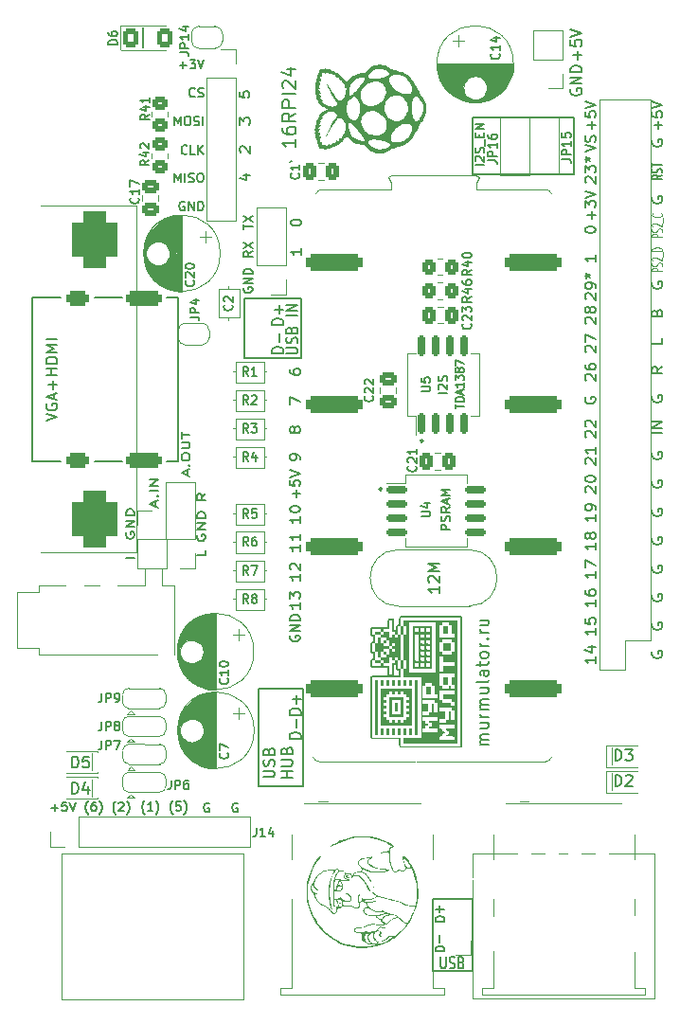
<source format=gto>
G04 #@! TF.GenerationSoftware,KiCad,Pcbnew,6.0.11-2627ca5db0~126~ubuntu20.04.1*
G04 #@! TF.CreationDate,2024-04-17T12:53:05+05:00*
G04 #@! TF.ProjectId,16RPI24,31365250-4932-4342-9e6b-696361645f70,rev?*
G04 #@! TF.SameCoordinates,Original*
G04 #@! TF.FileFunction,Legend,Top*
G04 #@! TF.FilePolarity,Positive*
%FSLAX46Y46*%
G04 Gerber Fmt 4.6, Leading zero omitted, Abs format (unit mm)*
G04 Created by KiCad (PCBNEW 6.0.11-2627ca5db0~126~ubuntu20.04.1) date 2024-04-17 12:53:05*
%MOMM*%
%LPD*%
G01*
G04 APERTURE LIST*
G04 Aperture macros list*
%AMRoundRect*
0 Rectangle with rounded corners*
0 $1 Rounding radius*
0 $2 $3 $4 $5 $6 $7 $8 $9 X,Y pos of 4 corners*
0 Add a 4 corners polygon primitive as box body*
4,1,4,$2,$3,$4,$5,$6,$7,$8,$9,$2,$3,0*
0 Add four circle primitives for the rounded corners*
1,1,$1+$1,$2,$3*
1,1,$1+$1,$4,$5*
1,1,$1+$1,$6,$7*
1,1,$1+$1,$8,$9*
0 Add four rect primitives between the rounded corners*
20,1,$1+$1,$2,$3,$4,$5,0*
20,1,$1+$1,$4,$5,$6,$7,0*
20,1,$1+$1,$6,$7,$8,$9,0*
20,1,$1+$1,$8,$9,$2,$3,0*%
%AMOutline4P*
0 Free polygon, 4 corners , with rotation*
0 The origin of the aperture is its center*
0 number of corners: always 4*
0 $1 to $8 corner X, Y*
0 $9 Rotation angle, in degrees counterclockwise*
0 create outline with 4 corners*
4,1,4,$1,$2,$3,$4,$5,$6,$7,$8,$1,$2,$9*%
%AMFreePoly0*
4,1,22,0.500000,-0.750000,0.000000,-0.750000,0.000000,-0.745033,-0.079941,-0.743568,-0.215256,-0.701293,-0.333266,-0.622738,-0.424486,-0.514219,-0.481581,-0.384460,-0.499164,-0.250000,-0.500000,-0.250000,-0.500000,0.250000,-0.499164,0.250000,-0.499963,0.256109,-0.478152,0.396186,-0.417904,0.524511,-0.324060,0.630769,-0.204165,0.706417,-0.067858,0.745374,0.000000,0.744959,0.000000,0.750000,
0.500000,0.750000,0.500000,-0.750000,0.500000,-0.750000,$1*%
%AMFreePoly1*
4,1,20,0.000000,0.744959,0.073905,0.744508,0.209726,0.703889,0.328688,0.626782,0.421226,0.519385,0.479903,0.390333,0.500000,0.250000,0.500000,-0.250000,0.499851,-0.262216,0.476331,-0.402017,0.414519,-0.529596,0.319384,-0.634700,0.198574,-0.708877,0.061801,-0.746166,0.000000,-0.745033,0.000000,-0.750000,-0.500000,-0.750000,-0.500000,0.750000,0.000000,0.750000,0.000000,0.744959,
0.000000,0.744959,$1*%
%AMFreePoly2*
4,1,22,0.550000,-0.750000,0.000000,-0.750000,0.000000,-0.745033,-0.079941,-0.743568,-0.215256,-0.701293,-0.333266,-0.622738,-0.424486,-0.514219,-0.481581,-0.384460,-0.499164,-0.250000,-0.500000,-0.250000,-0.500000,0.250000,-0.499164,0.250000,-0.499963,0.256109,-0.478152,0.396186,-0.417904,0.524511,-0.324060,0.630769,-0.204165,0.706417,-0.067858,0.745374,0.000000,0.744959,0.000000,0.750000,
0.550000,0.750000,0.550000,-0.750000,0.550000,-0.750000,$1*%
%AMFreePoly3*
4,1,20,0.000000,0.744959,0.073905,0.744508,0.209726,0.703889,0.328688,0.626782,0.421226,0.519385,0.479903,0.390333,0.500000,0.250000,0.500000,-0.250000,0.499851,-0.262216,0.476331,-0.402017,0.414519,-0.529596,0.319384,-0.634700,0.198574,-0.708877,0.061801,-0.746166,0.000000,-0.745033,0.000000,-0.750000,-0.550000,-0.750000,-0.550000,0.750000,0.000000,0.750000,0.000000,0.744959,
0.000000,0.744959,$1*%
%AMFreePoly4*
4,1,31,0.278115,0.855951,0.450000,0.779423,0.602218,0.668830,0.728115,0.529007,0.822191,0.366063,0.880333,0.187121,0.900000,0.000000,0.880333,-0.187121,0.822191,-0.366063,0.728115,-0.529007,0.602218,-0.668830,0.450000,-0.779423,0.278115,-0.855951,0.094076,-0.895070,-0.094076,-0.895070,-0.278115,-0.855951,-0.450000,-0.779423,-0.602218,-0.668830,-0.728115,-0.529007,-0.822191,-0.366063,
-0.880333,-0.187121,-0.900000,0.000000,-0.880333,0.187121,-0.822191,0.366063,-0.728115,0.529007,-0.602218,0.668830,-0.450000,0.779423,-0.278115,0.855951,-0.094076,0.895070,0.094076,0.895070,0.278115,0.855951,0.278115,0.855951,$1*%
G04 Aperture macros list end*
%ADD10C,0.150000*%
%ADD11C,0.125000*%
%ADD12C,0.200000*%
%ADD13C,0.120000*%
%ADD14RoundRect,0.250000X-0.337500X-0.475000X0.337500X-0.475000X0.337500X0.475000X-0.337500X0.475000X0*%
%ADD15R,1.500000X1.500000*%
%ADD16C,1.500000*%
%ADD17C,3.000000*%
%ADD18RoundRect,0.250000X0.337500X0.475000X-0.337500X0.475000X-0.337500X-0.475000X0.337500X-0.475000X0*%
%ADD19R,1.700000X1.700000*%
%ADD20O,1.700000X1.700000*%
%ADD21R,2.600000X0.300000*%
%ADD22RoundRect,0.350000X-1.300000X0.350000X-1.300000X-0.350000X1.300000X-0.350000X1.300000X0.350000X0*%
%ADD23RoundRect,0.350000X-0.700000X0.350000X-0.700000X-0.350000X0.700000X-0.350000X0.700000X0.350000X0*%
%ADD24RoundRect,0.250000X-0.475000X0.337500X-0.475000X-0.337500X0.475000X-0.337500X0.475000X0.337500X0*%
%ADD25C,1.700000*%
%ADD26O,2.000000X3.500000*%
%ADD27O,4.000000X2.000000*%
%ADD28R,1.200000X2.500000*%
%ADD29RoundRect,0.250000X-0.350000X-0.450000X0.350000X-0.450000X0.350000X0.450000X-0.350000X0.450000X0*%
%ADD30C,1.800000*%
%ADD31RoundRect,0.250001X-0.462499X-0.624999X0.462499X-0.624999X0.462499X0.624999X-0.462499X0.624999X0*%
%ADD32RoundRect,0.250000X-0.450000X0.350000X-0.450000X-0.350000X0.450000X-0.350000X0.450000X0.350000X0*%
%ADD33RoundRect,0.250000X0.450000X-0.350000X0.450000X0.350000X-0.450000X0.350000X-0.450000X-0.350000X0*%
%ADD34C,0.650000*%
%ADD35R,1.450000X0.600000*%
%ADD36R,1.450000X0.300000*%
%ADD37O,1.600000X1.000000*%
%ADD38O,2.100000X1.000000*%
%ADD39RoundRect,0.150000X0.150000X-0.800000X0.150000X0.800000X-0.150000X0.800000X-0.150000X-0.800000X0*%
%ADD40R,1.650000X0.400000*%
%ADD41R,1.825000X0.300000*%
%ADD42R,1.100000X2.000000*%
%ADD43O,1.700000X2.000000*%
%ADD44Outline4P,-0.675000X-0.675000X0.675000X-0.675000X0.675000X0.675000X-0.675000X0.675000X270.000000*%
%ADD45R,2.500000X1.430000*%
%ADD46O,1.100000X1.100000*%
%ADD47R,0.700000X1.825000*%
%ADD48RoundRect,0.250000X0.475000X-0.337500X0.475000X0.337500X-0.475000X0.337500X-0.475000X-0.337500X0*%
%ADD49FreePoly0,0.000000*%
%ADD50FreePoly1,0.000000*%
%ADD51RoundRect,1.000000X-1.000000X1.500000X-1.000000X-1.500000X1.000000X-1.500000X1.000000X1.500000X0*%
%ADD52R,1.600000X1.600000*%
%ADD53C,1.600000*%
%ADD54O,5.000000X1.600000*%
%ADD55RoundRect,0.400000X-2.100000X-0.400000X2.100000X-0.400000X2.100000X0.400000X-2.100000X0.400000X0*%
%ADD56RoundRect,0.150000X-0.800000X-0.150000X0.800000X-0.150000X0.800000X0.150000X-0.800000X0.150000X0*%
%ADD57FreePoly2,0.000000*%
%ADD58R,1.000000X1.500000*%
%ADD59FreePoly3,0.000000*%
%ADD60FreePoly4,180.000000*%
%ADD61C,1.000000*%
%ADD62FreePoly4,270.000000*%
G04 APERTURE END LIST*
D10*
X34899857Y-29583513D02*
X34898000Y-31343518D01*
X43974873Y-53802070D02*
X49036854Y-53802070D01*
X49036854Y-53802070D02*
X49036854Y-59116688D01*
X49036854Y-59116688D02*
X43974873Y-59116688D01*
X43974873Y-59116688D02*
X43974873Y-53802070D01*
X64389000Y-37562000D02*
X73406000Y-37562000D01*
X73406000Y-37562000D02*
X73406000Y-42702000D01*
X73406000Y-42702000D02*
X64389000Y-42702000D01*
X64389000Y-42702000D02*
X64389000Y-37562000D01*
X45245802Y-88661350D02*
X49214599Y-88661350D01*
X49214599Y-88661350D02*
X49214599Y-97376561D01*
X49214599Y-97376561D02*
X45245802Y-97376561D01*
X45245802Y-97376561D02*
X45245802Y-88661350D01*
X60810000Y-107400000D02*
X64384757Y-107400000D01*
X64384757Y-107400000D02*
X64384757Y-113858443D01*
X64384757Y-113858443D02*
X60810000Y-113858443D01*
X60810000Y-113858443D02*
X60810000Y-107400000D01*
X48122742Y-47037619D02*
X48122742Y-46942380D01*
X48165600Y-46847142D01*
X48208457Y-46799523D01*
X48294171Y-46751904D01*
X48465600Y-46704285D01*
X48679885Y-46704285D01*
X48851314Y-46751904D01*
X48937028Y-46799523D01*
X48979885Y-46847142D01*
X49022742Y-46942380D01*
X49022742Y-47037619D01*
X48979885Y-47132857D01*
X48937028Y-47180476D01*
X48851314Y-47228095D01*
X48679885Y-47275714D01*
X48465600Y-47275714D01*
X48294171Y-47228095D01*
X48208457Y-47180476D01*
X48165600Y-47132857D01*
X48122742Y-47037619D01*
X77112904Y-97353380D02*
X77112904Y-96353380D01*
X77351000Y-96353380D01*
X77493857Y-96401000D01*
X77589095Y-96496238D01*
X77636714Y-96591476D01*
X77684333Y-96781952D01*
X77684333Y-96924809D01*
X77636714Y-97115285D01*
X77589095Y-97210523D01*
X77493857Y-97305761D01*
X77351000Y-97353380D01*
X77112904Y-97353380D01*
X78065285Y-96448619D02*
X78112904Y-96401000D01*
X78208142Y-96353380D01*
X78446238Y-96353380D01*
X78541476Y-96401000D01*
X78589095Y-96448619D01*
X78636714Y-96543857D01*
X78636714Y-96639095D01*
X78589095Y-96781952D01*
X78017666Y-97353380D01*
X78636714Y-97353380D01*
X61829904Y-109429523D02*
X61029904Y-109429523D01*
X61029904Y-109239047D01*
X61068000Y-109124761D01*
X61144190Y-109048571D01*
X61220380Y-109010476D01*
X61372761Y-108972380D01*
X61487047Y-108972380D01*
X61639428Y-109010476D01*
X61715619Y-109048571D01*
X61791809Y-109124761D01*
X61829904Y-109239047D01*
X61829904Y-109429523D01*
X75337142Y-73088476D02*
X75337142Y-73659904D01*
X75337142Y-73374190D02*
X74437142Y-73374190D01*
X74565714Y-73469428D01*
X74651428Y-73564666D01*
X74694285Y-73659904D01*
X75337142Y-72612285D02*
X75337142Y-72421809D01*
X75294285Y-72326571D01*
X75251428Y-72278952D01*
X75122857Y-72183714D01*
X74951428Y-72136095D01*
X74608571Y-72136095D01*
X74522857Y-72183714D01*
X74480000Y-72231333D01*
X74437142Y-72326571D01*
X74437142Y-72517047D01*
X74480000Y-72612285D01*
X74522857Y-72659904D01*
X74608571Y-72707523D01*
X74822857Y-72707523D01*
X74908571Y-72659904D01*
X74951428Y-72612285D01*
X74994285Y-72517047D01*
X74994285Y-72326571D01*
X74951428Y-72231333D01*
X74908571Y-72183714D01*
X74822857Y-72136095D01*
X40448666Y-71182687D02*
X40115333Y-71516020D01*
X40448666Y-71754115D02*
X39748666Y-71754115D01*
X39748666Y-71373163D01*
X39782000Y-71277925D01*
X39815333Y-71230306D01*
X39882000Y-71182687D01*
X39982000Y-71182687D01*
X40048666Y-71230306D01*
X40082000Y-71277925D01*
X40115333Y-71373163D01*
X40115333Y-71754115D01*
X47442380Y-58665952D02*
X46442380Y-58665952D01*
X46442380Y-58427857D01*
X46490000Y-58285000D01*
X46585238Y-58189761D01*
X46680476Y-58142142D01*
X46870952Y-58094523D01*
X47013809Y-58094523D01*
X47204285Y-58142142D01*
X47299523Y-58189761D01*
X47394761Y-58285000D01*
X47442380Y-58427857D01*
X47442380Y-58665952D01*
X47061428Y-57665952D02*
X47061428Y-56904047D01*
X48424439Y-65601837D02*
X48381582Y-65697075D01*
X48338724Y-65744694D01*
X48253010Y-65792313D01*
X48210153Y-65792313D01*
X48124439Y-65744694D01*
X48081582Y-65697075D01*
X48038724Y-65601837D01*
X48038724Y-65411360D01*
X48081582Y-65316122D01*
X48124439Y-65268503D01*
X48210153Y-65220884D01*
X48253010Y-65220884D01*
X48338724Y-65268503D01*
X48381582Y-65316122D01*
X48424439Y-65411360D01*
X48424439Y-65601837D01*
X48467296Y-65697075D01*
X48510153Y-65744694D01*
X48595867Y-65792313D01*
X48767296Y-65792313D01*
X48853010Y-65744694D01*
X48895867Y-65697075D01*
X48938724Y-65601837D01*
X48938724Y-65411360D01*
X48895867Y-65316122D01*
X48853010Y-65268503D01*
X48767296Y-65220884D01*
X48595867Y-65220884D01*
X48510153Y-65268503D01*
X48467296Y-65316122D01*
X48424439Y-65411360D01*
X80449000Y-77716095D02*
X80406142Y-77811333D01*
X80406142Y-77954190D01*
X80449000Y-78097047D01*
X80534714Y-78192285D01*
X80620428Y-78239904D01*
X80791857Y-78287523D01*
X80920428Y-78287523D01*
X81091857Y-78239904D01*
X81177571Y-78192285D01*
X81263285Y-78097047D01*
X81306142Y-77954190D01*
X81306142Y-77858952D01*
X81263285Y-77716095D01*
X81220428Y-77668476D01*
X80920428Y-77668476D01*
X80920428Y-77858952D01*
X61412380Y-79501904D02*
X61412380Y-80073333D01*
X61412380Y-79787619D02*
X60412380Y-79787619D01*
X60555238Y-79882857D01*
X60650476Y-79978095D01*
X60698095Y-80073333D01*
X60507619Y-79120952D02*
X60460000Y-79073333D01*
X60412380Y-78978095D01*
X60412380Y-78740000D01*
X60460000Y-78644761D01*
X60507619Y-78597142D01*
X60602857Y-78549523D01*
X60698095Y-78549523D01*
X60840952Y-78597142D01*
X61412380Y-79168571D01*
X61412380Y-78549523D01*
X61412380Y-78120952D02*
X60412380Y-78120952D01*
X61126666Y-77787619D01*
X60412380Y-77454285D01*
X61412380Y-77454285D01*
X75337142Y-49879285D02*
X75337142Y-50450714D01*
X75337142Y-50165000D02*
X74437142Y-50165000D01*
X74565714Y-50260238D01*
X74651428Y-50355476D01*
X74694285Y-50450714D01*
X43923000Y-52806523D02*
X43884904Y-52882714D01*
X43884904Y-52997000D01*
X43923000Y-53111285D01*
X43999190Y-53187476D01*
X44075380Y-53225571D01*
X44227761Y-53263666D01*
X44342047Y-53263666D01*
X44494428Y-53225571D01*
X44570619Y-53187476D01*
X44646809Y-53111285D01*
X44684904Y-52997000D01*
X44684904Y-52920809D01*
X44646809Y-52806523D01*
X44608714Y-52768428D01*
X44342047Y-52768428D01*
X44342047Y-52920809D01*
X44684904Y-52425571D02*
X43884904Y-52425571D01*
X44684904Y-51968428D01*
X43884904Y-51968428D01*
X44684904Y-51587476D02*
X43884904Y-51587476D01*
X43884904Y-51397000D01*
X43923000Y-51282714D01*
X43999190Y-51206523D01*
X44075380Y-51168428D01*
X44227761Y-51130333D01*
X44342047Y-51130333D01*
X44494428Y-51168428D01*
X44570619Y-51206523D01*
X44646809Y-51282714D01*
X44684904Y-51397000D01*
X44684904Y-51587476D01*
D11*
X81306142Y-48291619D02*
X80406142Y-48291619D01*
X80406142Y-48101142D01*
X80449000Y-48053523D01*
X80491857Y-48029714D01*
X80577571Y-48005904D01*
X80706142Y-48005904D01*
X80791857Y-48029714D01*
X80834714Y-48053523D01*
X80877571Y-48101142D01*
X80877571Y-48291619D01*
X81263285Y-47815428D02*
X81306142Y-47744000D01*
X81306142Y-47624952D01*
X81263285Y-47577333D01*
X81220428Y-47553523D01*
X81134714Y-47529714D01*
X81049000Y-47529714D01*
X80963285Y-47553523D01*
X80920428Y-47577333D01*
X80877571Y-47624952D01*
X80834714Y-47720190D01*
X80791857Y-47767809D01*
X80749000Y-47791619D01*
X80663285Y-47815428D01*
X80577571Y-47815428D01*
X80491857Y-47791619D01*
X80449000Y-47767809D01*
X80406142Y-47720190D01*
X80406142Y-47601142D01*
X80449000Y-47529714D01*
X80491857Y-47339238D02*
X80449000Y-47315428D01*
X80406142Y-47267809D01*
X80406142Y-47148761D01*
X80449000Y-47101142D01*
X80491857Y-47077333D01*
X80577571Y-47053523D01*
X80663285Y-47053523D01*
X80791857Y-47077333D01*
X81306142Y-47363047D01*
X81306142Y-47053523D01*
X81391857Y-46958285D02*
X81391857Y-46577333D01*
X81220428Y-46172571D02*
X81263285Y-46196380D01*
X81306142Y-46267809D01*
X81306142Y-46315428D01*
X81263285Y-46386857D01*
X81177571Y-46434476D01*
X81091857Y-46458285D01*
X80920428Y-46482095D01*
X80791857Y-46482095D01*
X80620428Y-46458285D01*
X80534714Y-46434476D01*
X80449000Y-46386857D01*
X80406142Y-46315428D01*
X80406142Y-46267809D01*
X80449000Y-46196380D01*
X80491857Y-46172571D01*
D10*
X48595867Y-71565941D02*
X48595867Y-70880227D01*
X48938724Y-71223084D02*
X48253010Y-71223084D01*
X48038724Y-70023084D02*
X48038724Y-70451656D01*
X48467296Y-70494513D01*
X48424439Y-70451656D01*
X48381582Y-70365941D01*
X48381582Y-70151656D01*
X48424439Y-70065941D01*
X48467296Y-70023084D01*
X48553010Y-69980227D01*
X48767296Y-69980227D01*
X48853010Y-70023084D01*
X48895867Y-70065941D01*
X48938724Y-70151656D01*
X48938724Y-70365941D01*
X48895867Y-70451656D01*
X48853010Y-70494513D01*
X48038724Y-69723084D02*
X48938724Y-69423084D01*
X48038724Y-69123084D01*
X77112904Y-95067380D02*
X77112904Y-94067380D01*
X77351000Y-94067380D01*
X77493857Y-94115000D01*
X77589095Y-94210238D01*
X77636714Y-94305476D01*
X77684333Y-94495952D01*
X77684333Y-94638809D01*
X77636714Y-94829285D01*
X77589095Y-94924523D01*
X77493857Y-95019761D01*
X77351000Y-95067380D01*
X77112904Y-95067380D01*
X78017666Y-94067380D02*
X78636714Y-94067380D01*
X78303380Y-94448333D01*
X78446238Y-94448333D01*
X78541476Y-94495952D01*
X78589095Y-94543571D01*
X78636714Y-94638809D01*
X78636714Y-94876904D01*
X78589095Y-94972142D01*
X78541476Y-95019761D01*
X78446238Y-95067380D01*
X78160523Y-95067380D01*
X78065285Y-95019761D01*
X78017666Y-94972142D01*
X74522857Y-53847857D02*
X74480000Y-53800238D01*
X74437142Y-53705000D01*
X74437142Y-53466904D01*
X74480000Y-53371666D01*
X74522857Y-53324047D01*
X74608571Y-53276428D01*
X74694285Y-53276428D01*
X74822857Y-53324047D01*
X75337142Y-53895476D01*
X75337142Y-53276428D01*
X75337142Y-52800238D02*
X75337142Y-52609761D01*
X75294285Y-52514523D01*
X75251428Y-52466904D01*
X75122857Y-52371666D01*
X74951428Y-52324047D01*
X74608571Y-52324047D01*
X74522857Y-52371666D01*
X74480000Y-52419285D01*
X74437142Y-52514523D01*
X74437142Y-52705000D01*
X74480000Y-52800238D01*
X74522857Y-52847857D01*
X74608571Y-52895476D01*
X74822857Y-52895476D01*
X74908571Y-52847857D01*
X74951428Y-52800238D01*
X74994285Y-52705000D01*
X74994285Y-52514523D01*
X74951428Y-52419285D01*
X74908571Y-52371666D01*
X74822857Y-52324047D01*
X74437142Y-51752619D02*
X74651428Y-51752619D01*
X74565714Y-51990714D02*
X74651428Y-51752619D01*
X74565714Y-51514523D01*
X74822857Y-51895476D02*
X74651428Y-51752619D01*
X74822857Y-51609761D01*
X43345715Y-98896163D02*
X43269525Y-98858067D01*
X43155239Y-98858067D01*
X43040953Y-98896163D01*
X42964763Y-98972353D01*
X42926668Y-99048543D01*
X42888572Y-99200924D01*
X42888572Y-99315210D01*
X42926668Y-99467591D01*
X42964763Y-99543782D01*
X43040953Y-99619972D01*
X43155239Y-99658067D01*
X43231430Y-99658067D01*
X43345715Y-99619972D01*
X43383811Y-99581877D01*
X43383811Y-99315210D01*
X43231430Y-99315210D01*
X43884904Y-47588600D02*
X43884904Y-47131457D01*
X44684904Y-47360029D02*
X43884904Y-47360029D01*
X43884904Y-46940981D02*
X44684904Y-46407648D01*
X43884904Y-46407648D02*
X44684904Y-46940981D01*
X74522857Y-58546904D02*
X74480000Y-58499285D01*
X74437142Y-58404047D01*
X74437142Y-58165952D01*
X74480000Y-58070714D01*
X74522857Y-58023095D01*
X74608571Y-57975476D01*
X74694285Y-57975476D01*
X74822857Y-58023095D01*
X75337142Y-58594523D01*
X75337142Y-57975476D01*
X74437142Y-57642142D02*
X74437142Y-56975476D01*
X75337142Y-57404047D01*
X75337142Y-75628476D02*
X75337142Y-76199904D01*
X75337142Y-75914190D02*
X74437142Y-75914190D01*
X74565714Y-76009428D01*
X74651428Y-76104666D01*
X74694285Y-76199904D01*
X74822857Y-75057047D02*
X74780000Y-75152285D01*
X74737142Y-75199904D01*
X74651428Y-75247523D01*
X74608571Y-75247523D01*
X74522857Y-75199904D01*
X74480000Y-75152285D01*
X74437142Y-75057047D01*
X74437142Y-74866571D01*
X74480000Y-74771333D01*
X74522857Y-74723714D01*
X74608571Y-74676095D01*
X74651428Y-74676095D01*
X74737142Y-74723714D01*
X74780000Y-74771333D01*
X74822857Y-74866571D01*
X74822857Y-75057047D01*
X74865714Y-75152285D01*
X74908571Y-75199904D01*
X74994285Y-75247523D01*
X75165714Y-75247523D01*
X75251428Y-75199904D01*
X75294285Y-75152285D01*
X75337142Y-75057047D01*
X75337142Y-74866571D01*
X75294285Y-74771333D01*
X75251428Y-74723714D01*
X75165714Y-74676095D01*
X74994285Y-74676095D01*
X74908571Y-74723714D01*
X74865714Y-74771333D01*
X74822857Y-74866571D01*
X48038724Y-60134522D02*
X48038724Y-60324999D01*
X48081582Y-60420237D01*
X48124439Y-60467856D01*
X48253010Y-60563094D01*
X48424439Y-60610713D01*
X48767296Y-60610713D01*
X48853010Y-60563094D01*
X48895867Y-60515475D01*
X48938724Y-60420237D01*
X48938724Y-60229760D01*
X48895867Y-60134522D01*
X48853010Y-60086903D01*
X48767296Y-60039284D01*
X48553010Y-60039284D01*
X48467296Y-60086903D01*
X48424439Y-60134522D01*
X48381582Y-60229760D01*
X48381582Y-60420237D01*
X48424439Y-60515475D01*
X48467296Y-60563094D01*
X48553010Y-60610713D01*
X65775619Y-93665771D02*
X65042285Y-93665771D01*
X65147047Y-93665771D02*
X65094666Y-93613390D01*
X65042285Y-93508628D01*
X65042285Y-93351485D01*
X65094666Y-93246723D01*
X65199428Y-93194342D01*
X65775619Y-93194342D01*
X65199428Y-93194342D02*
X65094666Y-93141961D01*
X65042285Y-93037200D01*
X65042285Y-92880057D01*
X65094666Y-92775295D01*
X65199428Y-92722914D01*
X65775619Y-92722914D01*
X65042285Y-91727676D02*
X65775619Y-91727676D01*
X65042285Y-92199104D02*
X65618476Y-92199104D01*
X65723238Y-92146723D01*
X65775619Y-92041961D01*
X65775619Y-91884819D01*
X65723238Y-91780057D01*
X65670857Y-91727676D01*
X65775619Y-91203866D02*
X65042285Y-91203866D01*
X65251809Y-91203866D02*
X65147047Y-91151485D01*
X65094666Y-91099104D01*
X65042285Y-90994342D01*
X65042285Y-90889580D01*
X65775619Y-90522914D02*
X65042285Y-90522914D01*
X65147047Y-90522914D02*
X65094666Y-90470533D01*
X65042285Y-90365771D01*
X65042285Y-90208628D01*
X65094666Y-90103866D01*
X65199428Y-90051485D01*
X65775619Y-90051485D01*
X65199428Y-90051485D02*
X65094666Y-89999104D01*
X65042285Y-89894342D01*
X65042285Y-89737200D01*
X65094666Y-89632438D01*
X65199428Y-89580057D01*
X65775619Y-89580057D01*
X65042285Y-88584819D02*
X65775619Y-88584819D01*
X65042285Y-89056247D02*
X65618476Y-89056247D01*
X65723238Y-89003866D01*
X65775619Y-88899104D01*
X65775619Y-88741961D01*
X65723238Y-88637200D01*
X65670857Y-88584819D01*
X65775619Y-87903866D02*
X65723238Y-88008628D01*
X65618476Y-88061009D01*
X64675619Y-88061009D01*
X65775619Y-87013390D02*
X65199428Y-87013390D01*
X65094666Y-87065771D01*
X65042285Y-87170533D01*
X65042285Y-87380057D01*
X65094666Y-87484819D01*
X65723238Y-87013390D02*
X65775619Y-87118152D01*
X65775619Y-87380057D01*
X65723238Y-87484819D01*
X65618476Y-87537200D01*
X65513714Y-87537200D01*
X65408952Y-87484819D01*
X65356571Y-87380057D01*
X65356571Y-87118152D01*
X65304190Y-87013390D01*
X65042285Y-86646723D02*
X65042285Y-86227676D01*
X64675619Y-86489580D02*
X65618476Y-86489580D01*
X65723238Y-86437200D01*
X65775619Y-86332438D01*
X65775619Y-86227676D01*
X65775619Y-85703866D02*
X65723238Y-85808628D01*
X65670857Y-85861009D01*
X65566095Y-85913390D01*
X65251809Y-85913390D01*
X65147047Y-85861009D01*
X65094666Y-85808628D01*
X65042285Y-85703866D01*
X65042285Y-85546723D01*
X65094666Y-85441961D01*
X65147047Y-85389580D01*
X65251809Y-85337200D01*
X65566095Y-85337200D01*
X65670857Y-85389580D01*
X65723238Y-85441961D01*
X65775619Y-85546723D01*
X65775619Y-85703866D01*
X65775619Y-84865771D02*
X65042285Y-84865771D01*
X65251809Y-84865771D02*
X65147047Y-84813390D01*
X65094666Y-84761009D01*
X65042285Y-84656247D01*
X65042285Y-84551485D01*
X65670857Y-84184819D02*
X65723238Y-84132438D01*
X65775619Y-84184819D01*
X65723238Y-84237200D01*
X65670857Y-84184819D01*
X65775619Y-84184819D01*
X65775619Y-83661009D02*
X65042285Y-83661009D01*
X65251809Y-83661009D02*
X65147047Y-83608628D01*
X65094666Y-83556247D01*
X65042285Y-83451485D01*
X65042285Y-83346723D01*
X65042285Y-82508628D02*
X65775619Y-82508628D01*
X65042285Y-82980057D02*
X65618476Y-82980057D01*
X65723238Y-82927676D01*
X65775619Y-82822914D01*
X65775619Y-82665771D01*
X65723238Y-82561009D01*
X65670857Y-82508628D01*
X48938724Y-75755475D02*
X48938724Y-76326903D01*
X48938724Y-76041189D02*
X48038724Y-76041189D01*
X48167296Y-76136427D01*
X48253010Y-76231665D01*
X48295867Y-76326903D01*
X48938724Y-74803094D02*
X48938724Y-75374522D01*
X48938724Y-75088808D02*
X48038724Y-75088808D01*
X48167296Y-75184046D01*
X48253010Y-75279284D01*
X48295867Y-75374522D01*
X80449000Y-80256095D02*
X80406142Y-80351333D01*
X80406142Y-80494190D01*
X80449000Y-80637047D01*
X80534714Y-80732285D01*
X80620428Y-80779904D01*
X80791857Y-80827523D01*
X80920428Y-80827523D01*
X81091857Y-80779904D01*
X81177571Y-80732285D01*
X81263285Y-80637047D01*
X81306142Y-80494190D01*
X81306142Y-80398952D01*
X81263285Y-80256095D01*
X81220428Y-80208476D01*
X80920428Y-80208476D01*
X80920428Y-80398952D01*
X62083904Y-62229904D02*
X61283904Y-62229904D01*
X61360095Y-61887047D02*
X61322000Y-61848952D01*
X61283904Y-61772761D01*
X61283904Y-61582285D01*
X61322000Y-61506095D01*
X61360095Y-61468000D01*
X61436285Y-61429904D01*
X61512476Y-61429904D01*
X61626761Y-61468000D01*
X62083904Y-61925142D01*
X62083904Y-61429904D01*
X62045809Y-61125142D02*
X62083904Y-61010857D01*
X62083904Y-60820380D01*
X62045809Y-60744190D01*
X62007714Y-60706095D01*
X61931523Y-60668000D01*
X61855333Y-60668000D01*
X61779142Y-60706095D01*
X61741047Y-60744190D01*
X61702952Y-60820380D01*
X61664857Y-60972761D01*
X61626761Y-61048952D01*
X61588666Y-61087047D01*
X61512476Y-61125142D01*
X61436285Y-61125142D01*
X61360095Y-61087047D01*
X61322000Y-61048952D01*
X61283904Y-60972761D01*
X61283904Y-60782285D01*
X61322000Y-60668000D01*
X30007566Y-99883419D02*
X29969471Y-99845324D01*
X29893281Y-99731038D01*
X29855185Y-99654848D01*
X29817090Y-99540562D01*
X29778995Y-99350086D01*
X29778995Y-99197705D01*
X29817090Y-99007229D01*
X29855185Y-98892943D01*
X29893281Y-98816753D01*
X29969471Y-98702467D01*
X30007566Y-98664372D01*
X30655185Y-98778657D02*
X30502805Y-98778657D01*
X30426614Y-98816753D01*
X30388519Y-98854848D01*
X30312328Y-98969133D01*
X30274233Y-99121514D01*
X30274233Y-99426276D01*
X30312328Y-99502467D01*
X30350424Y-99540562D01*
X30426614Y-99578657D01*
X30578995Y-99578657D01*
X30655185Y-99540562D01*
X30693281Y-99502467D01*
X30731376Y-99426276D01*
X30731376Y-99235800D01*
X30693281Y-99159610D01*
X30655185Y-99121514D01*
X30578995Y-99083419D01*
X30426614Y-99083419D01*
X30350424Y-99121514D01*
X30312328Y-99159610D01*
X30274233Y-99235800D01*
X30998043Y-99883419D02*
X31036138Y-99845324D01*
X31112328Y-99731038D01*
X31150424Y-99654848D01*
X31188519Y-99540562D01*
X31226614Y-99350086D01*
X31226614Y-99197705D01*
X31188519Y-99007229D01*
X31150424Y-98892943D01*
X31112328Y-98816753D01*
X31036138Y-98702467D01*
X30998043Y-98664372D01*
X73731428Y-32400714D02*
X73731428Y-31638809D01*
X74112380Y-32019761D02*
X73350476Y-32019761D01*
X73112380Y-30686428D02*
X73112380Y-31162619D01*
X73588571Y-31210238D01*
X73540952Y-31162619D01*
X73493333Y-31067380D01*
X73493333Y-30829285D01*
X73540952Y-30734047D01*
X73588571Y-30686428D01*
X73683809Y-30638809D01*
X73921904Y-30638809D01*
X74017142Y-30686428D01*
X74064761Y-30734047D01*
X74112380Y-30829285D01*
X74112380Y-31067380D01*
X74064761Y-31162619D01*
X74017142Y-31210238D01*
X73112380Y-30353095D02*
X74112380Y-30019761D01*
X73112380Y-29686428D01*
X74522857Y-61086904D02*
X74480000Y-61039285D01*
X74437142Y-60944047D01*
X74437142Y-60705952D01*
X74480000Y-60610714D01*
X74522857Y-60563095D01*
X74608571Y-60515476D01*
X74694285Y-60515476D01*
X74822857Y-60563095D01*
X75337142Y-61134523D01*
X75337142Y-60515476D01*
X74437142Y-59658333D02*
X74437142Y-59848809D01*
X74480000Y-59944047D01*
X74522857Y-59991666D01*
X74651428Y-60086904D01*
X74822857Y-60134523D01*
X75165714Y-60134523D01*
X75251428Y-60086904D01*
X75294285Y-60039285D01*
X75337142Y-59944047D01*
X75337142Y-59753571D01*
X75294285Y-59658333D01*
X75251428Y-59610714D01*
X75165714Y-59563095D01*
X74951428Y-59563095D01*
X74865714Y-59610714D01*
X74822857Y-59658333D01*
X74780000Y-59753571D01*
X74780000Y-59944047D01*
X74822857Y-60039285D01*
X74865714Y-60086904D01*
X74951428Y-60134523D01*
X49008391Y-90976846D02*
X48008391Y-90976846D01*
X48008391Y-90738751D01*
X48056011Y-90595894D01*
X48151249Y-90500655D01*
X48246487Y-90453036D01*
X48436963Y-90405417D01*
X48579820Y-90405417D01*
X48770296Y-90453036D01*
X48865534Y-90500655D01*
X48960772Y-90595894D01*
X49008391Y-90738751D01*
X49008391Y-90976846D01*
X48627439Y-89976846D02*
X48627439Y-89214941D01*
X49008391Y-89595894D02*
X48246487Y-89595894D01*
X80449000Y-39616095D02*
X80406142Y-39711333D01*
X80406142Y-39854190D01*
X80449000Y-39997047D01*
X80534714Y-40092285D01*
X80620428Y-40139904D01*
X80791857Y-40187523D01*
X80920428Y-40187523D01*
X81091857Y-40139904D01*
X81177571Y-40092285D01*
X81263285Y-39997047D01*
X81306142Y-39854190D01*
X81306142Y-39758952D01*
X81263285Y-39616095D01*
X81220428Y-39568476D01*
X80920428Y-39568476D01*
X80920428Y-39758952D01*
X26698410Y-99283386D02*
X27307934Y-99283386D01*
X27003172Y-99588148D02*
X27003172Y-98978624D01*
X28069839Y-98788148D02*
X27688886Y-98788148D01*
X27650791Y-99169101D01*
X27688886Y-99131005D01*
X27765077Y-99092910D01*
X27955553Y-99092910D01*
X28031743Y-99131005D01*
X28069839Y-99169101D01*
X28107934Y-99245291D01*
X28107934Y-99435767D01*
X28069839Y-99511958D01*
X28031743Y-99550053D01*
X27955553Y-99588148D01*
X27765077Y-99588148D01*
X27688886Y-99550053D01*
X27650791Y-99511958D01*
X28336505Y-98788148D02*
X28603172Y-99588148D01*
X28869839Y-98788148D01*
X74994285Y-38622142D02*
X74994285Y-37936428D01*
X75337142Y-38279285D02*
X74651428Y-38279285D01*
X74437142Y-37079285D02*
X74437142Y-37507857D01*
X74865714Y-37550714D01*
X74822857Y-37507857D01*
X74780000Y-37422142D01*
X74780000Y-37207857D01*
X74822857Y-37122142D01*
X74865714Y-37079285D01*
X74951428Y-37036428D01*
X75165714Y-37036428D01*
X75251428Y-37079285D01*
X75294285Y-37122142D01*
X75337142Y-37207857D01*
X75337142Y-37422142D01*
X75294285Y-37507857D01*
X75251428Y-37550714D01*
X74437142Y-36779285D02*
X75337142Y-36479285D01*
X74437142Y-36179285D01*
D11*
X81306142Y-51339619D02*
X80406142Y-51339619D01*
X80406142Y-51149142D01*
X80449000Y-51101523D01*
X80491857Y-51077714D01*
X80577571Y-51053904D01*
X80706142Y-51053904D01*
X80791857Y-51077714D01*
X80834714Y-51101523D01*
X80877571Y-51149142D01*
X80877571Y-51339619D01*
X81263285Y-50863428D02*
X81306142Y-50792000D01*
X81306142Y-50672952D01*
X81263285Y-50625333D01*
X81220428Y-50601523D01*
X81134714Y-50577714D01*
X81049000Y-50577714D01*
X80963285Y-50601523D01*
X80920428Y-50625333D01*
X80877571Y-50672952D01*
X80834714Y-50768190D01*
X80791857Y-50815809D01*
X80749000Y-50839619D01*
X80663285Y-50863428D01*
X80577571Y-50863428D01*
X80491857Y-50839619D01*
X80449000Y-50815809D01*
X80406142Y-50768190D01*
X80406142Y-50649142D01*
X80449000Y-50577714D01*
X80491857Y-50387238D02*
X80449000Y-50363428D01*
X80406142Y-50315809D01*
X80406142Y-50196761D01*
X80449000Y-50149142D01*
X80491857Y-50125333D01*
X80577571Y-50101523D01*
X80663285Y-50101523D01*
X80791857Y-50125333D01*
X81306142Y-50411047D01*
X81306142Y-50101523D01*
X81391857Y-50006285D02*
X81391857Y-49625333D01*
X81306142Y-49506285D02*
X80406142Y-49506285D01*
X80406142Y-49387238D01*
X80449000Y-49315809D01*
X80534714Y-49268190D01*
X80620428Y-49244380D01*
X80791857Y-49220571D01*
X80920428Y-49220571D01*
X81091857Y-49244380D01*
X81177571Y-49268190D01*
X81263285Y-49315809D01*
X81306142Y-49387238D01*
X81306142Y-49506285D01*
D10*
X80449000Y-70096095D02*
X80406142Y-70191333D01*
X80406142Y-70334190D01*
X80449000Y-70477047D01*
X80534714Y-70572285D01*
X80620428Y-70619904D01*
X80791857Y-70667523D01*
X80920428Y-70667523D01*
X81091857Y-70619904D01*
X81177571Y-70572285D01*
X81263285Y-70477047D01*
X81306142Y-70334190D01*
X81306142Y-70238952D01*
X81263285Y-70096095D01*
X81220428Y-70048476D01*
X80920428Y-70048476D01*
X80920428Y-70238952D01*
X43636457Y-40722514D02*
X43593600Y-40674895D01*
X43550742Y-40579657D01*
X43550742Y-40341561D01*
X43593600Y-40246323D01*
X43636457Y-40198704D01*
X43722171Y-40151085D01*
X43807885Y-40151085D01*
X43936457Y-40198704D01*
X44450742Y-40770133D01*
X44450742Y-40151085D01*
X81306142Y-42746571D02*
X80877571Y-42946571D01*
X81306142Y-43089428D02*
X80406142Y-43089428D01*
X80406142Y-42860857D01*
X80449000Y-42803714D01*
X80491857Y-42775142D01*
X80577571Y-42746571D01*
X80706142Y-42746571D01*
X80791857Y-42775142D01*
X80834714Y-42803714D01*
X80877571Y-42860857D01*
X80877571Y-43089428D01*
X81263285Y-42518000D02*
X81306142Y-42432285D01*
X81306142Y-42289428D01*
X81263285Y-42232285D01*
X81220428Y-42203714D01*
X81134714Y-42175142D01*
X81049000Y-42175142D01*
X80963285Y-42203714D01*
X80920428Y-42232285D01*
X80877571Y-42289428D01*
X80834714Y-42403714D01*
X80791857Y-42460857D01*
X80749000Y-42489428D01*
X80663285Y-42518000D01*
X80577571Y-42518000D01*
X80491857Y-42489428D01*
X80449000Y-42460857D01*
X80406142Y-42403714D01*
X80406142Y-42260857D01*
X80449000Y-42175142D01*
X80406142Y-42003714D02*
X80406142Y-41660857D01*
X81306142Y-41832285D02*
X80406142Y-41832285D01*
X39782000Y-74903234D02*
X39748666Y-74998472D01*
X39748666Y-75141330D01*
X39782000Y-75284187D01*
X39848666Y-75379425D01*
X39915333Y-75427044D01*
X40048666Y-75474663D01*
X40148666Y-75474663D01*
X40282000Y-75427044D01*
X40348666Y-75379425D01*
X40415333Y-75284187D01*
X40448666Y-75141330D01*
X40448666Y-75046091D01*
X40415333Y-74903234D01*
X40382000Y-74855615D01*
X40148666Y-74855615D01*
X40148666Y-75046091D01*
X40448666Y-74427044D02*
X39748666Y-74427044D01*
X40448666Y-73855615D01*
X39748666Y-73855615D01*
X40448666Y-73379425D02*
X39748666Y-73379425D01*
X39748666Y-73141330D01*
X39782000Y-72998472D01*
X39848666Y-72903234D01*
X39915333Y-72855615D01*
X40048666Y-72807996D01*
X40148666Y-72807996D01*
X40282000Y-72855615D01*
X40348666Y-72903234D01*
X40415333Y-72998472D01*
X40448666Y-73141330D01*
X40448666Y-73379425D01*
X28561904Y-95702380D02*
X28561904Y-94702380D01*
X28800000Y-94702380D01*
X28942857Y-94750000D01*
X29038095Y-94845238D01*
X29085714Y-94940476D01*
X29133333Y-95130952D01*
X29133333Y-95273809D01*
X29085714Y-95464285D01*
X29038095Y-95559523D01*
X28942857Y-95654761D01*
X28800000Y-95702380D01*
X28561904Y-95702380D01*
X30038095Y-94702380D02*
X29561904Y-94702380D01*
X29514285Y-95178571D01*
X29561904Y-95130952D01*
X29657142Y-95083333D01*
X29895238Y-95083333D01*
X29990476Y-95130952D01*
X30038095Y-95178571D01*
X30085714Y-95273809D01*
X30085714Y-95511904D01*
X30038095Y-95607142D01*
X29990476Y-95654761D01*
X29895238Y-95702380D01*
X29657142Y-95702380D01*
X29561904Y-95654761D01*
X29514285Y-95607142D01*
X48938724Y-73266275D02*
X48938724Y-73837703D01*
X48938724Y-73551989D02*
X48038724Y-73551989D01*
X48167296Y-73647227D01*
X48253010Y-73742465D01*
X48295867Y-73837703D01*
X48038724Y-72647227D02*
X48038724Y-72551989D01*
X48081582Y-72456751D01*
X48124439Y-72409132D01*
X48210153Y-72361513D01*
X48381582Y-72313894D01*
X48595867Y-72313894D01*
X48767296Y-72361513D01*
X48853010Y-72409132D01*
X48895867Y-72456751D01*
X48938724Y-72551989D01*
X48938724Y-72647227D01*
X48895867Y-72742465D01*
X48853010Y-72790084D01*
X48767296Y-72837703D01*
X48595867Y-72885322D01*
X48381582Y-72885322D01*
X48210153Y-72837703D01*
X48124439Y-72790084D01*
X48081582Y-72742465D01*
X48038724Y-72647227D01*
X61498351Y-112639620D02*
X61498351Y-113449144D01*
X61536446Y-113544382D01*
X61574541Y-113592001D01*
X61650732Y-113639620D01*
X61803113Y-113639620D01*
X61879303Y-113592001D01*
X61917398Y-113544382D01*
X61955494Y-113449144D01*
X61955494Y-112639620D01*
X62298351Y-113592001D02*
X62412636Y-113639620D01*
X62603113Y-113639620D01*
X62679303Y-113592001D01*
X62717398Y-113544382D01*
X62755494Y-113449144D01*
X62755494Y-113353906D01*
X62717398Y-113258668D01*
X62679303Y-113211049D01*
X62603113Y-113163430D01*
X62450732Y-113115811D01*
X62374541Y-113068192D01*
X62336446Y-113020573D01*
X62298351Y-112925335D01*
X62298351Y-112830097D01*
X62336446Y-112734859D01*
X62374541Y-112687240D01*
X62450732Y-112639620D01*
X62641208Y-112639620D01*
X62755494Y-112687240D01*
X63365017Y-113115811D02*
X63479303Y-113163430D01*
X63517398Y-113211049D01*
X63555494Y-113306287D01*
X63555494Y-113449144D01*
X63517398Y-113544382D01*
X63479303Y-113592001D01*
X63403113Y-113639620D01*
X63098351Y-113639620D01*
X63098351Y-112639620D01*
X63365017Y-112639620D01*
X63441208Y-112687240D01*
X63479303Y-112734859D01*
X63517398Y-112830097D01*
X63517398Y-112925335D01*
X63479303Y-113020573D01*
X63441208Y-113068192D01*
X63365017Y-113115811D01*
X63098351Y-113115811D01*
X74522857Y-71119904D02*
X74480000Y-71072285D01*
X74437142Y-70977047D01*
X74437142Y-70738952D01*
X74480000Y-70643714D01*
X74522857Y-70596095D01*
X74608571Y-70548476D01*
X74694285Y-70548476D01*
X74822857Y-70596095D01*
X75337142Y-71167523D01*
X75337142Y-70548476D01*
X74437142Y-69929428D02*
X74437142Y-69834190D01*
X74480000Y-69738952D01*
X74522857Y-69691333D01*
X74608571Y-69643714D01*
X74780000Y-69596095D01*
X74994285Y-69596095D01*
X75165714Y-69643714D01*
X75251428Y-69691333D01*
X75294285Y-69738952D01*
X75337142Y-69834190D01*
X75337142Y-69929428D01*
X75294285Y-70024666D01*
X75251428Y-70072285D01*
X75165714Y-70119904D01*
X74994285Y-70167523D01*
X74780000Y-70167523D01*
X74608571Y-70119904D01*
X74522857Y-70072285D01*
X74480000Y-70024666D01*
X74437142Y-69929428D01*
X80963285Y-38622142D02*
X80963285Y-37936428D01*
X81306142Y-38279285D02*
X80620428Y-38279285D01*
X80406142Y-37079285D02*
X80406142Y-37507857D01*
X80834714Y-37550714D01*
X80791857Y-37507857D01*
X80749000Y-37422142D01*
X80749000Y-37207857D01*
X80791857Y-37122142D01*
X80834714Y-37079285D01*
X80920428Y-37036428D01*
X81134714Y-37036428D01*
X81220428Y-37079285D01*
X81263285Y-37122142D01*
X81306142Y-37207857D01*
X81306142Y-37422142D01*
X81263285Y-37507857D01*
X81220428Y-37550714D01*
X80406142Y-36779285D02*
X81306142Y-36479285D01*
X80406142Y-36179285D01*
X80834714Y-55046571D02*
X80877571Y-54903714D01*
X80920428Y-54856095D01*
X81006142Y-54808476D01*
X81134714Y-54808476D01*
X81220428Y-54856095D01*
X81263285Y-54903714D01*
X81306142Y-54998952D01*
X81306142Y-55379904D01*
X80406142Y-55379904D01*
X80406142Y-55046571D01*
X80449000Y-54951333D01*
X80491857Y-54903714D01*
X80577571Y-54856095D01*
X80663285Y-54856095D01*
X80749000Y-54903714D01*
X80791857Y-54951333D01*
X80834714Y-55046571D01*
X80834714Y-55379904D01*
X80449000Y-52316095D02*
X80406142Y-52411333D01*
X80406142Y-52554190D01*
X80449000Y-52697047D01*
X80534714Y-52792285D01*
X80620428Y-52839904D01*
X80791857Y-52887523D01*
X80920428Y-52887523D01*
X81091857Y-52839904D01*
X81177571Y-52792285D01*
X81263285Y-52697047D01*
X81306142Y-52554190D01*
X81306142Y-52458952D01*
X81263285Y-52316095D01*
X81220428Y-52268476D01*
X80920428Y-52268476D01*
X80920428Y-52458952D01*
X42449714Y-94390830D02*
X42487809Y-94428925D01*
X42525904Y-94543211D01*
X42525904Y-94619401D01*
X42487809Y-94733687D01*
X42411619Y-94809877D01*
X42335428Y-94847973D01*
X42183047Y-94886068D01*
X42068761Y-94886068D01*
X41916380Y-94847973D01*
X41840190Y-94809877D01*
X41764000Y-94733687D01*
X41725904Y-94619401D01*
X41725904Y-94543211D01*
X41764000Y-94428925D01*
X41802095Y-94390830D01*
X41725904Y-94124163D02*
X41725904Y-93590830D01*
X42525904Y-93933687D01*
X80449000Y-72636095D02*
X80406142Y-72731333D01*
X80406142Y-72874190D01*
X80449000Y-73017047D01*
X80534714Y-73112285D01*
X80620428Y-73159904D01*
X80791857Y-73207523D01*
X80920428Y-73207523D01*
X81091857Y-73159904D01*
X81177571Y-73112285D01*
X81263285Y-73017047D01*
X81306142Y-72874190D01*
X81306142Y-72778952D01*
X81263285Y-72636095D01*
X81220428Y-72588476D01*
X80920428Y-72588476D01*
X80920428Y-72778952D01*
X61412428Y-111302761D02*
X61412428Y-110693238D01*
X56134000Y-70667428D02*
X56276857Y-70810285D01*
X56134000Y-70953142D01*
X55991142Y-70810285D01*
X56134000Y-70667428D01*
X56134000Y-70953142D01*
X80449000Y-67556095D02*
X80406142Y-67651333D01*
X80406142Y-67794190D01*
X80449000Y-67937047D01*
X80534714Y-68032285D01*
X80620428Y-68079904D01*
X80791857Y-68127523D01*
X80920428Y-68127523D01*
X81091857Y-68079904D01*
X81177571Y-68032285D01*
X81263285Y-67937047D01*
X81306142Y-67794190D01*
X81306142Y-67698952D01*
X81263285Y-67556095D01*
X81220428Y-67508476D01*
X80920428Y-67508476D01*
X80920428Y-67698952D01*
X75337142Y-83248476D02*
X75337142Y-83819904D01*
X75337142Y-83534190D02*
X74437142Y-83534190D01*
X74565714Y-83629428D01*
X74651428Y-83724666D01*
X74694285Y-83819904D01*
X74437142Y-82343714D02*
X74437142Y-82819904D01*
X74865714Y-82867523D01*
X74822857Y-82819904D01*
X74780000Y-82724666D01*
X74780000Y-82486571D01*
X74822857Y-82391333D01*
X74865714Y-82343714D01*
X74951428Y-82296095D01*
X75165714Y-82296095D01*
X75251428Y-82343714D01*
X75294285Y-82391333D01*
X75337142Y-82486571D01*
X75337142Y-82724666D01*
X75294285Y-82819904D01*
X75251428Y-82867523D01*
X61412428Y-108635761D02*
X61412428Y-108026238D01*
X61793380Y-108331000D02*
X61031476Y-108331000D01*
X37726244Y-38304969D02*
X37726244Y-37504969D01*
X37992910Y-38076398D01*
X38259577Y-37504969D01*
X38259577Y-38304969D01*
X38792910Y-37504969D02*
X38945291Y-37504969D01*
X39021482Y-37543065D01*
X39097672Y-37619255D01*
X39135767Y-37771636D01*
X39135767Y-38038303D01*
X39097672Y-38190684D01*
X39021482Y-38266874D01*
X38945291Y-38304969D01*
X38792910Y-38304969D01*
X38716720Y-38266874D01*
X38640529Y-38190684D01*
X38602434Y-38038303D01*
X38602434Y-37771636D01*
X38640529Y-37619255D01*
X38716720Y-37543065D01*
X38792910Y-37504969D01*
X39440529Y-38266874D02*
X39554815Y-38304969D01*
X39745291Y-38304969D01*
X39821482Y-38266874D01*
X39859577Y-38228779D01*
X39897672Y-38152588D01*
X39897672Y-38076398D01*
X39859577Y-38000207D01*
X39821482Y-37962112D01*
X39745291Y-37924017D01*
X39592910Y-37885922D01*
X39516720Y-37847826D01*
X39478625Y-37809731D01*
X39440529Y-37733541D01*
X39440529Y-37657350D01*
X39478625Y-37581160D01*
X39516720Y-37543065D01*
X39592910Y-37504969D01*
X39783387Y-37504969D01*
X39897672Y-37543065D01*
X40240529Y-38304969D02*
X40240529Y-37504969D01*
X28568758Y-98025828D02*
X28568758Y-97025828D01*
X28806854Y-97025828D01*
X28949711Y-97073448D01*
X29044949Y-97168686D01*
X29092568Y-97263924D01*
X29140187Y-97454400D01*
X29140187Y-97597257D01*
X29092568Y-97787733D01*
X29044949Y-97882971D01*
X28949711Y-97978209D01*
X28806854Y-98025828D01*
X28568758Y-98025828D01*
X29997330Y-97359162D02*
X29997330Y-98025828D01*
X29759234Y-96978209D02*
X29521139Y-97692495D01*
X30140187Y-97692495D01*
X61829904Y-112096523D02*
X61029904Y-112096523D01*
X61029904Y-111906047D01*
X61068000Y-111791761D01*
X61144190Y-111715571D01*
X61220380Y-111677476D01*
X61372761Y-111639380D01*
X61487047Y-111639380D01*
X61639428Y-111677476D01*
X61715619Y-111715571D01*
X61791809Y-111791761D01*
X61829904Y-111906047D01*
X61829904Y-112096523D01*
X40810061Y-98883734D02*
X40733871Y-98845638D01*
X40619585Y-98845638D01*
X40505299Y-98883734D01*
X40429109Y-98959924D01*
X40391014Y-99036114D01*
X40352918Y-99188495D01*
X40352918Y-99302781D01*
X40391014Y-99455162D01*
X40429109Y-99531353D01*
X40505299Y-99607543D01*
X40619585Y-99645638D01*
X40695776Y-99645638D01*
X40810061Y-99607543D01*
X40848157Y-99569448D01*
X40848157Y-99302781D01*
X40695776Y-99302781D01*
X48081582Y-83921513D02*
X48038724Y-84007227D01*
X48038724Y-84135799D01*
X48081582Y-84264370D01*
X48167296Y-84350084D01*
X48253010Y-84392941D01*
X48424439Y-84435799D01*
X48553010Y-84435799D01*
X48724439Y-84392941D01*
X48810153Y-84350084D01*
X48895867Y-84264370D01*
X48938724Y-84135799D01*
X48938724Y-84050084D01*
X48895867Y-83921513D01*
X48853010Y-83878656D01*
X48553010Y-83878656D01*
X48553010Y-84050084D01*
X48938724Y-83492941D02*
X48038724Y-83492941D01*
X48938724Y-82978656D01*
X48038724Y-82978656D01*
X48938724Y-82550084D02*
X48038724Y-82550084D01*
X48038724Y-82335799D01*
X48081582Y-82207227D01*
X48167296Y-82121513D01*
X48253010Y-82078656D01*
X48424439Y-82035799D01*
X48553010Y-82035799D01*
X48724439Y-82078656D01*
X48810153Y-82121513D01*
X48895867Y-82207227D01*
X48938724Y-82335799D01*
X48938724Y-82550084D01*
X32464501Y-99902614D02*
X32426406Y-99864519D01*
X32350216Y-99750233D01*
X32312120Y-99674043D01*
X32274025Y-99559757D01*
X32235930Y-99369281D01*
X32235930Y-99216900D01*
X32274025Y-99026424D01*
X32312120Y-98912138D01*
X32350216Y-98835948D01*
X32426406Y-98721662D01*
X32464501Y-98683567D01*
X32731168Y-98874043D02*
X32769263Y-98835948D01*
X32845454Y-98797852D01*
X33035930Y-98797852D01*
X33112120Y-98835948D01*
X33150216Y-98874043D01*
X33188311Y-98950233D01*
X33188311Y-99026424D01*
X33150216Y-99140709D01*
X32693073Y-99597852D01*
X33188311Y-99597852D01*
X33454978Y-99902614D02*
X33493073Y-99864519D01*
X33569263Y-99750233D01*
X33607359Y-99674043D01*
X33645454Y-99559757D01*
X33683549Y-99369281D01*
X33683549Y-99216900D01*
X33645454Y-99026424D01*
X33607359Y-98912138D01*
X33569263Y-98835948D01*
X33493073Y-98721662D01*
X33454978Y-98683567D01*
X81306142Y-57348476D02*
X81306142Y-57824666D01*
X80406142Y-57824666D01*
X80449000Y-82796095D02*
X80406142Y-82891333D01*
X80406142Y-83034190D01*
X80449000Y-83177047D01*
X80534714Y-83272285D01*
X80620428Y-83319904D01*
X80791857Y-83367523D01*
X80920428Y-83367523D01*
X81091857Y-83319904D01*
X81177571Y-83272285D01*
X81263285Y-83177047D01*
X81306142Y-83034190D01*
X81306142Y-82938952D01*
X81263285Y-82796095D01*
X81220428Y-82748476D01*
X80920428Y-82748476D01*
X80920428Y-82938952D01*
X36023091Y-72339385D02*
X36023091Y-71863194D01*
X36223091Y-72434623D02*
X35523091Y-72101290D01*
X36223091Y-71767956D01*
X36156425Y-71434623D02*
X36189758Y-71387004D01*
X36223091Y-71434623D01*
X36189758Y-71482242D01*
X36156425Y-71434623D01*
X36223091Y-71434623D01*
X36223091Y-70958432D02*
X35523091Y-70958432D01*
X36223091Y-70482242D02*
X35523091Y-70482242D01*
X36223091Y-69910813D01*
X35523091Y-69910813D01*
X74522857Y-56006904D02*
X74480000Y-55959285D01*
X74437142Y-55864047D01*
X74437142Y-55625952D01*
X74480000Y-55530714D01*
X74522857Y-55483095D01*
X74608571Y-55435476D01*
X74694285Y-55435476D01*
X74822857Y-55483095D01*
X75337142Y-56054523D01*
X75337142Y-55435476D01*
X74822857Y-54864047D02*
X74780000Y-54959285D01*
X74737142Y-55006904D01*
X74651428Y-55054523D01*
X74608571Y-55054523D01*
X74522857Y-55006904D01*
X74480000Y-54959285D01*
X74437142Y-54864047D01*
X74437142Y-54673571D01*
X74480000Y-54578333D01*
X74522857Y-54530714D01*
X74608571Y-54483095D01*
X74651428Y-54483095D01*
X74737142Y-54530714D01*
X74780000Y-54578333D01*
X74822857Y-54673571D01*
X74822857Y-54864047D01*
X74865714Y-54959285D01*
X74908571Y-55006904D01*
X74994285Y-55054523D01*
X75165714Y-55054523D01*
X75251428Y-55006904D01*
X75294285Y-54959285D01*
X75337142Y-54864047D01*
X75337142Y-54673571D01*
X75294285Y-54578333D01*
X75251428Y-54530714D01*
X75165714Y-54483095D01*
X74994285Y-54483095D01*
X74908571Y-54530714D01*
X74865714Y-54578333D01*
X74822857Y-54673571D01*
X74480000Y-62603095D02*
X74437142Y-62698333D01*
X74437142Y-62841190D01*
X74480000Y-62984047D01*
X74565714Y-63079285D01*
X74651428Y-63126904D01*
X74822857Y-63174523D01*
X74951428Y-63174523D01*
X75122857Y-63126904D01*
X75208571Y-63079285D01*
X75294285Y-62984047D01*
X75337142Y-62841190D01*
X75337142Y-62745952D01*
X75294285Y-62603095D01*
X75251428Y-62555476D01*
X74951428Y-62555476D01*
X74951428Y-62745952D01*
X81306142Y-65801809D02*
X80406142Y-65801809D01*
X81306142Y-65325619D02*
X80406142Y-65325619D01*
X81306142Y-64754190D01*
X80406142Y-64754190D01*
X43850742Y-42735523D02*
X44450742Y-42735523D01*
X43507885Y-42973619D02*
X44150742Y-43211714D01*
X44150742Y-42592666D01*
X43499942Y-35271104D02*
X43499942Y-35747295D01*
X43928514Y-35794914D01*
X43885657Y-35747295D01*
X43842800Y-35652057D01*
X43842800Y-35413961D01*
X43885657Y-35318723D01*
X43928514Y-35271104D01*
X44014228Y-35223485D01*
X44228514Y-35223485D01*
X44314228Y-35271104D01*
X44357085Y-35318723D01*
X44399942Y-35413961D01*
X44399942Y-35652057D01*
X44357085Y-35747295D01*
X44314228Y-35794914D01*
X33432000Y-74675904D02*
X33398666Y-74771142D01*
X33398666Y-74914000D01*
X33432000Y-75056857D01*
X33498666Y-75152095D01*
X33565333Y-75199714D01*
X33698666Y-75247333D01*
X33798666Y-75247333D01*
X33932000Y-75199714D01*
X33998666Y-75152095D01*
X34065333Y-75056857D01*
X34098666Y-74914000D01*
X34098666Y-74818761D01*
X34065333Y-74675904D01*
X34032000Y-74628285D01*
X33798666Y-74628285D01*
X33798666Y-74818761D01*
X34098666Y-74199714D02*
X33398666Y-74199714D01*
X34098666Y-73628285D01*
X33398666Y-73628285D01*
X34098666Y-73152095D02*
X33398666Y-73152095D01*
X33398666Y-72914000D01*
X33432000Y-72771142D01*
X33498666Y-72675904D01*
X33565333Y-72628285D01*
X33698666Y-72580666D01*
X33798666Y-72580666D01*
X33932000Y-72628285D01*
X33998666Y-72675904D01*
X34065333Y-72771142D01*
X34098666Y-72914000D01*
X34098666Y-73152095D01*
X80449000Y-44696095D02*
X80406142Y-44791333D01*
X80406142Y-44934190D01*
X80449000Y-45077047D01*
X80534714Y-45172285D01*
X80620428Y-45219904D01*
X80791857Y-45267523D01*
X80920428Y-45267523D01*
X81091857Y-45219904D01*
X81177571Y-45172285D01*
X81263285Y-45077047D01*
X81306142Y-44934190D01*
X81306142Y-44838952D01*
X81263285Y-44696095D01*
X81220428Y-44648476D01*
X80920428Y-44648476D01*
X80920428Y-44838952D01*
X48938724Y-80937075D02*
X48938724Y-81508503D01*
X48938724Y-81222789D02*
X48038724Y-81222789D01*
X48167296Y-81318027D01*
X48253010Y-81413265D01*
X48295867Y-81508503D01*
X48038724Y-80603741D02*
X48038724Y-79984694D01*
X48381582Y-80318027D01*
X48381582Y-80175170D01*
X48424439Y-80079932D01*
X48467296Y-80032313D01*
X48553010Y-79984694D01*
X48767296Y-79984694D01*
X48853010Y-80032313D01*
X48895867Y-80079932D01*
X48938724Y-80175170D01*
X48938724Y-80460884D01*
X48895867Y-80556122D01*
X48853010Y-80603741D01*
X42449714Y-87748317D02*
X42487809Y-87786412D01*
X42525904Y-87900698D01*
X42525904Y-87976889D01*
X42487809Y-88091174D01*
X42411619Y-88167365D01*
X42335428Y-88205460D01*
X42183047Y-88243555D01*
X42068761Y-88243555D01*
X41916380Y-88205460D01*
X41840190Y-88167365D01*
X41764000Y-88091174D01*
X41725904Y-87976889D01*
X41725904Y-87900698D01*
X41764000Y-87786412D01*
X41802095Y-87748317D01*
X42525904Y-86986412D02*
X42525904Y-87443555D01*
X42525904Y-87214984D02*
X41725904Y-87214984D01*
X41840190Y-87291174D01*
X41916380Y-87367365D01*
X41954476Y-87443555D01*
X41725904Y-86491174D02*
X41725904Y-86414984D01*
X41764000Y-86338793D01*
X41802095Y-86300698D01*
X41878285Y-86262603D01*
X42030666Y-86224508D01*
X42221142Y-86224508D01*
X42373523Y-86262603D01*
X42449714Y-86300698D01*
X42487809Y-86338793D01*
X42525904Y-86414984D01*
X42525904Y-86491174D01*
X42487809Y-86567365D01*
X42449714Y-86605460D01*
X42373523Y-86643555D01*
X42221142Y-86681651D01*
X42030666Y-86681651D01*
X41878285Y-86643555D01*
X41802095Y-86605460D01*
X41764000Y-86567365D01*
X41725904Y-86491174D01*
X74522857Y-68579904D02*
X74480000Y-68532285D01*
X74437142Y-68437047D01*
X74437142Y-68198952D01*
X74480000Y-68103714D01*
X74522857Y-68056095D01*
X74608571Y-68008476D01*
X74694285Y-68008476D01*
X74822857Y-68056095D01*
X75337142Y-68627523D01*
X75337142Y-68008476D01*
X75337142Y-67056095D02*
X75337142Y-67627523D01*
X75337142Y-67341809D02*
X74437142Y-67341809D01*
X74565714Y-67437047D01*
X74651428Y-67532285D01*
X74694285Y-67627523D01*
X75337142Y-80708476D02*
X75337142Y-81279904D01*
X75337142Y-80994190D02*
X74437142Y-80994190D01*
X74565714Y-81089428D01*
X74651428Y-81184666D01*
X74694285Y-81279904D01*
X74437142Y-79851333D02*
X74437142Y-80041809D01*
X74480000Y-80137047D01*
X74522857Y-80184666D01*
X74651428Y-80279904D01*
X74822857Y-80327523D01*
X75165714Y-80327523D01*
X75251428Y-80279904D01*
X75294285Y-80232285D01*
X75337142Y-80137047D01*
X75337142Y-79946571D01*
X75294285Y-79851333D01*
X75251428Y-79803714D01*
X75165714Y-79756095D01*
X74951428Y-79756095D01*
X74865714Y-79803714D01*
X74822857Y-79851333D01*
X74780000Y-79946571D01*
X74780000Y-80137047D01*
X74822857Y-80232285D01*
X74865714Y-80279904D01*
X74951428Y-80327523D01*
X74994285Y-46623142D02*
X74994285Y-45937428D01*
X75337142Y-46280285D02*
X74651428Y-46280285D01*
X74437142Y-45594571D02*
X74437142Y-45037428D01*
X74780000Y-45337428D01*
X74780000Y-45208857D01*
X74822857Y-45123142D01*
X74865714Y-45080285D01*
X74951428Y-45037428D01*
X75165714Y-45037428D01*
X75251428Y-45080285D01*
X75294285Y-45123142D01*
X75337142Y-45208857D01*
X75337142Y-45466000D01*
X75294285Y-45551714D01*
X75251428Y-45594571D01*
X74437142Y-44780285D02*
X75337142Y-44480285D01*
X74437142Y-44180285D01*
X38851666Y-69595761D02*
X38851666Y-69119571D01*
X39051666Y-69691000D02*
X38351666Y-69357666D01*
X39051666Y-69024333D01*
X38985000Y-68691000D02*
X39018333Y-68643380D01*
X39051666Y-68691000D01*
X39018333Y-68738619D01*
X38985000Y-68691000D01*
X39051666Y-68691000D01*
X38351666Y-68024333D02*
X38351666Y-67833857D01*
X38385000Y-67738619D01*
X38451666Y-67643380D01*
X38585000Y-67595761D01*
X38818333Y-67595761D01*
X38951666Y-67643380D01*
X39018333Y-67738619D01*
X39051666Y-67833857D01*
X39051666Y-68024333D01*
X39018333Y-68119571D01*
X38951666Y-68214809D01*
X38818333Y-68262428D01*
X38585000Y-68262428D01*
X38451666Y-68214809D01*
X38385000Y-68119571D01*
X38351666Y-68024333D01*
X38351666Y-67167190D02*
X38918333Y-67167190D01*
X38985000Y-67119571D01*
X39018333Y-67071952D01*
X39051666Y-66976714D01*
X39051666Y-66786238D01*
X39018333Y-66691000D01*
X38985000Y-66643380D01*
X38918333Y-66595761D01*
X38351666Y-66595761D01*
X38351666Y-66262428D02*
X38351666Y-65691000D01*
X39051666Y-65976714D02*
X38351666Y-65976714D01*
X74522857Y-43433857D02*
X74480000Y-43386238D01*
X74437142Y-43291000D01*
X74437142Y-43052904D01*
X74480000Y-42957666D01*
X74522857Y-42910047D01*
X74608571Y-42862428D01*
X74694285Y-42862428D01*
X74822857Y-42910047D01*
X75337142Y-43481476D01*
X75337142Y-42862428D01*
X74437142Y-42529095D02*
X74437142Y-41910047D01*
X74780000Y-42243380D01*
X74780000Y-42100523D01*
X74822857Y-42005285D01*
X74865714Y-41957666D01*
X74951428Y-41910047D01*
X75165714Y-41910047D01*
X75251428Y-41957666D01*
X75294285Y-42005285D01*
X75337142Y-42100523D01*
X75337142Y-42386238D01*
X75294285Y-42481476D01*
X75251428Y-42529095D01*
X74437142Y-41338619D02*
X74651428Y-41338619D01*
X74565714Y-41576714D02*
X74651428Y-41338619D01*
X74565714Y-41100523D01*
X74822857Y-41481476D02*
X74651428Y-41338619D01*
X74822857Y-41195761D01*
X38831005Y-40808779D02*
X38792910Y-40846874D01*
X38678624Y-40884969D01*
X38602434Y-40884969D01*
X38488148Y-40846874D01*
X38411957Y-40770684D01*
X38373862Y-40694493D01*
X38335767Y-40542112D01*
X38335767Y-40427826D01*
X38373862Y-40275445D01*
X38411957Y-40199255D01*
X38488148Y-40123065D01*
X38602434Y-40084969D01*
X38678624Y-40084969D01*
X38792910Y-40123065D01*
X38831005Y-40161160D01*
X39554815Y-40884969D02*
X39173862Y-40884969D01*
X39173862Y-40084969D01*
X39821481Y-40884969D02*
X39821481Y-40084969D01*
X40278624Y-40884969D02*
X39935767Y-40427826D01*
X40278624Y-40084969D02*
X39821481Y-40542112D01*
X48038724Y-63249132D02*
X48038724Y-62582465D01*
X48938724Y-63011037D01*
X62807904Y-63600533D02*
X62807904Y-63200533D01*
X63607904Y-63400533D02*
X62807904Y-63400533D01*
X63607904Y-62967200D02*
X62807904Y-62967200D01*
X62807904Y-62800533D01*
X62846000Y-62700533D01*
X62922190Y-62633866D01*
X62998380Y-62600533D01*
X63150761Y-62567200D01*
X63265047Y-62567200D01*
X63417428Y-62600533D01*
X63493619Y-62633866D01*
X63569809Y-62700533D01*
X63607904Y-62800533D01*
X63607904Y-62967200D01*
X63379333Y-62300533D02*
X63379333Y-61967200D01*
X63607904Y-62367200D02*
X62807904Y-62133866D01*
X63607904Y-61900533D01*
X63607904Y-61300533D02*
X63607904Y-61700533D01*
X63607904Y-61500533D02*
X62807904Y-61500533D01*
X62922190Y-61567200D01*
X62998380Y-61633866D01*
X63036476Y-61700533D01*
X62807904Y-61067200D02*
X62807904Y-60633866D01*
X63112666Y-60867200D01*
X63112666Y-60767200D01*
X63150761Y-60700533D01*
X63188857Y-60667200D01*
X63265047Y-60633866D01*
X63455523Y-60633866D01*
X63531714Y-60667200D01*
X63569809Y-60700533D01*
X63607904Y-60767200D01*
X63607904Y-60967200D01*
X63569809Y-61033866D01*
X63531714Y-61067200D01*
X63150761Y-60233866D02*
X63112666Y-60300533D01*
X63074571Y-60333866D01*
X62998380Y-60367200D01*
X62960285Y-60367200D01*
X62884095Y-60333866D01*
X62846000Y-60300533D01*
X62807904Y-60233866D01*
X62807904Y-60100533D01*
X62846000Y-60033866D01*
X62884095Y-60000533D01*
X62960285Y-59967200D01*
X62998380Y-59967200D01*
X63074571Y-60000533D01*
X63112666Y-60033866D01*
X63150761Y-60100533D01*
X63150761Y-60233866D01*
X63188857Y-60300533D01*
X63226952Y-60333866D01*
X63303142Y-60367200D01*
X63455523Y-60367200D01*
X63531714Y-60333866D01*
X63569809Y-60300533D01*
X63607904Y-60233866D01*
X63607904Y-60100533D01*
X63569809Y-60033866D01*
X63531714Y-60000533D01*
X63455523Y-59967200D01*
X63303142Y-59967200D01*
X63226952Y-60000533D01*
X63188857Y-60033866D01*
X63150761Y-60100533D01*
X62807904Y-59733866D02*
X62807904Y-59267200D01*
X63607904Y-59567200D01*
X26227711Y-64714285D02*
X27227711Y-64380952D01*
X26227711Y-64047619D01*
X26275331Y-63190476D02*
X26227711Y-63285714D01*
X26227711Y-63428571D01*
X26275331Y-63571428D01*
X26370569Y-63666666D01*
X26465807Y-63714285D01*
X26656283Y-63761904D01*
X26799140Y-63761904D01*
X26989616Y-63714285D01*
X27084854Y-63666666D01*
X27180092Y-63571428D01*
X27227711Y-63428571D01*
X27227711Y-63333333D01*
X27180092Y-63190476D01*
X27132473Y-63142857D01*
X26799140Y-63142857D01*
X26799140Y-63333333D01*
X26941997Y-62761904D02*
X26941997Y-62285714D01*
X27227711Y-62857142D02*
X26227711Y-62523809D01*
X27227711Y-62190476D01*
X26846759Y-61857142D02*
X26846759Y-61095238D01*
X27227711Y-61476190D02*
X26465807Y-61476190D01*
X27227711Y-60619047D02*
X26227711Y-60619047D01*
X26703902Y-60619047D02*
X26703902Y-60047619D01*
X27227711Y-60047619D02*
X26227711Y-60047619D01*
X27227711Y-59571428D02*
X26227711Y-59571428D01*
X26227711Y-59333333D01*
X26275331Y-59190476D01*
X26370569Y-59095238D01*
X26465807Y-59047619D01*
X26656283Y-59000000D01*
X26799140Y-59000000D01*
X26989616Y-59047619D01*
X27084854Y-59095238D01*
X27180092Y-59190476D01*
X27227711Y-59333333D01*
X27227711Y-59571428D01*
X27227711Y-58571428D02*
X26227711Y-58571428D01*
X26941997Y-58238095D01*
X26227711Y-57904761D01*
X27227711Y-57904761D01*
X27227711Y-57428571D02*
X26227711Y-57428571D01*
X80449000Y-62476095D02*
X80406142Y-62571333D01*
X80406142Y-62714190D01*
X80449000Y-62857047D01*
X80534714Y-62952285D01*
X80620428Y-62999904D01*
X80791857Y-63047523D01*
X80920428Y-63047523D01*
X81091857Y-62999904D01*
X81177571Y-62952285D01*
X81263285Y-62857047D01*
X81306142Y-62714190D01*
X81306142Y-62618952D01*
X81263285Y-62476095D01*
X81220428Y-62428476D01*
X80920428Y-62428476D01*
X80920428Y-62618952D01*
X37589513Y-99864224D02*
X37551418Y-99826129D01*
X37475228Y-99711843D01*
X37437132Y-99635653D01*
X37399037Y-99521367D01*
X37360942Y-99330891D01*
X37360942Y-99178510D01*
X37399037Y-98988034D01*
X37437132Y-98873748D01*
X37475228Y-98797558D01*
X37551418Y-98683272D01*
X37589513Y-98645177D01*
X38275228Y-98759462D02*
X37894275Y-98759462D01*
X37856180Y-99140415D01*
X37894275Y-99102319D01*
X37970466Y-99064224D01*
X38160942Y-99064224D01*
X38237132Y-99102319D01*
X38275228Y-99140415D01*
X38313323Y-99216605D01*
X38313323Y-99407081D01*
X38275228Y-99483272D01*
X38237132Y-99521367D01*
X38160942Y-99559462D01*
X37970466Y-99559462D01*
X37894275Y-99521367D01*
X37856180Y-99483272D01*
X38579990Y-99864224D02*
X38618085Y-99826129D01*
X38694275Y-99711843D01*
X38732371Y-99635653D01*
X38770466Y-99521367D01*
X38808561Y-99330891D01*
X38808561Y-99178510D01*
X38770466Y-98988034D01*
X38732371Y-98873748D01*
X38694275Y-98797558D01*
X38618085Y-98683272D01*
X38579990Y-98645177D01*
X48938724Y-78397075D02*
X48938724Y-78968503D01*
X48938724Y-78682789D02*
X48038724Y-78682789D01*
X48167296Y-78778027D01*
X48253010Y-78873265D01*
X48295867Y-78968503D01*
X48124439Y-78016122D02*
X48081582Y-77968503D01*
X48038724Y-77873265D01*
X48038724Y-77635170D01*
X48081582Y-77539932D01*
X48124439Y-77492313D01*
X48210153Y-77444694D01*
X48295867Y-77444694D01*
X48424439Y-77492313D01*
X48938724Y-78063741D01*
X48938724Y-77444694D01*
X38183386Y-32920207D02*
X38792910Y-32920207D01*
X38488148Y-33224969D02*
X38488148Y-32615445D01*
X39097672Y-32424969D02*
X39592910Y-32424969D01*
X39326243Y-32729731D01*
X39440529Y-32729731D01*
X39516719Y-32767826D01*
X39554815Y-32805922D01*
X39592910Y-32882112D01*
X39592910Y-33072588D01*
X39554815Y-33148779D01*
X39516719Y-33186874D01*
X39440529Y-33224969D01*
X39211958Y-33224969D01*
X39135767Y-33186874D01*
X39097672Y-33148779D01*
X39821481Y-32424969D02*
X40088148Y-33224969D01*
X40354815Y-32424969D01*
X65385904Y-41852619D02*
X64585904Y-41852619D01*
X64662095Y-41509761D02*
X64624000Y-41471666D01*
X64585904Y-41395476D01*
X64585904Y-41205000D01*
X64624000Y-41128809D01*
X64662095Y-41090714D01*
X64738285Y-41052619D01*
X64814476Y-41052619D01*
X64928761Y-41090714D01*
X65385904Y-41547857D01*
X65385904Y-41052619D01*
X65347809Y-40747857D02*
X65385904Y-40633571D01*
X65385904Y-40443095D01*
X65347809Y-40366904D01*
X65309714Y-40328809D01*
X65233523Y-40290714D01*
X65157333Y-40290714D01*
X65081142Y-40328809D01*
X65043047Y-40366904D01*
X65004952Y-40443095D01*
X64966857Y-40595476D01*
X64928761Y-40671666D01*
X64890666Y-40709761D01*
X64814476Y-40747857D01*
X64738285Y-40747857D01*
X64662095Y-40709761D01*
X64624000Y-40671666D01*
X64585904Y-40595476D01*
X64585904Y-40405000D01*
X64624000Y-40290714D01*
X65462095Y-40138333D02*
X65462095Y-39528809D01*
X64966857Y-39338333D02*
X64966857Y-39071666D01*
X65385904Y-38957380D02*
X65385904Y-39338333D01*
X64585904Y-39338333D01*
X64585904Y-38957380D01*
X65385904Y-38614523D02*
X64585904Y-38614523D01*
X65385904Y-38157380D01*
X64585904Y-38157380D01*
X49022742Y-49295085D02*
X49022742Y-49866514D01*
X49022742Y-49580800D02*
X48122742Y-49580800D01*
X48251314Y-49676038D01*
X48337028Y-49771276D01*
X48379885Y-49866514D01*
X34098666Y-76962000D02*
X33398666Y-76962000D01*
X43550742Y-38230133D02*
X43550742Y-37611085D01*
X43893600Y-37944419D01*
X43893600Y-37801561D01*
X43936457Y-37706323D01*
X43979314Y-37658704D01*
X44065028Y-37611085D01*
X44279314Y-37611085D01*
X44365028Y-37658704D01*
X44407885Y-37706323D01*
X44450742Y-37801561D01*
X44450742Y-38087276D01*
X44407885Y-38182514D01*
X44365028Y-38230133D01*
X74437142Y-47672619D02*
X74437142Y-47577380D01*
X74480000Y-47482142D01*
X74522857Y-47434523D01*
X74608571Y-47386904D01*
X74780000Y-47339285D01*
X74994285Y-47339285D01*
X75165714Y-47386904D01*
X75251428Y-47434523D01*
X75294285Y-47482142D01*
X75337142Y-47577380D01*
X75337142Y-47672619D01*
X75294285Y-47767857D01*
X75251428Y-47815476D01*
X75165714Y-47863095D01*
X74994285Y-47910714D01*
X74780000Y-47910714D01*
X74608571Y-47863095D01*
X74522857Y-47815476D01*
X74480000Y-47767857D01*
X74437142Y-47672619D01*
X49008391Y-93106122D02*
X48008391Y-93106122D01*
X48008391Y-92868027D01*
X48056011Y-92725170D01*
X48151249Y-92629931D01*
X48246487Y-92582312D01*
X48436963Y-92534693D01*
X48579820Y-92534693D01*
X48770296Y-92582312D01*
X48865534Y-92629931D01*
X48960772Y-92725170D01*
X49008391Y-92868027D01*
X49008391Y-93106122D01*
X48627439Y-92106122D02*
X48627439Y-91344217D01*
X39516719Y-35688779D02*
X39478624Y-35726874D01*
X39364338Y-35764969D01*
X39288148Y-35764969D01*
X39173862Y-35726874D01*
X39097672Y-35650684D01*
X39059576Y-35574493D01*
X39021481Y-35422112D01*
X39021481Y-35307826D01*
X39059576Y-35155445D01*
X39097672Y-35079255D01*
X39173862Y-35003065D01*
X39288148Y-34964969D01*
X39364338Y-34964969D01*
X39478624Y-35003065D01*
X39516719Y-35041160D01*
X39821481Y-35726874D02*
X39935767Y-35764969D01*
X40126243Y-35764969D01*
X40202433Y-35726874D01*
X40240529Y-35688779D01*
X40278624Y-35612588D01*
X40278624Y-35536398D01*
X40240529Y-35460207D01*
X40202433Y-35422112D01*
X40126243Y-35384017D01*
X39973862Y-35345922D01*
X39897672Y-35307826D01*
X39859576Y-35269731D01*
X39821481Y-35193541D01*
X39821481Y-35117350D01*
X39859576Y-35041160D01*
X39897672Y-35003065D01*
X39973862Y-34964969D01*
X40164338Y-34964969D01*
X40278624Y-35003065D01*
X47442380Y-56125952D02*
X46442380Y-56125952D01*
X46442380Y-55887857D01*
X46490000Y-55745000D01*
X46585238Y-55649761D01*
X46680476Y-55602142D01*
X46870952Y-55554523D01*
X47013809Y-55554523D01*
X47204285Y-55602142D01*
X47299523Y-55649761D01*
X47394761Y-55745000D01*
X47442380Y-55887857D01*
X47442380Y-56125952D01*
X47061428Y-55125952D02*
X47061428Y-54364047D01*
X47442380Y-54745000D02*
X46680476Y-54745000D01*
X81306142Y-59888476D02*
X80877571Y-60221809D01*
X81306142Y-60459904D02*
X80406142Y-60459904D01*
X80406142Y-60078952D01*
X80449000Y-59983714D01*
X80491857Y-59936095D01*
X80577571Y-59888476D01*
X80706142Y-59888476D01*
X80791857Y-59936095D01*
X80834714Y-59983714D01*
X80877571Y-60078952D01*
X80877571Y-60459904D01*
X37726244Y-43379610D02*
X37726244Y-42579610D01*
X37992910Y-43151039D01*
X38259577Y-42579610D01*
X38259577Y-43379610D01*
X38640529Y-43379610D02*
X38640529Y-42579610D01*
X38983387Y-43341515D02*
X39097672Y-43379610D01*
X39288148Y-43379610D01*
X39364339Y-43341515D01*
X39402434Y-43303420D01*
X39440529Y-43227229D01*
X39440529Y-43151039D01*
X39402434Y-43074848D01*
X39364339Y-43036753D01*
X39288148Y-42998658D01*
X39135767Y-42960563D01*
X39059577Y-42922467D01*
X39021482Y-42884372D01*
X38983387Y-42808182D01*
X38983387Y-42731991D01*
X39021482Y-42655801D01*
X39059577Y-42617706D01*
X39135767Y-42579610D01*
X39326244Y-42579610D01*
X39440529Y-42617706D01*
X39935767Y-42579610D02*
X40088148Y-42579610D01*
X40164339Y-42617706D01*
X40240529Y-42693896D01*
X40278625Y-42846277D01*
X40278625Y-43112944D01*
X40240529Y-43265325D01*
X40164339Y-43341515D01*
X40088148Y-43379610D01*
X39935767Y-43379610D01*
X39859577Y-43341515D01*
X39783387Y-43265325D01*
X39745291Y-43112944D01*
X39745291Y-42846277D01*
X39783387Y-42693896D01*
X39859577Y-42617706D01*
X39935767Y-42579610D01*
X80449000Y-85336095D02*
X80406142Y-85431333D01*
X80406142Y-85574190D01*
X80449000Y-85717047D01*
X80534714Y-85812285D01*
X80620428Y-85859904D01*
X80791857Y-85907523D01*
X80920428Y-85907523D01*
X81091857Y-85859904D01*
X81177571Y-85812285D01*
X81263285Y-85717047D01*
X81306142Y-85574190D01*
X81306142Y-85478952D01*
X81263285Y-85336095D01*
X81220428Y-85288476D01*
X80920428Y-85288476D01*
X80920428Y-85478952D01*
X35055799Y-99864224D02*
X35017704Y-99826129D01*
X34941514Y-99711843D01*
X34903418Y-99635653D01*
X34865323Y-99521367D01*
X34827228Y-99330891D01*
X34827228Y-99178510D01*
X34865323Y-98988034D01*
X34903418Y-98873748D01*
X34941514Y-98797558D01*
X35017704Y-98683272D01*
X35055799Y-98645177D01*
X35779609Y-99559462D02*
X35322466Y-99559462D01*
X35551038Y-99559462D02*
X35551038Y-98759462D01*
X35474847Y-98873748D01*
X35398657Y-98949938D01*
X35322466Y-98988034D01*
X36046276Y-99864224D02*
X36084371Y-99826129D01*
X36160561Y-99711843D01*
X36198657Y-99635653D01*
X36236752Y-99521367D01*
X36274847Y-99330891D01*
X36274847Y-99178510D01*
X36236752Y-98988034D01*
X36198657Y-98873748D01*
X36160561Y-98797558D01*
X36084371Y-98683272D01*
X36046276Y-98645177D01*
X62337904Y-74434476D02*
X61537904Y-74434476D01*
X61537904Y-74129714D01*
X61576000Y-74053523D01*
X61614095Y-74015428D01*
X61690285Y-73977333D01*
X61804571Y-73977333D01*
X61880761Y-74015428D01*
X61918857Y-74053523D01*
X61956952Y-74129714D01*
X61956952Y-74434476D01*
X62299809Y-73672571D02*
X62337904Y-73558285D01*
X62337904Y-73367809D01*
X62299809Y-73291619D01*
X62261714Y-73253523D01*
X62185523Y-73215428D01*
X62109333Y-73215428D01*
X62033142Y-73253523D01*
X61995047Y-73291619D01*
X61956952Y-73367809D01*
X61918857Y-73520190D01*
X61880761Y-73596380D01*
X61842666Y-73634476D01*
X61766476Y-73672571D01*
X61690285Y-73672571D01*
X61614095Y-73634476D01*
X61576000Y-73596380D01*
X61537904Y-73520190D01*
X61537904Y-73329714D01*
X61576000Y-73215428D01*
X62337904Y-72415428D02*
X61956952Y-72682095D01*
X62337904Y-72872571D02*
X61537904Y-72872571D01*
X61537904Y-72567809D01*
X61576000Y-72491619D01*
X61614095Y-72453523D01*
X61690285Y-72415428D01*
X61804571Y-72415428D01*
X61880761Y-72453523D01*
X61918857Y-72491619D01*
X61956952Y-72567809D01*
X61956952Y-72872571D01*
X62109333Y-72110666D02*
X62109333Y-71729714D01*
X62337904Y-72186857D02*
X61537904Y-71920190D01*
X62337904Y-71653523D01*
X62337904Y-71386857D02*
X61537904Y-71386857D01*
X62109333Y-71120190D01*
X61537904Y-70853523D01*
X62337904Y-70853523D01*
X38602434Y-45128501D02*
X38526243Y-45090405D01*
X38411958Y-45090405D01*
X38297672Y-45128501D01*
X38221481Y-45204691D01*
X38183386Y-45280881D01*
X38145291Y-45433262D01*
X38145291Y-45547548D01*
X38183386Y-45699929D01*
X38221481Y-45776120D01*
X38297672Y-45852310D01*
X38411958Y-45890405D01*
X38488148Y-45890405D01*
X38602434Y-45852310D01*
X38640529Y-45814215D01*
X38640529Y-45547548D01*
X38488148Y-45547548D01*
X38983386Y-45890405D02*
X38983386Y-45090405D01*
X39440529Y-45890405D01*
X39440529Y-45090405D01*
X39821481Y-45890405D02*
X39821481Y-45090405D01*
X40011958Y-45090405D01*
X40126243Y-45128501D01*
X40202434Y-45204691D01*
X40240529Y-45280881D01*
X40278624Y-45433262D01*
X40278624Y-45547548D01*
X40240529Y-45699929D01*
X40202434Y-45776120D01*
X40126243Y-45852310D01*
X40011958Y-45890405D01*
X39821481Y-45890405D01*
X66706714Y-31883285D02*
X66744809Y-31921380D01*
X66782904Y-32035666D01*
X66782904Y-32111857D01*
X66744809Y-32226142D01*
X66668619Y-32302333D01*
X66592428Y-32340428D01*
X66440047Y-32378523D01*
X66325761Y-32378523D01*
X66173380Y-32340428D01*
X66097190Y-32302333D01*
X66021000Y-32226142D01*
X65982904Y-32111857D01*
X65982904Y-32035666D01*
X66021000Y-31921380D01*
X66059095Y-31883285D01*
X66782904Y-31121380D02*
X66782904Y-31578523D01*
X66782904Y-31349952D02*
X65982904Y-31349952D01*
X66097190Y-31426142D01*
X66173380Y-31502333D01*
X66211476Y-31578523D01*
X66249571Y-30435666D02*
X66782904Y-30435666D01*
X65944809Y-30626142D02*
X66516238Y-30816619D01*
X66516238Y-30321380D01*
X40448666Y-76256476D02*
X40448666Y-76732666D01*
X39748666Y-76732666D01*
X75337142Y-78168476D02*
X75337142Y-78739904D01*
X75337142Y-78454190D02*
X74437142Y-78454190D01*
X74565714Y-78549428D01*
X74651428Y-78644666D01*
X74694285Y-78739904D01*
X74437142Y-77835142D02*
X74437142Y-77168476D01*
X75337142Y-77597047D01*
X44684904Y-49536333D02*
X44303952Y-49803000D01*
X44684904Y-49993476D02*
X43884904Y-49993476D01*
X43884904Y-49688714D01*
X43923000Y-49612523D01*
X43961095Y-49574428D01*
X44037285Y-49536333D01*
X44151571Y-49536333D01*
X44227761Y-49574428D01*
X44265857Y-49612523D01*
X44303952Y-49688714D01*
X44303952Y-49993476D01*
X43884904Y-49269666D02*
X44684904Y-48736333D01*
X43884904Y-48736333D02*
X44684904Y-49269666D01*
X80449000Y-75176095D02*
X80406142Y-75271333D01*
X80406142Y-75414190D01*
X80449000Y-75557047D01*
X80534714Y-75652285D01*
X80620428Y-75699904D01*
X80791857Y-75747523D01*
X80920428Y-75747523D01*
X81091857Y-75699904D01*
X81177571Y-75652285D01*
X81263285Y-75557047D01*
X81306142Y-75414190D01*
X81306142Y-75318952D01*
X81263285Y-75176095D01*
X81220428Y-75128476D01*
X80920428Y-75128476D01*
X80920428Y-75318952D01*
X73160000Y-35051904D02*
X73112380Y-35147142D01*
X73112380Y-35290000D01*
X73160000Y-35432857D01*
X73255238Y-35528095D01*
X73350476Y-35575714D01*
X73540952Y-35623333D01*
X73683809Y-35623333D01*
X73874285Y-35575714D01*
X73969523Y-35528095D01*
X74064761Y-35432857D01*
X74112380Y-35290000D01*
X74112380Y-35194761D01*
X74064761Y-35051904D01*
X74017142Y-35004285D01*
X73683809Y-35004285D01*
X73683809Y-35194761D01*
X74112380Y-34575714D02*
X73112380Y-34575714D01*
X74112380Y-34004285D01*
X73112380Y-34004285D01*
X74112380Y-33528095D02*
X73112380Y-33528095D01*
X73112380Y-33290000D01*
X73160000Y-33147142D01*
X73255238Y-33051904D01*
X73350476Y-33004285D01*
X73540952Y-32956666D01*
X73683809Y-32956666D01*
X73874285Y-33004285D01*
X73969523Y-33051904D01*
X74064761Y-33147142D01*
X74112380Y-33290000D01*
X74112380Y-33528095D01*
X47712380Y-58679285D02*
X48521904Y-58679285D01*
X48617142Y-58636428D01*
X48664761Y-58593571D01*
X48712380Y-58507857D01*
X48712380Y-58336428D01*
X48664761Y-58250714D01*
X48617142Y-58207857D01*
X48521904Y-58165000D01*
X47712380Y-58165000D01*
X48664761Y-57779285D02*
X48712380Y-57650714D01*
X48712380Y-57436428D01*
X48664761Y-57350714D01*
X48617142Y-57307857D01*
X48521904Y-57265000D01*
X48426666Y-57265000D01*
X48331428Y-57307857D01*
X48283809Y-57350714D01*
X48236190Y-57436428D01*
X48188571Y-57607857D01*
X48140952Y-57693571D01*
X48093333Y-57736428D01*
X47998095Y-57779285D01*
X47902857Y-57779285D01*
X47807619Y-57736428D01*
X47760000Y-57693571D01*
X47712380Y-57607857D01*
X47712380Y-57393571D01*
X47760000Y-57265000D01*
X48188571Y-56579285D02*
X48236190Y-56450714D01*
X48283809Y-56407857D01*
X48379047Y-56365000D01*
X48521904Y-56365000D01*
X48617142Y-56407857D01*
X48664761Y-56450714D01*
X48712380Y-56536428D01*
X48712380Y-56879285D01*
X47712380Y-56879285D01*
X47712380Y-56579285D01*
X47760000Y-56493571D01*
X47807619Y-56450714D01*
X47902857Y-56407857D01*
X47998095Y-56407857D01*
X48093333Y-56450714D01*
X48140952Y-56493571D01*
X48188571Y-56579285D01*
X48188571Y-56879285D01*
X48712380Y-55293571D02*
X47712380Y-55293571D01*
X48712380Y-54865000D02*
X47712380Y-54865000D01*
X48712380Y-54350714D01*
X47712380Y-54350714D01*
X74522857Y-66166904D02*
X74480000Y-66119285D01*
X74437142Y-66024047D01*
X74437142Y-65785952D01*
X74480000Y-65690714D01*
X74522857Y-65643095D01*
X74608571Y-65595476D01*
X74694285Y-65595476D01*
X74822857Y-65643095D01*
X75337142Y-66214523D01*
X75337142Y-65595476D01*
X74522857Y-65214523D02*
X74480000Y-65166904D01*
X74437142Y-65071666D01*
X74437142Y-64833571D01*
X74480000Y-64738333D01*
X74522857Y-64690714D01*
X74608571Y-64643095D01*
X74694285Y-64643095D01*
X74822857Y-64690714D01*
X75337142Y-65262142D01*
X75337142Y-64643095D01*
X59817000Y-66349428D02*
X59959857Y-66492285D01*
X59817000Y-66635142D01*
X59674142Y-66492285D01*
X59817000Y-66349428D01*
X59817000Y-66635142D01*
X45657478Y-96549731D02*
X46467002Y-96549731D01*
X46562240Y-96502112D01*
X46609859Y-96454493D01*
X46657478Y-96359255D01*
X46657478Y-96168779D01*
X46609859Y-96073541D01*
X46562240Y-96025922D01*
X46467002Y-95978303D01*
X45657478Y-95978303D01*
X46609859Y-95549731D02*
X46657478Y-95406874D01*
X46657478Y-95168779D01*
X46609859Y-95073541D01*
X46562240Y-95025922D01*
X46467002Y-94978303D01*
X46371764Y-94978303D01*
X46276526Y-95025922D01*
X46228907Y-95073541D01*
X46181288Y-95168779D01*
X46133669Y-95359255D01*
X46086050Y-95454493D01*
X46038431Y-95502112D01*
X45943193Y-95549731D01*
X45847955Y-95549731D01*
X45752717Y-95502112D01*
X45705098Y-95454493D01*
X45657478Y-95359255D01*
X45657478Y-95121160D01*
X45705098Y-94978303D01*
X46133669Y-94216398D02*
X46181288Y-94073541D01*
X46228907Y-94025922D01*
X46324145Y-93978303D01*
X46467002Y-93978303D01*
X46562240Y-94025922D01*
X46609859Y-94073541D01*
X46657478Y-94168779D01*
X46657478Y-94549731D01*
X45657478Y-94549731D01*
X45657478Y-94216398D01*
X45705098Y-94121160D01*
X45752717Y-94073541D01*
X45847955Y-94025922D01*
X45943193Y-94025922D01*
X46038431Y-94073541D01*
X46086050Y-94121160D01*
X46133669Y-94216398D01*
X46133669Y-94549731D01*
X48267478Y-96597350D02*
X47267478Y-96597350D01*
X47743669Y-96597350D02*
X47743669Y-96025922D01*
X48267478Y-96025922D02*
X47267478Y-96025922D01*
X47267478Y-95549731D02*
X48077002Y-95549731D01*
X48172240Y-95502112D01*
X48219859Y-95454493D01*
X48267478Y-95359255D01*
X48267478Y-95168779D01*
X48219859Y-95073541D01*
X48172240Y-95025922D01*
X48077002Y-94978303D01*
X47267478Y-94978303D01*
X47743669Y-94168779D02*
X47791288Y-94025922D01*
X47838907Y-93978303D01*
X47934145Y-93930684D01*
X48077002Y-93930684D01*
X48172240Y-93978303D01*
X48219859Y-94025922D01*
X48267478Y-94121160D01*
X48267478Y-94502112D01*
X47267478Y-94502112D01*
X47267478Y-94168779D01*
X47315098Y-94073541D01*
X47362717Y-94025922D01*
X47457955Y-93978303D01*
X47553193Y-93978303D01*
X47648431Y-94025922D01*
X47696050Y-94073541D01*
X47743669Y-94168779D01*
X47743669Y-94502112D01*
X75337142Y-85788476D02*
X75337142Y-86359904D01*
X75337142Y-86074190D02*
X74437142Y-86074190D01*
X74565714Y-86169428D01*
X74651428Y-86264666D01*
X74694285Y-86359904D01*
X74737142Y-84931333D02*
X75337142Y-84931333D01*
X74394285Y-85169428D02*
X75037142Y-85407523D01*
X75037142Y-84788476D01*
D12*
X48548857Y-39560142D02*
X48548857Y-40245857D01*
X48548857Y-39903000D02*
X47348857Y-39903000D01*
X47520285Y-40017285D01*
X47634571Y-40131571D01*
X47691714Y-40245857D01*
X47348857Y-38531571D02*
X47348857Y-38760142D01*
X47406000Y-38874428D01*
X47463142Y-38931571D01*
X47634571Y-39045857D01*
X47863142Y-39103000D01*
X48320285Y-39103000D01*
X48434571Y-39045857D01*
X48491714Y-38988714D01*
X48548857Y-38874428D01*
X48548857Y-38645857D01*
X48491714Y-38531571D01*
X48434571Y-38474428D01*
X48320285Y-38417285D01*
X48034571Y-38417285D01*
X47920285Y-38474428D01*
X47863142Y-38531571D01*
X47806000Y-38645857D01*
X47806000Y-38874428D01*
X47863142Y-38988714D01*
X47920285Y-39045857D01*
X48034571Y-39103000D01*
X48548857Y-37217285D02*
X47977428Y-37617285D01*
X48548857Y-37903000D02*
X47348857Y-37903000D01*
X47348857Y-37445857D01*
X47406000Y-37331571D01*
X47463142Y-37274428D01*
X47577428Y-37217285D01*
X47748857Y-37217285D01*
X47863142Y-37274428D01*
X47920285Y-37331571D01*
X47977428Y-37445857D01*
X47977428Y-37903000D01*
X48548857Y-36703000D02*
X47348857Y-36703000D01*
X47348857Y-36245857D01*
X47406000Y-36131571D01*
X47463142Y-36074428D01*
X47577428Y-36017285D01*
X47748857Y-36017285D01*
X47863142Y-36074428D01*
X47920285Y-36131571D01*
X47977428Y-36245857D01*
X47977428Y-36703000D01*
X48548857Y-35503000D02*
X47348857Y-35503000D01*
X47463142Y-34988714D02*
X47406000Y-34931571D01*
X47348857Y-34817285D01*
X47348857Y-34531571D01*
X47406000Y-34417285D01*
X47463142Y-34360142D01*
X47577428Y-34303000D01*
X47691714Y-34303000D01*
X47863142Y-34360142D01*
X48548857Y-35045857D01*
X48548857Y-34303000D01*
X47748857Y-33274428D02*
X48548857Y-33274428D01*
X47291714Y-33560142D02*
X48148857Y-33845857D01*
X48148857Y-33103000D01*
D10*
X48938724Y-68135476D02*
X48938724Y-67945000D01*
X48895867Y-67849761D01*
X48853010Y-67802142D01*
X48724439Y-67706904D01*
X48553010Y-67659285D01*
X48210153Y-67659285D01*
X48124439Y-67706904D01*
X48081582Y-67754523D01*
X48038724Y-67849761D01*
X48038724Y-68040238D01*
X48081582Y-68135476D01*
X48124439Y-68183095D01*
X48210153Y-68230714D01*
X48424439Y-68230714D01*
X48510153Y-68183095D01*
X48553010Y-68135476D01*
X48595867Y-68040238D01*
X48595867Y-67849761D01*
X48553010Y-67754523D01*
X48510153Y-67706904D01*
X48424439Y-67659285D01*
X74437142Y-40606571D02*
X75337142Y-40306571D01*
X74437142Y-40006571D01*
X75294285Y-39749428D02*
X75337142Y-39620857D01*
X75337142Y-39406571D01*
X75294285Y-39320857D01*
X75251428Y-39278000D01*
X75165714Y-39235142D01*
X75080000Y-39235142D01*
X74994285Y-39278000D01*
X74951428Y-39320857D01*
X74908571Y-39406571D01*
X74865714Y-39578000D01*
X74822857Y-39663714D01*
X74780000Y-39706571D01*
X74694285Y-39749428D01*
X74608571Y-39749428D01*
X74522857Y-39706571D01*
X74480000Y-39663714D01*
X74437142Y-39578000D01*
X74437142Y-39363714D01*
X74480000Y-39235142D01*
X64166714Y-56013285D02*
X64204809Y-56051380D01*
X64242904Y-56165666D01*
X64242904Y-56241857D01*
X64204809Y-56356142D01*
X64128619Y-56432333D01*
X64052428Y-56470428D01*
X63900047Y-56508523D01*
X63785761Y-56508523D01*
X63633380Y-56470428D01*
X63557190Y-56432333D01*
X63481000Y-56356142D01*
X63442904Y-56241857D01*
X63442904Y-56165666D01*
X63481000Y-56051380D01*
X63519095Y-56013285D01*
X63519095Y-55708523D02*
X63481000Y-55670428D01*
X63442904Y-55594238D01*
X63442904Y-55403761D01*
X63481000Y-55327571D01*
X63519095Y-55289476D01*
X63595285Y-55251380D01*
X63671476Y-55251380D01*
X63785761Y-55289476D01*
X64242904Y-55746619D01*
X64242904Y-55251380D01*
X63442904Y-54984714D02*
X63442904Y-54489476D01*
X63747666Y-54756142D01*
X63747666Y-54641857D01*
X63785761Y-54565666D01*
X63823857Y-54527571D01*
X63900047Y-54489476D01*
X64090523Y-54489476D01*
X64166714Y-54527571D01*
X64204809Y-54565666D01*
X64242904Y-54641857D01*
X64242904Y-54870428D01*
X64204809Y-54946619D01*
X64166714Y-54984714D01*
X59288584Y-68737988D02*
X59326679Y-68776083D01*
X59364774Y-68890369D01*
X59364774Y-68966560D01*
X59326679Y-69080845D01*
X59250489Y-69157036D01*
X59174298Y-69195131D01*
X59021917Y-69233226D01*
X58907631Y-69233226D01*
X58755250Y-69195131D01*
X58679060Y-69157036D01*
X58602870Y-69080845D01*
X58564774Y-68966560D01*
X58564774Y-68890369D01*
X58602870Y-68776083D01*
X58640965Y-68737988D01*
X58640965Y-68433226D02*
X58602870Y-68395131D01*
X58564774Y-68318941D01*
X58564774Y-68128464D01*
X58602870Y-68052274D01*
X58640965Y-68014179D01*
X58717155Y-67976083D01*
X58793346Y-67976083D01*
X58907631Y-68014179D01*
X59364774Y-68471322D01*
X59364774Y-67976083D01*
X59364774Y-67214179D02*
X59364774Y-67671322D01*
X59364774Y-67442750D02*
X58564774Y-67442750D01*
X58679060Y-67518941D01*
X58755250Y-67595131D01*
X58793346Y-67671322D01*
X34475652Y-44761085D02*
X34513747Y-44799180D01*
X34551842Y-44913466D01*
X34551842Y-44989657D01*
X34513747Y-45103942D01*
X34437557Y-45180133D01*
X34361366Y-45218228D01*
X34208985Y-45256323D01*
X34094699Y-45256323D01*
X33942318Y-45218228D01*
X33866128Y-45180133D01*
X33789938Y-45103942D01*
X33751842Y-44989657D01*
X33751842Y-44913466D01*
X33789938Y-44799180D01*
X33828033Y-44761085D01*
X34551842Y-43999180D02*
X34551842Y-44456323D01*
X34551842Y-44227752D02*
X33751842Y-44227752D01*
X33866128Y-44303942D01*
X33942318Y-44380133D01*
X33980414Y-44456323D01*
X33751842Y-43732514D02*
X33751842Y-43199180D01*
X34551842Y-43542038D01*
X64242904Y-53600285D02*
X63861952Y-53866952D01*
X64242904Y-54057428D02*
X63442904Y-54057428D01*
X63442904Y-53752666D01*
X63481000Y-53676476D01*
X63519095Y-53638380D01*
X63595285Y-53600285D01*
X63709571Y-53600285D01*
X63785761Y-53638380D01*
X63823857Y-53676476D01*
X63861952Y-53752666D01*
X63861952Y-54057428D01*
X63709571Y-52914571D02*
X64242904Y-52914571D01*
X63404809Y-53105047D02*
X63976238Y-53295523D01*
X63976238Y-52800285D01*
X63442904Y-52152666D02*
X63442904Y-52305047D01*
X63481000Y-52381238D01*
X63519095Y-52419333D01*
X63633380Y-52495523D01*
X63785761Y-52533619D01*
X64090523Y-52533619D01*
X64166714Y-52495523D01*
X64204809Y-52457428D01*
X64242904Y-52381238D01*
X64242904Y-52228857D01*
X64204809Y-52152666D01*
X64166714Y-52114571D01*
X64090523Y-52076476D01*
X63900047Y-52076476D01*
X63823857Y-52114571D01*
X63785761Y-52152666D01*
X63747666Y-52228857D01*
X63747666Y-52381238D01*
X63785761Y-52457428D01*
X63823857Y-52495523D01*
X63900047Y-52533619D01*
X48812560Y-42577979D02*
X48850655Y-42616074D01*
X48888750Y-42730360D01*
X48888750Y-42806550D01*
X48850655Y-42920836D01*
X48774465Y-42997026D01*
X48698274Y-43035122D01*
X48545893Y-43073217D01*
X48431607Y-43073217D01*
X48279226Y-43035122D01*
X48203036Y-42997026D01*
X48126846Y-42920836D01*
X48088750Y-42806550D01*
X48088750Y-42730360D01*
X48126846Y-42616074D01*
X48164941Y-42577979D01*
X48888750Y-41816074D02*
X48888750Y-42273217D01*
X48888750Y-42044645D02*
X48088750Y-42044645D01*
X48203036Y-42120836D01*
X48279226Y-42197026D01*
X48317322Y-42273217D01*
X48050655Y-41587503D02*
X48164941Y-41473217D01*
X65728904Y-41433619D02*
X66300333Y-41433619D01*
X66414619Y-41471714D01*
X66490809Y-41547904D01*
X66528904Y-41662190D01*
X66528904Y-41738380D01*
X66528904Y-41052666D02*
X65728904Y-41052666D01*
X65728904Y-40747904D01*
X65767000Y-40671714D01*
X65805095Y-40633619D01*
X65881285Y-40595523D01*
X65995571Y-40595523D01*
X66071761Y-40633619D01*
X66109857Y-40671714D01*
X66147952Y-40747904D01*
X66147952Y-41052666D01*
X66528904Y-39833619D02*
X66528904Y-40290761D01*
X66528904Y-40062190D02*
X65728904Y-40062190D01*
X65843190Y-40138380D01*
X65919380Y-40214571D01*
X65957476Y-40290761D01*
X65728904Y-39147904D02*
X65728904Y-39300285D01*
X65767000Y-39376476D01*
X65805095Y-39414571D01*
X65919380Y-39490761D01*
X66071761Y-39528857D01*
X66376523Y-39528857D01*
X66452714Y-39490761D01*
X66490809Y-39452666D01*
X66528904Y-39376476D01*
X66528904Y-39224095D01*
X66490809Y-39147904D01*
X66452714Y-39109809D01*
X66376523Y-39071714D01*
X66186047Y-39071714D01*
X66109857Y-39109809D01*
X66071761Y-39147904D01*
X66033666Y-39224095D01*
X66033666Y-39376476D01*
X66071761Y-39452666D01*
X66109857Y-39490761D01*
X66186047Y-39528857D01*
X72332904Y-41306619D02*
X72904333Y-41306619D01*
X73018619Y-41344714D01*
X73094809Y-41420904D01*
X73132904Y-41535190D01*
X73132904Y-41611380D01*
X73132904Y-40925666D02*
X72332904Y-40925666D01*
X72332904Y-40620904D01*
X72371000Y-40544714D01*
X72409095Y-40506619D01*
X72485285Y-40468523D01*
X72599571Y-40468523D01*
X72675761Y-40506619D01*
X72713857Y-40544714D01*
X72751952Y-40620904D01*
X72751952Y-40925666D01*
X73132904Y-39706619D02*
X73132904Y-40163761D01*
X73132904Y-39935190D02*
X72332904Y-39935190D01*
X72447190Y-40011380D01*
X72523380Y-40087571D01*
X72561476Y-40163761D01*
X72332904Y-38982809D02*
X72332904Y-39363761D01*
X72713857Y-39401857D01*
X72675761Y-39363761D01*
X72637666Y-39287571D01*
X72637666Y-39097095D01*
X72675761Y-39020904D01*
X72713857Y-38982809D01*
X72790047Y-38944714D01*
X72980523Y-38944714D01*
X73056714Y-38982809D01*
X73094809Y-39020904D01*
X73132904Y-39097095D01*
X73132904Y-39287571D01*
X73094809Y-39363761D01*
X73056714Y-39401857D01*
X32606029Y-31070475D02*
X31806029Y-31070475D01*
X31806029Y-30879999D01*
X31844125Y-30765713D01*
X31920315Y-30689522D01*
X31996505Y-30651427D01*
X32148886Y-30613332D01*
X32263172Y-30613332D01*
X32415553Y-30651427D01*
X32491744Y-30689522D01*
X32567934Y-30765713D01*
X32606029Y-30879999D01*
X32606029Y-31070475D01*
X31806029Y-29927618D02*
X31806029Y-30079999D01*
X31844125Y-30156189D01*
X31882220Y-30194284D01*
X31996505Y-30270475D01*
X32148886Y-30308570D01*
X32453648Y-30308570D01*
X32529839Y-30270475D01*
X32567934Y-30232379D01*
X32606029Y-30156189D01*
X32606029Y-30003808D01*
X32567934Y-29927618D01*
X32529839Y-29889522D01*
X32453648Y-29851427D01*
X32263172Y-29851427D01*
X32186982Y-29889522D01*
X32148886Y-29927618D01*
X32110791Y-30003808D01*
X32110791Y-30156189D01*
X32148886Y-30232379D01*
X32186982Y-30270475D01*
X32263172Y-30308570D01*
X35443313Y-41405603D02*
X35062361Y-41672270D01*
X35443313Y-41862746D02*
X34643313Y-41862746D01*
X34643313Y-41557984D01*
X34681409Y-41481794D01*
X34719504Y-41443698D01*
X34795694Y-41405603D01*
X34909980Y-41405603D01*
X34986170Y-41443698D01*
X35024266Y-41481794D01*
X35062361Y-41557984D01*
X35062361Y-41862746D01*
X34909980Y-40719889D02*
X35443313Y-40719889D01*
X34605218Y-40910365D02*
X35176647Y-41100841D01*
X35176647Y-40605603D01*
X34719504Y-40338937D02*
X34681409Y-40300841D01*
X34643313Y-40224651D01*
X34643313Y-40034175D01*
X34681409Y-39957984D01*
X34719504Y-39919889D01*
X34795694Y-39881794D01*
X34871885Y-39881794D01*
X34986170Y-39919889D01*
X35443313Y-40377032D01*
X35443313Y-39881794D01*
X45021580Y-101060304D02*
X45021580Y-101631733D01*
X44983485Y-101746019D01*
X44907295Y-101822209D01*
X44793009Y-101860304D01*
X44716819Y-101860304D01*
X45821580Y-101860304D02*
X45364438Y-101860304D01*
X45593009Y-101860304D02*
X45593009Y-101060304D01*
X45516819Y-101174590D01*
X45440628Y-101250780D01*
X45364438Y-101288876D01*
X46507295Y-101326971D02*
X46507295Y-101860304D01*
X46316819Y-101022209D02*
X46126342Y-101593638D01*
X46621580Y-101593638D01*
X35461365Y-37327580D02*
X35080413Y-37594247D01*
X35461365Y-37784723D02*
X34661365Y-37784723D01*
X34661365Y-37479961D01*
X34699461Y-37403771D01*
X34737556Y-37365675D01*
X34813746Y-37327580D01*
X34928032Y-37327580D01*
X35004222Y-37365675D01*
X35042318Y-37403771D01*
X35080413Y-37479961D01*
X35080413Y-37784723D01*
X34928032Y-36641866D02*
X35461365Y-36641866D01*
X34623270Y-36832342D02*
X35194699Y-37022818D01*
X35194699Y-36527580D01*
X35461365Y-35803771D02*
X35461365Y-36260914D01*
X35461365Y-36032342D02*
X34661365Y-36032342D01*
X34775651Y-36108533D01*
X34851841Y-36184723D01*
X34889937Y-36260914D01*
X59759904Y-62077523D02*
X60407523Y-62077523D01*
X60483714Y-62039428D01*
X60521809Y-62001333D01*
X60559904Y-61925142D01*
X60559904Y-61772761D01*
X60521809Y-61696571D01*
X60483714Y-61658476D01*
X60407523Y-61620380D01*
X59759904Y-61620380D01*
X59759904Y-60858476D02*
X59759904Y-61239428D01*
X60140857Y-61277523D01*
X60102761Y-61239428D01*
X60064666Y-61163238D01*
X60064666Y-60972761D01*
X60102761Y-60896571D01*
X60140857Y-60858476D01*
X60217047Y-60820380D01*
X60407523Y-60820380D01*
X60483714Y-60858476D01*
X60521809Y-60896571D01*
X60559904Y-60972761D01*
X60559904Y-61163238D01*
X60521809Y-61239428D01*
X60483714Y-61277523D01*
X55413987Y-62488543D02*
X55452082Y-62526638D01*
X55490177Y-62640924D01*
X55490177Y-62717115D01*
X55452082Y-62831400D01*
X55375892Y-62907591D01*
X55299701Y-62945686D01*
X55147320Y-62983781D01*
X55033034Y-62983781D01*
X54880653Y-62945686D01*
X54804463Y-62907591D01*
X54728273Y-62831400D01*
X54690177Y-62717115D01*
X54690177Y-62640924D01*
X54728273Y-62526638D01*
X54766368Y-62488543D01*
X54766368Y-62183781D02*
X54728273Y-62145686D01*
X54690177Y-62069496D01*
X54690177Y-61879019D01*
X54728273Y-61802829D01*
X54766368Y-61764734D01*
X54842558Y-61726638D01*
X54918749Y-61726638D01*
X55033034Y-61764734D01*
X55490177Y-62221877D01*
X55490177Y-61726638D01*
X54766368Y-61421877D02*
X54728273Y-61383781D01*
X54690177Y-61307591D01*
X54690177Y-61117115D01*
X54728273Y-61040924D01*
X54766368Y-61002829D01*
X54842558Y-60964734D01*
X54918749Y-60964734D01*
X55033034Y-61002829D01*
X55490177Y-61459972D01*
X55490177Y-60964734D01*
X39135104Y-55429066D02*
X39706533Y-55429066D01*
X39820819Y-55467161D01*
X39897009Y-55543352D01*
X39935104Y-55657638D01*
X39935104Y-55733828D01*
X39935104Y-55048114D02*
X39135104Y-55048114D01*
X39135104Y-54743352D01*
X39173200Y-54667161D01*
X39211295Y-54629066D01*
X39287485Y-54590971D01*
X39401771Y-54590971D01*
X39477961Y-54629066D01*
X39516057Y-54667161D01*
X39554152Y-54743352D01*
X39554152Y-55048114D01*
X39401771Y-53905257D02*
X39935104Y-53905257D01*
X39097009Y-54095733D02*
X39668438Y-54286209D01*
X39668438Y-53790971D01*
X59759904Y-73253523D02*
X60407523Y-73253523D01*
X60483714Y-73215428D01*
X60521809Y-73177333D01*
X60559904Y-73101142D01*
X60559904Y-72948761D01*
X60521809Y-72872571D01*
X60483714Y-72834476D01*
X60407523Y-72796380D01*
X59759904Y-72796380D01*
X60026571Y-72072571D02*
X60559904Y-72072571D01*
X59721809Y-72263047D02*
X60293238Y-72453523D01*
X60293238Y-71958285D01*
X37401329Y-96819140D02*
X37401329Y-97390569D01*
X37363234Y-97504855D01*
X37287043Y-97581045D01*
X37172757Y-97619140D01*
X37096567Y-97619140D01*
X37782281Y-97619140D02*
X37782281Y-96819140D01*
X38087043Y-96819140D01*
X38163234Y-96857236D01*
X38201329Y-96895331D01*
X38239424Y-96971521D01*
X38239424Y-97085807D01*
X38201329Y-97161997D01*
X38163234Y-97200093D01*
X38087043Y-97238188D01*
X37782281Y-97238188D01*
X38925138Y-96819140D02*
X38772757Y-96819140D01*
X38696567Y-96857236D01*
X38658472Y-96895331D01*
X38582281Y-97009616D01*
X38544186Y-97161997D01*
X38544186Y-97466759D01*
X38582281Y-97542950D01*
X38620376Y-97581045D01*
X38696567Y-97619140D01*
X38848948Y-97619140D01*
X38925138Y-97581045D01*
X38963234Y-97542950D01*
X39001329Y-97466759D01*
X39001329Y-97276283D01*
X38963234Y-97200093D01*
X38925138Y-97161997D01*
X38848948Y-97123902D01*
X38696567Y-97123902D01*
X38620376Y-97161997D01*
X38582281Y-97200093D01*
X38544186Y-97276283D01*
X38197348Y-31753543D02*
X38768777Y-31753543D01*
X38883063Y-31791638D01*
X38959253Y-31867828D01*
X38997348Y-31982114D01*
X38997348Y-32058304D01*
X38997348Y-31372590D02*
X38197348Y-31372590D01*
X38197348Y-31067828D01*
X38235444Y-30991638D01*
X38273539Y-30953543D01*
X38349729Y-30915447D01*
X38464015Y-30915447D01*
X38540205Y-30953543D01*
X38578301Y-30991638D01*
X38616396Y-31067828D01*
X38616396Y-31372590D01*
X38997348Y-30153543D02*
X38997348Y-30610685D01*
X38997348Y-30382114D02*
X38197348Y-30382114D01*
X38311634Y-30458304D01*
X38387824Y-30534495D01*
X38425920Y-30610685D01*
X38464015Y-29467828D02*
X38997348Y-29467828D01*
X38159253Y-29658304D02*
X38730682Y-29848781D01*
X38730682Y-29353543D01*
X31196286Y-93269077D02*
X31196286Y-93840506D01*
X31158191Y-93954792D01*
X31082000Y-94030982D01*
X30967714Y-94069077D01*
X30891524Y-94069077D01*
X31577238Y-94069077D02*
X31577238Y-93269077D01*
X31882000Y-93269077D01*
X31958191Y-93307173D01*
X31996286Y-93345268D01*
X32034381Y-93421458D01*
X32034381Y-93535744D01*
X31996286Y-93611934D01*
X31958191Y-93650030D01*
X31882000Y-93688125D01*
X31577238Y-93688125D01*
X32301048Y-93269077D02*
X32834381Y-93269077D01*
X32491524Y-94069077D01*
X31196286Y-91568697D02*
X31196286Y-92140126D01*
X31158191Y-92254412D01*
X31082000Y-92330602D01*
X30967714Y-92368697D01*
X30891524Y-92368697D01*
X31577238Y-92368697D02*
X31577238Y-91568697D01*
X31882000Y-91568697D01*
X31958191Y-91606793D01*
X31996286Y-91644888D01*
X32034381Y-91721078D01*
X32034381Y-91835364D01*
X31996286Y-91911554D01*
X31958191Y-91949650D01*
X31882000Y-91987745D01*
X31577238Y-91987745D01*
X32491524Y-91911554D02*
X32415333Y-91873459D01*
X32377238Y-91835364D01*
X32339143Y-91759173D01*
X32339143Y-91721078D01*
X32377238Y-91644888D01*
X32415333Y-91606793D01*
X32491524Y-91568697D01*
X32643905Y-91568697D01*
X32720095Y-91606793D01*
X32758191Y-91644888D01*
X32796286Y-91721078D01*
X32796286Y-91759173D01*
X32758191Y-91835364D01*
X32720095Y-91873459D01*
X32643905Y-91911554D01*
X32491524Y-91911554D01*
X32415333Y-91949650D01*
X32377238Y-91987745D01*
X32339143Y-92063935D01*
X32339143Y-92216316D01*
X32377238Y-92292507D01*
X32415333Y-92330602D01*
X32491524Y-92368697D01*
X32643905Y-92368697D01*
X32720095Y-92330602D01*
X32758191Y-92292507D01*
X32796286Y-92216316D01*
X32796286Y-92063935D01*
X32758191Y-91987745D01*
X32720095Y-91949650D01*
X32643905Y-91911554D01*
X64242904Y-51187285D02*
X63861952Y-51453952D01*
X64242904Y-51644428D02*
X63442904Y-51644428D01*
X63442904Y-51339666D01*
X63481000Y-51263476D01*
X63519095Y-51225380D01*
X63595285Y-51187285D01*
X63709571Y-51187285D01*
X63785761Y-51225380D01*
X63823857Y-51263476D01*
X63861952Y-51339666D01*
X63861952Y-51644428D01*
X63709571Y-50501571D02*
X64242904Y-50501571D01*
X63404809Y-50692047D02*
X63976238Y-50882523D01*
X63976238Y-50387285D01*
X63442904Y-49930142D02*
X63442904Y-49853952D01*
X63481000Y-49777761D01*
X63519095Y-49739666D01*
X63595285Y-49701571D01*
X63747666Y-49663476D01*
X63938142Y-49663476D01*
X64090523Y-49701571D01*
X64166714Y-49739666D01*
X64204809Y-49777761D01*
X64242904Y-49853952D01*
X64242904Y-49930142D01*
X64204809Y-50006333D01*
X64166714Y-50044428D01*
X64090523Y-50082523D01*
X63938142Y-50120619D01*
X63747666Y-50120619D01*
X63595285Y-50082523D01*
X63519095Y-50044428D01*
X63481000Y-50006333D01*
X63442904Y-49930142D01*
X31196286Y-89047959D02*
X31196286Y-89619388D01*
X31158191Y-89733674D01*
X31082000Y-89809864D01*
X30967714Y-89847959D01*
X30891524Y-89847959D01*
X31577238Y-89847959D02*
X31577238Y-89047959D01*
X31882000Y-89047959D01*
X31958191Y-89086055D01*
X31996286Y-89124150D01*
X32034381Y-89200340D01*
X32034381Y-89314626D01*
X31996286Y-89390816D01*
X31958191Y-89428912D01*
X31882000Y-89467007D01*
X31577238Y-89467007D01*
X32415333Y-89847959D02*
X32567714Y-89847959D01*
X32643905Y-89809864D01*
X32682000Y-89771769D01*
X32758191Y-89657483D01*
X32796286Y-89505102D01*
X32796286Y-89200340D01*
X32758191Y-89124150D01*
X32720095Y-89086055D01*
X32643905Y-89047959D01*
X32491524Y-89047959D01*
X32415333Y-89086055D01*
X32377238Y-89124150D01*
X32339143Y-89200340D01*
X32339143Y-89390816D01*
X32377238Y-89467007D01*
X32415333Y-89505102D01*
X32491524Y-89543197D01*
X32643905Y-89543197D01*
X32720095Y-89505102D01*
X32758191Y-89467007D01*
X32796286Y-89390816D01*
X44316666Y-68287404D02*
X44050000Y-67906452D01*
X43859523Y-68287404D02*
X43859523Y-67487404D01*
X44164285Y-67487404D01*
X44240476Y-67525500D01*
X44278571Y-67563595D01*
X44316666Y-67639785D01*
X44316666Y-67754071D01*
X44278571Y-67830261D01*
X44240476Y-67868357D01*
X44164285Y-67906452D01*
X43859523Y-67906452D01*
X45002380Y-67754071D02*
X45002380Y-68287404D01*
X44811904Y-67449309D02*
X44621428Y-68020738D01*
X45116666Y-68020738D01*
X39401714Y-52164541D02*
X39439809Y-52202636D01*
X39477904Y-52316922D01*
X39477904Y-52393113D01*
X39439809Y-52507398D01*
X39363619Y-52583589D01*
X39287428Y-52621684D01*
X39135047Y-52659779D01*
X39020761Y-52659779D01*
X38868380Y-52621684D01*
X38792190Y-52583589D01*
X38716000Y-52507398D01*
X38677904Y-52393113D01*
X38677904Y-52316922D01*
X38716000Y-52202636D01*
X38754095Y-52164541D01*
X38754095Y-51859779D02*
X38716000Y-51821684D01*
X38677904Y-51745494D01*
X38677904Y-51555017D01*
X38716000Y-51478827D01*
X38754095Y-51440732D01*
X38830285Y-51402636D01*
X38906476Y-51402636D01*
X39020761Y-51440732D01*
X39477904Y-51897875D01*
X39477904Y-51402636D01*
X38677904Y-50907398D02*
X38677904Y-50831208D01*
X38716000Y-50755017D01*
X38754095Y-50716922D01*
X38830285Y-50678827D01*
X38982666Y-50640732D01*
X39173142Y-50640732D01*
X39325523Y-50678827D01*
X39401714Y-50716922D01*
X39439809Y-50755017D01*
X39477904Y-50831208D01*
X39477904Y-50907398D01*
X39439809Y-50983589D01*
X39401714Y-51021684D01*
X39325523Y-51059779D01*
X39173142Y-51097875D01*
X38982666Y-51097875D01*
X38830285Y-51059779D01*
X38754095Y-51021684D01*
X38716000Y-50983589D01*
X38677904Y-50907398D01*
X44316666Y-63207404D02*
X44050000Y-62826452D01*
X43859523Y-63207404D02*
X43859523Y-62407404D01*
X44164285Y-62407404D01*
X44240476Y-62445500D01*
X44278571Y-62483595D01*
X44316666Y-62559785D01*
X44316666Y-62674071D01*
X44278571Y-62750261D01*
X44240476Y-62788357D01*
X44164285Y-62826452D01*
X43859523Y-62826452D01*
X44621428Y-62483595D02*
X44659523Y-62445500D01*
X44735714Y-62407404D01*
X44926190Y-62407404D01*
X45002380Y-62445500D01*
X45040476Y-62483595D01*
X45078571Y-62559785D01*
X45078571Y-62635976D01*
X45040476Y-62750261D01*
X44583333Y-63207404D01*
X45078571Y-63207404D01*
X44316666Y-60667404D02*
X44050000Y-60286452D01*
X43859523Y-60667404D02*
X43859523Y-59867404D01*
X44164285Y-59867404D01*
X44240476Y-59905500D01*
X44278571Y-59943595D01*
X44316666Y-60019785D01*
X44316666Y-60134071D01*
X44278571Y-60210261D01*
X44240476Y-60248357D01*
X44164285Y-60286452D01*
X43859523Y-60286452D01*
X45078571Y-60667404D02*
X44621428Y-60667404D01*
X44850000Y-60667404D02*
X44850000Y-59867404D01*
X44773809Y-59981690D01*
X44697619Y-60057880D01*
X44621428Y-60095976D01*
X44316666Y-73367404D02*
X44050000Y-72986452D01*
X43859523Y-73367404D02*
X43859523Y-72567404D01*
X44164285Y-72567404D01*
X44240476Y-72605500D01*
X44278571Y-72643595D01*
X44316666Y-72719785D01*
X44316666Y-72834071D01*
X44278571Y-72910261D01*
X44240476Y-72948357D01*
X44164285Y-72986452D01*
X43859523Y-72986452D01*
X45040476Y-72567404D02*
X44659523Y-72567404D01*
X44621428Y-72948357D01*
X44659523Y-72910261D01*
X44735714Y-72872166D01*
X44926190Y-72872166D01*
X45002380Y-72910261D01*
X45040476Y-72948357D01*
X45078571Y-73024547D01*
X45078571Y-73215023D01*
X45040476Y-73291214D01*
X45002380Y-73329309D01*
X44926190Y-73367404D01*
X44735714Y-73367404D01*
X44659523Y-73329309D01*
X44621428Y-73291214D01*
X44316666Y-80987404D02*
X44050000Y-80606452D01*
X43859523Y-80987404D02*
X43859523Y-80187404D01*
X44164285Y-80187404D01*
X44240476Y-80225500D01*
X44278571Y-80263595D01*
X44316666Y-80339785D01*
X44316666Y-80454071D01*
X44278571Y-80530261D01*
X44240476Y-80568357D01*
X44164285Y-80606452D01*
X43859523Y-80606452D01*
X44773809Y-80530261D02*
X44697619Y-80492166D01*
X44659523Y-80454071D01*
X44621428Y-80377880D01*
X44621428Y-80339785D01*
X44659523Y-80263595D01*
X44697619Y-80225500D01*
X44773809Y-80187404D01*
X44926190Y-80187404D01*
X45002380Y-80225500D01*
X45040476Y-80263595D01*
X45078571Y-80339785D01*
X45078571Y-80377880D01*
X45040476Y-80454071D01*
X45002380Y-80492166D01*
X44926190Y-80530261D01*
X44773809Y-80530261D01*
X44697619Y-80568357D01*
X44659523Y-80606452D01*
X44621428Y-80682642D01*
X44621428Y-80835023D01*
X44659523Y-80911214D01*
X44697619Y-80949309D01*
X44773809Y-80987404D01*
X44926190Y-80987404D01*
X45002380Y-80949309D01*
X45040476Y-80911214D01*
X45078571Y-80835023D01*
X45078571Y-80682642D01*
X45040476Y-80606452D01*
X45002380Y-80568357D01*
X44926190Y-80530261D01*
X42830714Y-54335397D02*
X42868809Y-54373492D01*
X42906904Y-54487778D01*
X42906904Y-54563968D01*
X42868809Y-54678254D01*
X42792619Y-54754444D01*
X42716428Y-54792540D01*
X42564047Y-54830635D01*
X42449761Y-54830635D01*
X42297380Y-54792540D01*
X42221190Y-54754444D01*
X42145000Y-54678254D01*
X42106904Y-54563968D01*
X42106904Y-54487778D01*
X42145000Y-54373492D01*
X42183095Y-54335397D01*
X42183095Y-54030635D02*
X42145000Y-53992540D01*
X42106904Y-53916349D01*
X42106904Y-53725873D01*
X42145000Y-53649683D01*
X42183095Y-53611587D01*
X42259285Y-53573492D01*
X42335476Y-53573492D01*
X42449761Y-53611587D01*
X42906904Y-54068730D01*
X42906904Y-53573492D01*
X44316666Y-65747404D02*
X44050000Y-65366452D01*
X43859523Y-65747404D02*
X43859523Y-64947404D01*
X44164285Y-64947404D01*
X44240476Y-64985500D01*
X44278571Y-65023595D01*
X44316666Y-65099785D01*
X44316666Y-65214071D01*
X44278571Y-65290261D01*
X44240476Y-65328357D01*
X44164285Y-65366452D01*
X43859523Y-65366452D01*
X44583333Y-64947404D02*
X45078571Y-64947404D01*
X44811904Y-65252166D01*
X44926190Y-65252166D01*
X45002380Y-65290261D01*
X45040476Y-65328357D01*
X45078571Y-65404547D01*
X45078571Y-65595023D01*
X45040476Y-65671214D01*
X45002380Y-65709309D01*
X44926190Y-65747404D01*
X44697619Y-65747404D01*
X44621428Y-65709309D01*
X44583333Y-65671214D01*
X44316666Y-78447404D02*
X44050000Y-78066452D01*
X43859523Y-78447404D02*
X43859523Y-77647404D01*
X44164285Y-77647404D01*
X44240476Y-77685500D01*
X44278571Y-77723595D01*
X44316666Y-77799785D01*
X44316666Y-77914071D01*
X44278571Y-77990261D01*
X44240476Y-78028357D01*
X44164285Y-78066452D01*
X43859523Y-78066452D01*
X44583333Y-77647404D02*
X45116666Y-77647404D01*
X44773809Y-78447404D01*
X44316666Y-75867404D02*
X44050000Y-75486452D01*
X43859523Y-75867404D02*
X43859523Y-75067404D01*
X44164285Y-75067404D01*
X44240476Y-75105500D01*
X44278571Y-75143595D01*
X44316666Y-75219785D01*
X44316666Y-75334071D01*
X44278571Y-75410261D01*
X44240476Y-75448357D01*
X44164285Y-75486452D01*
X43859523Y-75486452D01*
X45002380Y-75067404D02*
X44850000Y-75067404D01*
X44773809Y-75105500D01*
X44735714Y-75143595D01*
X44659523Y-75257880D01*
X44621428Y-75410261D01*
X44621428Y-75715023D01*
X44659523Y-75791214D01*
X44697619Y-75829309D01*
X44773809Y-75867404D01*
X44926190Y-75867404D01*
X45002380Y-75829309D01*
X45040476Y-75791214D01*
X45078571Y-75715023D01*
X45078571Y-75524547D01*
X45040476Y-75448357D01*
X45002380Y-75410261D01*
X44926190Y-75372166D01*
X44773809Y-75372166D01*
X44697619Y-75410261D01*
X44659523Y-75448357D01*
X44621428Y-75524547D01*
D13*
X61206748Y-55980000D02*
X61729252Y-55980000D01*
X61206748Y-54510000D02*
X61729252Y-54510000D01*
X60810000Y-115370000D02*
X61810000Y-115370000D01*
X48190000Y-103900000D02*
X48190000Y-101720000D01*
X61810000Y-115370000D02*
X61810000Y-115990000D01*
X61810000Y-115990000D02*
X47190000Y-115990000D01*
X47190000Y-115990000D02*
X47190000Y-115370000D01*
X60810000Y-107400000D02*
X60810000Y-115370000D01*
X47190000Y-115370000D02*
X48190000Y-115370000D01*
X60810000Y-103900000D02*
X60810000Y-101720000D01*
X49310000Y-98870000D02*
X59690000Y-98870000D01*
X51400000Y-98720000D02*
X50600000Y-98720000D01*
X48190000Y-115370000D02*
X48190000Y-107400000D01*
X61475252Y-67591000D02*
X60952748Y-67591000D01*
X61475252Y-69061000D02*
X60952748Y-69061000D01*
X78005000Y-86930000D02*
X75719000Y-86930000D01*
X80291000Y-84330000D02*
X78005000Y-84330000D01*
X78005000Y-84330000D02*
X78005000Y-86930000D01*
X80291000Y-36010000D02*
X75719000Y-36010000D01*
X80291000Y-84330000D02*
X80291000Y-36010000D01*
X75719000Y-86930000D02*
X75719000Y-36010000D01*
X79810000Y-115990000D02*
X65190000Y-115990000D01*
X66190000Y-103900000D02*
X66190000Y-101720000D01*
X79810000Y-115370000D02*
X79810000Y-115990000D01*
X66190000Y-115370000D02*
X66190000Y-107400000D01*
X78810000Y-107400000D02*
X78810000Y-115370000D01*
X67310000Y-98870000D02*
X77690000Y-98870000D01*
X78810000Y-115370000D02*
X79810000Y-115370000D01*
X65190000Y-115370000D02*
X66190000Y-115370000D01*
X78810000Y-103900000D02*
X78810000Y-101720000D01*
X65190000Y-115990000D02*
X65190000Y-115370000D01*
X69400000Y-98720000D02*
X68600000Y-98720000D01*
D10*
X38000000Y-68300000D02*
X37000000Y-68300000D01*
X25000000Y-68300000D02*
X27500000Y-68300000D01*
X33000000Y-53700000D02*
X30600000Y-53700000D01*
X25000000Y-53700000D02*
X25000000Y-68300000D01*
X37000000Y-53700000D02*
X38000000Y-53700000D01*
X27500000Y-53700000D02*
X25000000Y-53700000D01*
X33000000Y-68300000D02*
X30600000Y-68300000D01*
X38000000Y-53700000D02*
X38000000Y-68300000D01*
D13*
X36295000Y-44544348D02*
X36295000Y-45066852D01*
X34825000Y-44544348D02*
X34825000Y-45066852D01*
G36*
X53329381Y-105300685D02*
G01*
X53387225Y-105310674D01*
X53417387Y-105324732D01*
X53414021Y-105340739D01*
X53395436Y-105349721D01*
X53358723Y-105356647D01*
X53297040Y-105363094D01*
X53260984Y-105365565D01*
X53190883Y-105373948D01*
X53155578Y-105390792D01*
X53148033Y-105405853D01*
X53151068Y-105427725D01*
X53173865Y-105447676D01*
X53223257Y-105469440D01*
X53306080Y-105496754D01*
X53324773Y-105502459D01*
X53373905Y-105525108D01*
X53386506Y-105548427D01*
X53360963Y-105566236D01*
X53342419Y-105570065D01*
X53264119Y-105566243D01*
X53175878Y-105540592D01*
X53098130Y-105500257D01*
X53066481Y-105473585D01*
X53028443Y-105428963D01*
X53019506Y-105398487D01*
X53038742Y-105366008D01*
X53059021Y-105343559D01*
X53089814Y-105317881D01*
X53130150Y-105303614D01*
X53192525Y-105297699D01*
X53249701Y-105296884D01*
X53329381Y-105300685D01*
G37*
G36*
X54268498Y-111808994D02*
G01*
X54071258Y-111799793D01*
X53898300Y-111785142D01*
X53807611Y-111773241D01*
X53343179Y-111679814D01*
X52896156Y-111547965D01*
X52468049Y-111378647D01*
X52060363Y-111172815D01*
X51674604Y-110931424D01*
X51312278Y-110655429D01*
X50974890Y-110345785D01*
X50663947Y-110003446D01*
X50380953Y-109629368D01*
X50346282Y-109578436D01*
X50140713Y-109239174D01*
X49959153Y-108870891D01*
X49804729Y-108481758D01*
X49680568Y-108079946D01*
X49589798Y-107673625D01*
X49568748Y-107546842D01*
X49549611Y-107381896D01*
X49536506Y-107186223D01*
X49529433Y-106971320D01*
X49528734Y-106821737D01*
X49644708Y-106821737D01*
X49665737Y-107257889D01*
X49727849Y-107692956D01*
X49829584Y-108122797D01*
X49969483Y-108543274D01*
X50146085Y-108950247D01*
X50357930Y-109339578D01*
X50603557Y-109707126D01*
X50712755Y-109849394D01*
X51008885Y-110190060D01*
X51324838Y-110494218D01*
X51664297Y-110764840D01*
X52030944Y-111004899D01*
X52374487Y-111190994D01*
X52795701Y-111376848D01*
X53224019Y-111520655D01*
X53659575Y-111622445D01*
X54102502Y-111682249D01*
X54529726Y-111700204D01*
X54860430Y-111689815D01*
X55172271Y-111658631D01*
X55478882Y-111604416D01*
X55793895Y-111524930D01*
X56018666Y-111455693D01*
X56207044Y-111388020D01*
X56411998Y-111304146D01*
X56621289Y-111209770D01*
X56822676Y-111110593D01*
X57003919Y-111012313D01*
X57116021Y-110944700D01*
X57260417Y-110852467D01*
X57158674Y-110838341D01*
X57077099Y-110829065D01*
X56997344Y-110823112D01*
X56977116Y-110822346D01*
X56934989Y-110824739D01*
X56897417Y-110838131D01*
X56854865Y-110868502D01*
X56797797Y-110921830D01*
X56763481Y-110956288D01*
X56619381Y-111078210D01*
X56454363Y-111176650D01*
X56278846Y-111246935D01*
X56103247Y-111284394D01*
X56020883Y-111289348D01*
X55972849Y-111295192D01*
X55969953Y-111296577D01*
X55927603Y-111316830D01*
X55873410Y-111361078D01*
X55836775Y-111396296D01*
X55779339Y-111451674D01*
X55736961Y-111483525D01*
X55694412Y-111498357D01*
X55636462Y-111502676D01*
X55587209Y-111502929D01*
X55565716Y-111501739D01*
X55500213Y-111498112D01*
X55418866Y-111485615D01*
X55370740Y-111471734D01*
X55297963Y-111452272D01*
X55242077Y-111461071D01*
X55144267Y-111477838D01*
X55105144Y-111472881D01*
X55036364Y-111464166D01*
X54933102Y-111424299D01*
X54849213Y-111362484D01*
X54832073Y-111342933D01*
X54787083Y-111306391D01*
X54721926Y-111275190D01*
X54699471Y-111268103D01*
X54674561Y-111257051D01*
X54610755Y-111228743D01*
X54528788Y-111165780D01*
X54527888Y-111164883D01*
X54468240Y-111084437D01*
X54435463Y-110986087D01*
X54431036Y-110908139D01*
X54512251Y-110908139D01*
X54513099Y-110919505D01*
X54524663Y-110998840D01*
X54548377Y-111054647D01*
X54587987Y-111101847D01*
X54639787Y-111143762D01*
X54674561Y-111152667D01*
X54687709Y-111129646D01*
X54676665Y-111080974D01*
X54645137Y-110971118D01*
X54627061Y-110851475D01*
X54626529Y-110820536D01*
X54725736Y-110820536D01*
X54742685Y-110933726D01*
X54778651Y-111049587D01*
X54830130Y-111160302D01*
X54893614Y-111258056D01*
X54965599Y-111335035D01*
X55042577Y-111383423D01*
X55105144Y-111396296D01*
X55163687Y-111390418D01*
X55187311Y-111369626D01*
X55177213Y-111329186D01*
X55137499Y-111268287D01*
X55059271Y-111129770D01*
X55008855Y-110969025D01*
X54990582Y-110807355D01*
X54990789Y-110786469D01*
X55062892Y-110786469D01*
X55075512Y-110884625D01*
X55109755Y-110996148D01*
X55160190Y-111110751D01*
X55221388Y-111218148D01*
X55287921Y-111308050D01*
X55354358Y-111370171D01*
X55378425Y-111384341D01*
X55471116Y-111417455D01*
X55565716Y-111432963D01*
X55647341Y-111429255D01*
X55683499Y-111417343D01*
X55746819Y-111377894D01*
X55792306Y-111337088D01*
X55809323Y-111304946D01*
X55795534Y-111281297D01*
X55758534Y-111235029D01*
X55704875Y-111174078D01*
X55671733Y-111138333D01*
X55593114Y-111049243D01*
X55541093Y-110974629D01*
X55508224Y-110903273D01*
X55501120Y-110881281D01*
X55474705Y-110755009D01*
X55470063Y-110635748D01*
X55487646Y-110537517D01*
X55489882Y-110531362D01*
X55499704Y-110470053D01*
X55477759Y-110431704D01*
X55429293Y-110418068D01*
X55359549Y-110430902D01*
X55287813Y-110463730D01*
X55193982Y-110533570D01*
X55120435Y-110621005D01*
X55074608Y-110715361D01*
X55062892Y-110786469D01*
X54990789Y-110786469D01*
X54991430Y-110721918D01*
X54999657Y-110663352D01*
X55018984Y-110616032D01*
X55046157Y-110574056D01*
X55081259Y-110517064D01*
X55088658Y-110480585D01*
X55080867Y-110464550D01*
X55047054Y-110439901D01*
X55032466Y-110436598D01*
X54989609Y-110450354D01*
X54929116Y-110485682D01*
X54863187Y-110533674D01*
X54804023Y-110585419D01*
X54763825Y-110632010D01*
X54762917Y-110633429D01*
X54731312Y-110717832D01*
X54725736Y-110820536D01*
X54626529Y-110820536D01*
X54625192Y-110742769D01*
X54628150Y-110715735D01*
X54646396Y-110646747D01*
X54684029Y-110586447D01*
X54733258Y-110534458D01*
X54795872Y-110469601D01*
X54823486Y-110428118D01*
X54816267Y-110409247D01*
X54774379Y-110412224D01*
X54758987Y-110416160D01*
X54672084Y-110461374D01*
X54600437Y-110540386D01*
X54547569Y-110645990D01*
X54516999Y-110770977D01*
X54512251Y-110908139D01*
X54431036Y-110908139D01*
X54428531Y-110864040D01*
X54446418Y-110712500D01*
X54447089Y-110708756D01*
X54460768Y-110631321D01*
X54470937Y-110570728D01*
X54475617Y-110538823D01*
X54475715Y-110537488D01*
X54456200Y-110530037D01*
X54403023Y-110523049D01*
X54325174Y-110517474D01*
X54263144Y-110514988D01*
X54137879Y-110508064D01*
X54044633Y-110493202D01*
X53972998Y-110466862D01*
X53912567Y-110425504D01*
X53865875Y-110379854D01*
X53798917Y-110296526D01*
X53767779Y-110225994D01*
X53770340Y-110171497D01*
X53873836Y-110171497D01*
X53880123Y-110227288D01*
X53911547Y-110293682D01*
X53962232Y-110356825D01*
X54031305Y-110400035D01*
X54124821Y-110425213D01*
X54248837Y-110434261D01*
X54352794Y-110432210D01*
X54464758Y-110424828D01*
X54546259Y-110412964D01*
X54609434Y-110394272D01*
X54652193Y-110374304D01*
X54729876Y-110341604D01*
X54806083Y-110333961D01*
X54844133Y-110336862D01*
X54944549Y-110350076D01*
X55038453Y-110366456D01*
X55114388Y-110383695D01*
X55160896Y-110399482D01*
X55164347Y-110401408D01*
X55198548Y-110402811D01*
X55249460Y-110385862D01*
X55257624Y-110381838D01*
X55323062Y-110359504D01*
X55407814Y-110353950D01*
X55455522Y-110356382D01*
X55536859Y-110359220D01*
X55597750Y-110349895D01*
X55659725Y-110323826D01*
X55692901Y-110305862D01*
X55771593Y-110252293D01*
X55816722Y-110196144D01*
X55825907Y-110175103D01*
X55856216Y-110119288D01*
X55905391Y-110054775D01*
X55936990Y-110021016D01*
X55988726Y-109974249D01*
X56033836Y-109947902D01*
X56089530Y-109934829D01*
X56159324Y-109928738D01*
X56241826Y-109929751D01*
X56329469Y-109941041D01*
X56415610Y-109960135D01*
X56493611Y-109984562D01*
X56556828Y-110011848D01*
X56598622Y-110039522D01*
X56612352Y-110065111D01*
X56591377Y-110086145D01*
X56587002Y-110087945D01*
X56541902Y-110090351D01*
X56484949Y-110076227D01*
X56483298Y-110075568D01*
X56331583Y-110023218D01*
X56206539Y-110001203D01*
X56104291Y-110010088D01*
X56020967Y-110050435D01*
X55952693Y-110122809D01*
X55931613Y-110155850D01*
X55909353Y-110199720D01*
X55911817Y-110225279D01*
X55945158Y-110240924D01*
X56002626Y-110252743D01*
X56077544Y-110282730D01*
X56148735Y-110338757D01*
X56192217Y-110389454D01*
X56208592Y-110430063D01*
X56204649Y-110475684D01*
X56184869Y-110530296D01*
X56159842Y-110565696D01*
X56130706Y-110612153D01*
X56138855Y-110664028D01*
X56181938Y-110710984D01*
X56194719Y-110718977D01*
X56237176Y-110753151D01*
X56243392Y-110781878D01*
X56213357Y-110797893D01*
X56194820Y-110799151D01*
X56151697Y-110786497D01*
X56101451Y-110756003D01*
X56100712Y-110755424D01*
X56055376Y-110727047D01*
X56018474Y-110727490D01*
X55999577Y-110736074D01*
X55953728Y-110749128D01*
X55931424Y-110737843D01*
X55929078Y-110712908D01*
X55956350Y-110668608D01*
X56008357Y-110608821D01*
X56074817Y-110528144D01*
X56104798Y-110464521D01*
X56098663Y-110413522D01*
X56056778Y-110370715D01*
X56029323Y-110354485D01*
X55943693Y-110331450D01*
X55845812Y-110338807D01*
X55748546Y-110372473D01*
X55664761Y-110428364D01*
X55616627Y-110485444D01*
X55579690Y-110584379D01*
X55573451Y-110700276D01*
X55594914Y-110823943D01*
X55641082Y-110946188D01*
X55708960Y-111057821D01*
X55795551Y-111149649D01*
X55844705Y-111185126D01*
X55885194Y-111207755D01*
X55922573Y-111219047D01*
X55969953Y-111220166D01*
X56040448Y-111212274D01*
X56082350Y-111206220D01*
X56294265Y-111154983D01*
X56483953Y-111067390D01*
X56651216Y-110943545D01*
X56717352Y-110877925D01*
X56853673Y-110730685D01*
X57102406Y-110754973D01*
X57351139Y-110779260D01*
X57434067Y-110721791D01*
X57535061Y-110645802D01*
X57654837Y-110545988D01*
X57784066Y-110430602D01*
X57913417Y-110307899D01*
X57999349Y-110221752D01*
X58084036Y-110132206D01*
X58170310Y-110036770D01*
X58253209Y-109941414D01*
X58327772Y-109852106D01*
X58389037Y-109774814D01*
X58432044Y-109715509D01*
X58451831Y-109680158D01*
X58452566Y-109676488D01*
X58435369Y-109654396D01*
X58390658Y-109627727D01*
X58368546Y-109618023D01*
X58245786Y-109555136D01*
X58112199Y-109462722D01*
X57977969Y-109348370D01*
X57893424Y-109263984D01*
X57829183Y-109199276D01*
X57772193Y-109148651D01*
X57730674Y-109119094D01*
X57717302Y-109114348D01*
X57651776Y-109122811D01*
X57560072Y-109145631D01*
X57454582Y-109178954D01*
X57347697Y-109218927D01*
X57266560Y-109254510D01*
X57150215Y-109321019D01*
X57029721Y-109408419D01*
X56966763Y-109462373D01*
X56840082Y-109573381D01*
X56731795Y-109655636D01*
X56634214Y-109714131D01*
X56556393Y-109746825D01*
X56539646Y-109753861D01*
X56498869Y-109766182D01*
X56408129Y-109785104D01*
X56296878Y-109799884D01*
X56176546Y-109809930D01*
X56058561Y-109814652D01*
X55954352Y-109813459D01*
X55875350Y-109805759D01*
X55850162Y-109799720D01*
X55701395Y-109765269D01*
X55534876Y-109750584D01*
X55371317Y-109757006D01*
X55314949Y-109765133D01*
X55237709Y-109779991D01*
X55169528Y-109796289D01*
X55100509Y-109817312D01*
X55020754Y-109846347D01*
X54920367Y-109886680D01*
X54811298Y-109932353D01*
X54734054Y-109963469D01*
X54666246Y-109985850D01*
X54596358Y-110001841D01*
X54512875Y-110013784D01*
X54404279Y-110024023D01*
X54334112Y-110029449D01*
X54167617Y-110045155D01*
X54041006Y-110065548D01*
X53951614Y-110092292D01*
X53896778Y-110127053D01*
X53873836Y-110171497D01*
X53770340Y-110171497D01*
X53770852Y-110160604D01*
X53805717Y-110093834D01*
X53852494Y-110048500D01*
X53923683Y-110013022D01*
X54023811Y-109986171D01*
X54157404Y-109966722D01*
X54322273Y-109953821D01*
X54433009Y-109946753D01*
X54516959Y-109937904D01*
X54588090Y-109923975D01*
X54660368Y-109901669D01*
X54747760Y-109867685D01*
X54826494Y-109834722D01*
X55027044Y-109756778D01*
X55204661Y-109704436D01*
X55369525Y-109676414D01*
X55531821Y-109671431D01*
X55701729Y-109688206D01*
X55819345Y-109709806D01*
X55929978Y-109730319D01*
X56023071Y-109739398D01*
X56120141Y-109738223D01*
X56209912Y-109731187D01*
X56298962Y-109721706D01*
X56372132Y-109711950D01*
X56418846Y-109703426D01*
X56429152Y-109699992D01*
X56448389Y-109673447D01*
X56425208Y-109643731D01*
X56369438Y-109614792D01*
X56271122Y-109559819D01*
X56209759Y-109490390D01*
X56187570Y-109425690D01*
X56181906Y-109409175D01*
X56172902Y-109378892D01*
X56278509Y-109378892D01*
X56290277Y-109426944D01*
X56319178Y-109476869D01*
X56355604Y-109516823D01*
X56389950Y-109534959D01*
X56402976Y-109532376D01*
X56424347Y-109500044D01*
X56427795Y-109478253D01*
X56441401Y-109435451D01*
X56472621Y-109404747D01*
X56507065Y-109399204D01*
X56512167Y-109401680D01*
X56525158Y-109429406D01*
X56533178Y-109484462D01*
X56534428Y-109519554D01*
X56538582Y-109582868D01*
X56549148Y-109626913D01*
X56556393Y-109637244D01*
X56590985Y-109635618D01*
X56649542Y-109608226D01*
X56725689Y-109559285D01*
X56813048Y-109493008D01*
X56905244Y-109413610D01*
X56931090Y-109389570D01*
X57060969Y-109277956D01*
X57188005Y-109195406D01*
X57327999Y-109132621D01*
X57419483Y-109102164D01*
X57516964Y-109069193D01*
X57578350Y-109040412D01*
X57600717Y-109017203D01*
X57600759Y-109016315D01*
X57583919Y-109002618D01*
X57542584Y-108978782D01*
X57534594Y-108974595D01*
X57371755Y-108913024D01*
X57189215Y-108883672D01*
X56995137Y-108886467D01*
X56797685Y-108921336D01*
X56617354Y-108982838D01*
X56507778Y-109044033D01*
X56412106Y-109124221D01*
X56337424Y-109215119D01*
X56290817Y-109308445D01*
X56278509Y-109378892D01*
X56172902Y-109378892D01*
X56162856Y-109345108D01*
X56127442Y-109308834D01*
X56111113Y-109300757D01*
X56045599Y-109266199D01*
X55965613Y-109214536D01*
X55883056Y-109154567D01*
X55809831Y-109095092D01*
X55757840Y-109044911D01*
X55747278Y-109031758D01*
X55728496Y-109007029D01*
X55719394Y-108999248D01*
X55855308Y-108999248D01*
X55879301Y-109043532D01*
X55932742Y-109094427D01*
X56010543Y-109147346D01*
X56107615Y-109197703D01*
X56136859Y-109210428D01*
X56187570Y-109229364D01*
X56216490Y-109227282D01*
X56240895Y-109200284D01*
X56251317Y-109184609D01*
X56296870Y-109127656D01*
X56362000Y-109060782D01*
X56433399Y-108996391D01*
X56497760Y-108946890D01*
X56522222Y-108932073D01*
X56570982Y-108910689D01*
X56641207Y-108884274D01*
X56686640Y-108868766D01*
X56770210Y-108840751D01*
X56816962Y-108821038D01*
X56830719Y-108804988D01*
X56815307Y-108787961D01*
X56774548Y-108765318D01*
X56772693Y-108764358D01*
X56744668Y-108752224D01*
X56714718Y-108747555D01*
X56674537Y-108751673D01*
X56615819Y-108765900D01*
X56530257Y-108791558D01*
X56458126Y-108814412D01*
X56341529Y-108849619D01*
X56221382Y-108882460D01*
X56113213Y-108908867D01*
X56043916Y-108922938D01*
X55964724Y-108938042D01*
X55902099Y-108952939D01*
X55867894Y-108964750D01*
X55865853Y-108966160D01*
X55855308Y-108999248D01*
X55719394Y-108999248D01*
X55708313Y-108989775D01*
X55678933Y-108978278D01*
X55632560Y-108970815D01*
X55561399Y-108965668D01*
X55523934Y-108964024D01*
X55457655Y-108961115D01*
X55420654Y-108959672D01*
X55241200Y-108948643D01*
X55096105Y-108929358D01*
X54977464Y-108899311D01*
X54877374Y-108855995D01*
X54787928Y-108796904D01*
X54719577Y-108737404D01*
X54634984Y-108644471D01*
X54588082Y-108560065D01*
X54577232Y-108481845D01*
X54680877Y-108481845D01*
X54697080Y-108565368D01*
X54745977Y-108647292D01*
X54825778Y-108723411D01*
X54934696Y-108789523D01*
X55070942Y-108841422D01*
X55094882Y-108848053D01*
X55216610Y-108871776D01*
X55364834Y-108888007D01*
X55523934Y-108896029D01*
X55678293Y-108895120D01*
X55812294Y-108884561D01*
X55830650Y-108881952D01*
X55960759Y-108859240D01*
X56090257Y-108831703D01*
X56213184Y-108801176D01*
X56323583Y-108769495D01*
X56415495Y-108738497D01*
X56482960Y-108710017D01*
X56520020Y-108685891D01*
X56521949Y-108668947D01*
X56491357Y-108651181D01*
X56437008Y-108626674D01*
X56410579Y-108616064D01*
X56361979Y-108600082D01*
X56311874Y-108591718D01*
X56248901Y-108590458D01*
X56161701Y-108595788D01*
X56094615Y-108601785D01*
X55877951Y-108612470D01*
X55691000Y-108598927D01*
X55527096Y-108559196D01*
X55379575Y-108491320D01*
X55241771Y-108393339D01*
X55172859Y-108330926D01*
X55100077Y-108263036D01*
X55045048Y-108223613D01*
X54996093Y-108210253D01*
X54941533Y-108220554D01*
X54869689Y-108252111D01*
X54846310Y-108263715D01*
X54753703Y-108326814D01*
X54699155Y-108400925D01*
X54680877Y-108481845D01*
X54577232Y-108481845D01*
X54576652Y-108477663D01*
X54598474Y-108390744D01*
X54600204Y-108386619D01*
X54647044Y-108308126D01*
X54718412Y-108241589D01*
X54820291Y-108182705D01*
X54958663Y-108127170D01*
X54963022Y-108125655D01*
X54984788Y-108114745D01*
X54987872Y-108095823D01*
X54971109Y-108057699D01*
X54952359Y-108023323D01*
X54917330Y-107971658D01*
X54860454Y-107900108D01*
X54790143Y-107818852D01*
X54727788Y-107751520D01*
X54568811Y-107585523D01*
X54706867Y-107585523D01*
X54712693Y-107611850D01*
X54743906Y-107649967D01*
X54754580Y-107659680D01*
X54782204Y-107681772D01*
X54809800Y-107696207D01*
X54846221Y-107704159D01*
X54900319Y-107706802D01*
X54980946Y-107705311D01*
X55072566Y-107701846D01*
X55200021Y-107694812D01*
X55300500Y-107683752D01*
X55389653Y-107666032D01*
X55483134Y-107639020D01*
X55521414Y-107626326D01*
X55625958Y-107594542D01*
X55699421Y-107580203D01*
X55739700Y-107583258D01*
X55744694Y-107603657D01*
X55723103Y-107631218D01*
X55680999Y-107655881D01*
X55606197Y-107683621D01*
X55508300Y-107712031D01*
X55396908Y-107738704D01*
X55281624Y-107761230D01*
X55172049Y-107777204D01*
X55121619Y-107782039D01*
X55037027Y-107789887D01*
X54970116Y-107799020D01*
X54931180Y-107807907D01*
X54925647Y-107811195D01*
X54931472Y-107835669D01*
X54956214Y-107883571D01*
X54986315Y-107931915D01*
X55037677Y-108009401D01*
X55090444Y-108089383D01*
X55114401Y-108125862D01*
X55236465Y-108278711D01*
X55379663Y-108396034D01*
X55544991Y-108478193D01*
X55733444Y-108525550D01*
X55946020Y-108538468D01*
X56183714Y-108517308D01*
X56189117Y-108516480D01*
X56331825Y-108494431D01*
X56598408Y-108603620D01*
X56724804Y-108651631D01*
X56864371Y-108698600D01*
X56998975Y-108738720D01*
X57097575Y-108763457D01*
X57276057Y-108805076D01*
X57421424Y-108846941D01*
X57542954Y-108894001D01*
X57649926Y-108951201D01*
X57751618Y-109023489D01*
X57857309Y-109115814D01*
X57973975Y-109230773D01*
X58093217Y-109341499D01*
X58217911Y-109437963D01*
X58338998Y-109514029D01*
X58447422Y-109563559D01*
X58479390Y-109573164D01*
X58504686Y-109576909D01*
X58527130Y-109570015D01*
X58551964Y-109546718D01*
X58584428Y-109501257D01*
X58629763Y-109427872D01*
X58664097Y-109370111D01*
X58829690Y-109074693D01*
X58965826Y-108797374D01*
X59076512Y-108529808D01*
X59104291Y-108453223D01*
X59139338Y-108351247D01*
X59168600Y-108261833D01*
X59189340Y-108193662D01*
X59198819Y-108155414D01*
X59199116Y-108152449D01*
X59193452Y-108137249D01*
X59170881Y-108125968D01*
X59170049Y-108125812D01*
X59124793Y-108117308D01*
X59048578Y-108109971D01*
X58949668Y-108103479D01*
X58775042Y-108089782D01*
X58631456Y-108069542D01*
X58507444Y-108039717D01*
X58391535Y-107997267D01*
X58272262Y-107939151D01*
X58219231Y-107909810D01*
X58130837Y-107864471D01*
X58021895Y-107815959D01*
X57901745Y-107767646D01*
X57779725Y-107722902D01*
X57665176Y-107685098D01*
X57567435Y-107657605D01*
X57495844Y-107643793D01*
X57479460Y-107642812D01*
X57420344Y-107636556D01*
X57327178Y-107618963D01*
X57206506Y-107591798D01*
X57064870Y-107556824D01*
X56908812Y-107515804D01*
X56744876Y-107470503D01*
X56579602Y-107422683D01*
X56419535Y-107374110D01*
X56271216Y-107326546D01*
X56144473Y-107282937D01*
X55914468Y-107200207D01*
X55845901Y-107250963D01*
X55754784Y-107308693D01*
X55637217Y-107369513D01*
X55508256Y-107426694D01*
X55382958Y-107473509D01*
X55285852Y-107501201D01*
X55193350Y-107518252D01*
X55078715Y-107534300D01*
X54962434Y-107546591D01*
X54927913Y-107549303D01*
X54837842Y-107557632D01*
X54764529Y-107568157D01*
X54717907Y-107579252D01*
X54706867Y-107585523D01*
X54568811Y-107585523D01*
X54552634Y-107568632D01*
X54471869Y-107647105D01*
X54413286Y-107697347D01*
X54355726Y-107736306D01*
X54332455Y-107747647D01*
X54304015Y-107760141D01*
X54286675Y-107777693D01*
X54277690Y-107809810D01*
X54274316Y-107866001D01*
X54273807Y-107950778D01*
X54272879Y-108040342D01*
X54267908Y-108099679D01*
X54255614Y-108141206D01*
X54232715Y-108177341D01*
X54205381Y-108209772D01*
X54167555Y-108250922D01*
X54135999Y-108273434D01*
X54096751Y-108281761D01*
X54035848Y-108280357D01*
X53993304Y-108277427D01*
X53884593Y-108262159D01*
X53777423Y-108229228D01*
X53686301Y-108189573D01*
X53618933Y-108158179D01*
X53565294Y-108136655D01*
X53514668Y-108123138D01*
X53456337Y-108115766D01*
X53379583Y-108112676D01*
X53273691Y-108112005D01*
X53239934Y-108111997D01*
X53093448Y-108109729D01*
X52982974Y-108102547D01*
X52902096Y-108089888D01*
X52863600Y-108078900D01*
X52805803Y-108060052D01*
X52774465Y-108057352D01*
X52756366Y-108071301D01*
X52748954Y-108083258D01*
X52723345Y-108118801D01*
X52679140Y-108172033D01*
X52639196Y-108216835D01*
X52590991Y-108267114D01*
X52572808Y-108280884D01*
X52552124Y-108296548D01*
X52507700Y-108311636D01*
X52442823Y-108318877D01*
X52427353Y-108319815D01*
X52399271Y-108321517D01*
X52247778Y-108330077D01*
X52247778Y-108397122D01*
X52228702Y-108526647D01*
X52170506Y-108640213D01*
X52126462Y-108691933D01*
X52071575Y-108742095D01*
X52023973Y-108766289D01*
X51965897Y-108773072D01*
X51963553Y-108773087D01*
X51958022Y-108773122D01*
X51917458Y-108770790D01*
X51881646Y-108760601D01*
X51845092Y-108737768D01*
X51802302Y-108697504D01*
X51747784Y-108635022D01*
X51676042Y-108545535D01*
X51631656Y-108488732D01*
X51573543Y-108419153D01*
X51514261Y-108356276D01*
X51470586Y-108316983D01*
X51404478Y-108271446D01*
X51308783Y-108212077D01*
X51192161Y-108143922D01*
X51063271Y-108072031D01*
X50930774Y-108001451D01*
X50917740Y-107994701D01*
X50711257Y-107864692D01*
X50532782Y-107703176D01*
X50383958Y-107512175D01*
X50266427Y-107293711D01*
X50198833Y-107109862D01*
X50162616Y-107007327D01*
X50119899Y-106928276D01*
X50060118Y-106853737D01*
X50050440Y-106843279D01*
X49981694Y-106766496D01*
X49938154Y-106704291D01*
X49914141Y-106642227D01*
X49903975Y-106565869D01*
X49901970Y-106465918D01*
X49904254Y-106392273D01*
X49972357Y-106392273D01*
X49975490Y-106540043D01*
X50016733Y-106668993D01*
X50095615Y-106778492D01*
X50211668Y-106867910D01*
X50364420Y-106936617D01*
X50382924Y-106942718D01*
X50458770Y-106969425D01*
X50514346Y-106993780D01*
X50540902Y-107011748D01*
X50541649Y-107015920D01*
X50514543Y-107028029D01*
X50460484Y-107033399D01*
X50394723Y-107031476D01*
X50339046Y-107023260D01*
X50310904Y-107022407D01*
X50300954Y-107044395D01*
X50302382Y-107088320D01*
X50314292Y-107139895D01*
X50341310Y-107216628D01*
X50378738Y-107305904D01*
X50401632Y-107354902D01*
X50482059Y-107501551D01*
X50572110Y-107624604D01*
X50679604Y-107731704D01*
X50812365Y-107830490D01*
X50978213Y-107928602D01*
X51002145Y-107941457D01*
X51161458Y-108027383D01*
X51290020Y-108100478D01*
X51395390Y-108166657D01*
X51485129Y-108231838D01*
X51566795Y-108301938D01*
X51647951Y-108382874D01*
X51736154Y-108480564D01*
X51827807Y-108587693D01*
X51881826Y-108646693D01*
X51929390Y-108689875D01*
X51961157Y-108708882D01*
X51963553Y-108709143D01*
X52005073Y-108691358D01*
X52054610Y-108645297D01*
X52103407Y-108581901D01*
X52142706Y-108512112D01*
X52160428Y-108463170D01*
X52179641Y-108354071D01*
X52181490Y-108256598D01*
X52165919Y-108183362D01*
X52161722Y-108174575D01*
X52134098Y-108146560D01*
X52083222Y-108134618D01*
X52045176Y-108133324D01*
X51979958Y-108128446D01*
X51941911Y-108109939D01*
X51923298Y-108085339D01*
X51916019Y-108062691D01*
X51910048Y-108020424D01*
X51905285Y-107955220D01*
X51901628Y-107863759D01*
X51898977Y-107742723D01*
X51897233Y-107588791D01*
X51896294Y-107398645D01*
X51896057Y-107184289D01*
X51897861Y-106850318D01*
X51899703Y-106754288D01*
X51964067Y-106754288D01*
X51976414Y-107353168D01*
X51980325Y-107511322D01*
X51985176Y-107657605D01*
X51990670Y-107785977D01*
X51996509Y-107890401D01*
X52002394Y-107964837D01*
X52008029Y-108003246D01*
X52008549Y-108004827D01*
X52036046Y-108044957D01*
X52086685Y-108060325D01*
X52098075Y-108061114D01*
X52157023Y-108075976D01*
X52218355Y-108118860D01*
X52251980Y-108151338D01*
X52306437Y-108202145D01*
X52356079Y-108239680D01*
X52379416Y-108251788D01*
X52427353Y-108255590D01*
X52445847Y-108232374D01*
X52431601Y-108188822D01*
X52419191Y-108171174D01*
X52362430Y-108077387D01*
X52307807Y-107944040D01*
X52258800Y-107782563D01*
X52230349Y-107691440D01*
X52196427Y-107624795D01*
X52147036Y-107564695D01*
X52127411Y-107545034D01*
X52265863Y-107545034D01*
X52278626Y-107576673D01*
X52302050Y-107632609D01*
X52325773Y-107705006D01*
X52332125Y-107728118D01*
X52365194Y-107836126D01*
X52406335Y-107941310D01*
X52450882Y-108033927D01*
X52494170Y-108104229D01*
X52530060Y-108141584D01*
X52572808Y-108146751D01*
X52616539Y-108115132D01*
X52656312Y-108052180D01*
X52685502Y-107969976D01*
X52702636Y-107857512D01*
X52688457Y-107754336D01*
X52650841Y-107661489D01*
X52583270Y-107562530D01*
X52498931Y-107498422D01*
X52402536Y-107472572D01*
X52389030Y-107472199D01*
X52310362Y-107479690D01*
X52269942Y-107503367D01*
X52265863Y-107545034D01*
X52127411Y-107545034D01*
X52125079Y-107542698D01*
X52074278Y-107490324D01*
X52052910Y-107458737D01*
X52057389Y-107441726D01*
X52064605Y-107437986D01*
X52112562Y-107433070D01*
X52129959Y-107437057D01*
X52168597Y-107437010D01*
X52225499Y-107421887D01*
X52241543Y-107415658D01*
X52331166Y-107392974D01*
X52434005Y-107395387D01*
X52506333Y-107400323D01*
X52540489Y-107390273D01*
X52539690Y-107360562D01*
X52507152Y-107306516D01*
X52501076Y-107297903D01*
X52472564Y-107247054D01*
X52475368Y-107215335D01*
X52478845Y-107211275D01*
X52506821Y-107202134D01*
X52544975Y-107224442D01*
X52596651Y-107280789D01*
X52636672Y-107333576D01*
X52746608Y-107459162D01*
X52869043Y-107553364D01*
X52998470Y-107613561D01*
X53129383Y-107637132D01*
X53246893Y-107624085D01*
X53355100Y-107580150D01*
X53426610Y-107516297D01*
X53460540Y-107433455D01*
X53463396Y-107396775D01*
X53442597Y-107289979D01*
X53382265Y-107188024D01*
X53285497Y-107094346D01*
X53155392Y-107012383D01*
X53088858Y-106981120D01*
X53029621Y-106948944D01*
X53007386Y-106921463D01*
X53022990Y-106902641D01*
X53070961Y-106896380D01*
X53148056Y-106912949D01*
X53238610Y-106957585D01*
X53332700Y-107022683D01*
X53420403Y-107100638D01*
X53491795Y-107183845D01*
X53530126Y-107248269D01*
X53564060Y-107364075D01*
X53557400Y-107469516D01*
X53511651Y-107561091D01*
X53428317Y-107635302D01*
X53346415Y-107675814D01*
X53240567Y-107700356D01*
X53115689Y-107705541D01*
X52989433Y-107692338D01*
X52879452Y-107661716D01*
X52851047Y-107648641D01*
X52789416Y-107623517D01*
X52750831Y-107622079D01*
X52740649Y-107643292D01*
X52751286Y-107667912D01*
X52761512Y-107701502D01*
X52772153Y-107762908D01*
X52779203Y-107822422D01*
X52787625Y-107894760D01*
X52800454Y-107937918D01*
X52825312Y-107965250D01*
X52869823Y-107990108D01*
X52876914Y-107993591D01*
X52919402Y-108010753D01*
X52971759Y-108023581D01*
X53041842Y-108033085D01*
X53137509Y-108040279D01*
X53266619Y-108046173D01*
X53292783Y-108047130D01*
X53421618Y-108052260D01*
X53516387Y-108057926D01*
X53585669Y-108065441D01*
X53638045Y-108076120D01*
X53682094Y-108091275D01*
X53726395Y-108112220D01*
X53729978Y-108114067D01*
X53848348Y-108167809D01*
X53951784Y-108200086D01*
X54033569Y-108209270D01*
X54079167Y-108198749D01*
X54137023Y-108148826D01*
X54172272Y-108071503D01*
X54185313Y-107964190D01*
X54176548Y-107824301D01*
X54156507Y-107699584D01*
X54130272Y-107498554D01*
X54127180Y-107300596D01*
X54146236Y-107128926D01*
X54168988Y-107043003D01*
X54197508Y-106986505D01*
X54228568Y-106964069D01*
X54253773Y-106974449D01*
X54263343Y-107003097D01*
X54260239Y-107061010D01*
X54244121Y-107153523D01*
X54241657Y-107165475D01*
X54217559Y-107342108D01*
X54220190Y-107472199D01*
X54230336Y-107568972D01*
X54240224Y-107629965D01*
X54253362Y-107661884D01*
X54273261Y-107671436D01*
X54303429Y-107665328D01*
X54318572Y-107660207D01*
X54383740Y-107621879D01*
X54432759Y-107554772D01*
X54470075Y-107452554D01*
X54473490Y-107439547D01*
X54496135Y-107371649D01*
X54518276Y-107342450D01*
X54537703Y-107353110D01*
X54551214Y-107398765D01*
X54562039Y-107461535D01*
X54764481Y-107468328D01*
X55031045Y-107460523D01*
X55276664Y-107417930D01*
X55447686Y-107363601D01*
X55544920Y-107322791D01*
X55635342Y-107278578D01*
X55712044Y-107235120D01*
X55768117Y-107196577D01*
X55796654Y-107167107D01*
X55796226Y-107153800D01*
X55768643Y-107135352D01*
X55715385Y-107104139D01*
X55654959Y-107070721D01*
X55436303Y-106937392D01*
X55257251Y-106793964D01*
X55115504Y-106638288D01*
X55008758Y-106468212D01*
X55007406Y-106465528D01*
X54883135Y-106232931D01*
X54755022Y-106021066D01*
X54625904Y-105833632D01*
X54498619Y-105674330D01*
X54376003Y-105546859D01*
X54260896Y-105454919D01*
X54208973Y-105424408D01*
X54155564Y-105400159D01*
X54105722Y-105387439D01*
X54044811Y-105384356D01*
X53958196Y-105389016D01*
X53943955Y-105390118D01*
X53825414Y-105400748D01*
X53742660Y-105412680D01*
X53688855Y-105428792D01*
X53657159Y-105451963D01*
X53640737Y-105485069D01*
X53634008Y-105520577D01*
X53620307Y-105585450D01*
X53603353Y-105609505D01*
X53586004Y-105594136D01*
X53571120Y-105540738D01*
X53564138Y-105486484D01*
X53547876Y-105387266D01*
X53515441Y-105318275D01*
X53459625Y-105272522D01*
X53373220Y-105243019D01*
X53299096Y-105229519D01*
X53214687Y-105218859D01*
X53155488Y-105218224D01*
X53104943Y-105228983D01*
X53052367Y-105249892D01*
X52975135Y-105300486D01*
X52937605Y-105365506D01*
X52940446Y-105443345D01*
X52955361Y-105482732D01*
X53001526Y-105538737D01*
X53076650Y-105587854D01*
X53167035Y-105623232D01*
X53258986Y-105638021D01*
X53265981Y-105638110D01*
X53334891Y-105648551D01*
X53368245Y-105676441D01*
X53366661Y-105716629D01*
X53330756Y-105763965D01*
X53261149Y-105813297D01*
X53243845Y-105822636D01*
X53183260Y-105840381D01*
X53093783Y-105850404D01*
X53088164Y-105850527D01*
X52988466Y-105852713D01*
X52880364Y-105847317D01*
X52782530Y-105834225D01*
X52732932Y-105822301D01*
X52673051Y-105807333D01*
X52632155Y-105803099D01*
X52622484Y-105806312D01*
X52628210Y-105830821D01*
X52652766Y-105877660D01*
X52675322Y-105913322D01*
X52719762Y-105990550D01*
X52746529Y-106069354D01*
X52757984Y-106161905D01*
X52756486Y-106280376D01*
X52754083Y-106319608D01*
X52731955Y-106470941D01*
X52686922Y-106591104D01*
X52616256Y-106686505D01*
X52585841Y-106714493D01*
X52548943Y-106743244D01*
X52514951Y-106759578D01*
X52471459Y-106765865D01*
X52406060Y-106764476D01*
X52344981Y-106760513D01*
X52327877Y-106759388D01*
X52260206Y-106754935D01*
X52189691Y-106750962D01*
X52146094Y-106749291D01*
X52141145Y-106749307D01*
X52098235Y-106750483D01*
X52038713Y-106752159D01*
X52036611Y-106752219D01*
X52010021Y-106752977D01*
X51964067Y-106754288D01*
X51899703Y-106754288D01*
X51903516Y-106555433D01*
X51904408Y-106532489D01*
X51996196Y-106532489D01*
X51996946Y-106619808D01*
X52002563Y-106675040D01*
X52010021Y-106691822D01*
X52045817Y-106691789D01*
X52086022Y-106653597D01*
X52091436Y-106644457D01*
X52228056Y-106644457D01*
X52253000Y-106673409D01*
X52307956Y-106691722D01*
X52327877Y-106695935D01*
X52426059Y-106695131D01*
X52516458Y-106656499D01*
X52587292Y-106585795D01*
X52649436Y-106462328D01*
X52682009Y-106325098D01*
X52684161Y-106185959D01*
X52655043Y-106056761D01*
X52629204Y-106000856D01*
X52587984Y-105940077D01*
X52543136Y-105891714D01*
X52529850Y-105881502D01*
X52489866Y-105860141D01*
X52461113Y-105866086D01*
X52437915Y-105884998D01*
X52407206Y-105933658D01*
X52397065Y-105982930D01*
X52388455Y-106042881D01*
X52372372Y-106083433D01*
X52355697Y-106134848D01*
X52370821Y-106171574D01*
X52411915Y-106183160D01*
X52426600Y-106180649D01*
X52489572Y-106180511D01*
X52538556Y-106207329D01*
X52566205Y-106251117D01*
X52565172Y-106301889D01*
X52542086Y-106337623D01*
X52492921Y-106360346D01*
X52430476Y-106357568D01*
X52374838Y-106330362D01*
X52372828Y-106328591D01*
X52354371Y-106312683D01*
X52340109Y-106308249D01*
X52326354Y-106321078D01*
X52309415Y-106356960D01*
X52285602Y-106421683D01*
X52252481Y-106517395D01*
X52229194Y-106595555D01*
X52228056Y-106644457D01*
X52091436Y-106644457D01*
X52128855Y-106581290D01*
X52172536Y-106478911D01*
X52215282Y-106350503D01*
X52255314Y-106200109D01*
X52283235Y-106071529D01*
X52309016Y-105958169D01*
X52336553Y-105879514D01*
X52370086Y-105827686D01*
X52413853Y-105794808D01*
X52437859Y-105784156D01*
X52472640Y-105763033D01*
X52467537Y-105743147D01*
X52425321Y-105725901D01*
X52348761Y-105712703D01*
X52286235Y-105707230D01*
X52199138Y-105704228D01*
X52137937Y-105712423D01*
X52096875Y-105738121D01*
X52070195Y-105787627D01*
X52052140Y-105867246D01*
X52037350Y-105979832D01*
X52020889Y-106136754D01*
X52008393Y-106285087D01*
X52000087Y-106418957D01*
X51996196Y-106532489D01*
X51904408Y-106532489D01*
X51913600Y-106296195D01*
X51928687Y-106069162D01*
X51949354Y-105870893D01*
X51976178Y-105697950D01*
X52003072Y-105576877D01*
X52103911Y-105576877D01*
X52107082Y-105613428D01*
X52132108Y-105622510D01*
X52189945Y-105631582D01*
X52270773Y-105639330D01*
X52327234Y-105642849D01*
X52447462Y-105651990D01*
X52541650Y-105667635D01*
X52626290Y-105693065D01*
X52672959Y-105711651D01*
X52774855Y-105746633D01*
X52885845Y-105771316D01*
X52994192Y-105784379D01*
X53088164Y-105784500D01*
X53156025Y-105770357D01*
X53163301Y-105766884D01*
X53193087Y-105744885D01*
X53189898Y-105725173D01*
X53150612Y-105704552D01*
X53080581Y-105682224D01*
X53003140Y-105648359D01*
X52929822Y-105598167D01*
X52915300Y-105584791D01*
X52870140Y-105532400D01*
X52849669Y-105481531D01*
X52844924Y-105411880D01*
X52849222Y-105344661D01*
X52867792Y-105295252D01*
X52909139Y-105243826D01*
X52923427Y-105228951D01*
X52968441Y-105180453D01*
X52987350Y-105148346D01*
X52984845Y-105119510D01*
X52972105Y-105092828D01*
X52911395Y-105024286D01*
X52815461Y-104979133D01*
X52684899Y-104957603D01*
X52622586Y-104955658D01*
X52537811Y-104957127D01*
X52481892Y-104964048D01*
X52441062Y-104980195D01*
X52401556Y-105009340D01*
X52389893Y-105019433D01*
X52344029Y-105070924D01*
X52293059Y-105146028D01*
X52241048Y-105236207D01*
X52192061Y-105332921D01*
X52150166Y-105427630D01*
X52119427Y-105511795D01*
X52103911Y-105576877D01*
X52003072Y-105576877D01*
X52009733Y-105546890D01*
X52050597Y-105414273D01*
X52099345Y-105296658D01*
X52156553Y-105190606D01*
X52222797Y-105092675D01*
X52252726Y-105054044D01*
X52314654Y-104968601D01*
X52344175Y-104904673D01*
X52342408Y-104857403D01*
X52310472Y-104821935D01*
X52306745Y-104819523D01*
X52256966Y-104811878D01*
X52195018Y-104837653D01*
X52128157Y-104892294D01*
X52063641Y-104971248D01*
X52062684Y-104972660D01*
X51941656Y-105181468D01*
X51836174Y-105423708D01*
X51747700Y-105692549D01*
X51677694Y-105981163D01*
X51627618Y-106282720D01*
X51598933Y-106590390D01*
X51593100Y-106897345D01*
X51604043Y-107116198D01*
X51624278Y-107331000D01*
X51649358Y-107526304D01*
X51681928Y-107718398D01*
X51724633Y-107923569D01*
X51759615Y-108073886D01*
X51782983Y-108176675D01*
X51800569Y-108264951D01*
X51810871Y-108330260D01*
X51812382Y-108364150D01*
X51811646Y-108366196D01*
X51786471Y-108382852D01*
X51759029Y-108361491D01*
X51732683Y-108306376D01*
X51715393Y-108244217D01*
X51698028Y-108174598D01*
X51681176Y-108121515D01*
X51671593Y-108101334D01*
X51657794Y-108067597D01*
X51639527Y-107999385D01*
X51618325Y-107904449D01*
X51595720Y-107790545D01*
X51573241Y-107665424D01*
X51552422Y-107536840D01*
X51534794Y-107412546D01*
X51533411Y-107401795D01*
X51513819Y-107196467D01*
X51504335Y-106975284D01*
X51504411Y-106745790D01*
X51513501Y-106515531D01*
X51531057Y-106292052D01*
X51556530Y-106082899D01*
X51589375Y-105895617D01*
X51629044Y-105737750D01*
X51660584Y-105648773D01*
X51679731Y-105600337D01*
X51708397Y-105524764D01*
X51741680Y-105435056D01*
X51757106Y-105392854D01*
X51796414Y-105290140D01*
X51839693Y-105185425D01*
X51879285Y-105097037D01*
X51889692Y-105075656D01*
X51926352Y-104992436D01*
X51936351Y-104942169D01*
X51931095Y-104929017D01*
X51900466Y-104920767D01*
X51831278Y-104916170D01*
X51727482Y-104915348D01*
X51593566Y-104918408D01*
X51417853Y-104927928D01*
X51274120Y-104944917D01*
X51151973Y-104971973D01*
X51041019Y-105011692D01*
X50930864Y-105066668D01*
X50879182Y-105096837D01*
X50741592Y-105199631D01*
X50604766Y-105339125D01*
X50473359Y-105509545D01*
X50352022Y-105705116D01*
X50285030Y-105834112D01*
X50223574Y-105989645D01*
X50200009Y-106127061D01*
X50215243Y-106249493D01*
X50270186Y-106360072D01*
X50365746Y-106461933D01*
X50493342Y-106552485D01*
X50561834Y-106596942D01*
X50611771Y-106634738D01*
X50635389Y-106659762D01*
X50635857Y-106664637D01*
X50600964Y-106685263D01*
X50545414Y-106677774D01*
X50475584Y-106647046D01*
X50397849Y-106597959D01*
X50318585Y-106535391D01*
X50244169Y-106464220D01*
X50180975Y-106389323D01*
X50135379Y-106315579D01*
X50117551Y-106268077D01*
X50099064Y-106208626D01*
X50080106Y-106168573D01*
X50073383Y-106161180D01*
X50049872Y-106167807D01*
X50023583Y-106206859D01*
X49998733Y-106268687D01*
X49979543Y-106343641D01*
X49972357Y-106392273D01*
X49904254Y-106392273D01*
X49906016Y-106335449D01*
X49920111Y-106236214D01*
X49947487Y-106157344D01*
X49991378Y-106087968D01*
X50026637Y-106046753D01*
X50077567Y-105982093D01*
X50133713Y-105896328D01*
X50183320Y-105807481D01*
X50185401Y-105803315D01*
X50246420Y-105693191D01*
X50324637Y-105570902D01*
X50413070Y-105445753D01*
X50504739Y-105327053D01*
X50592663Y-105224107D01*
X50669860Y-105146223D01*
X50692898Y-105126729D01*
X50812149Y-105038491D01*
X50925237Y-104969854D01*
X51040273Y-104918434D01*
X51165370Y-104881844D01*
X51308639Y-104857698D01*
X51478190Y-104843610D01*
X51676946Y-104837274D01*
X51814325Y-104834738D01*
X51915813Y-104831558D01*
X51988171Y-104826957D01*
X52038161Y-104820160D01*
X52072545Y-104810389D01*
X52098085Y-104796869D01*
X52110973Y-104787425D01*
X52196254Y-104739987D01*
X52283043Y-104725083D01*
X52361938Y-104741761D01*
X52423536Y-104789069D01*
X52443594Y-104821103D01*
X52462202Y-104854107D01*
X52485632Y-104871222D01*
X52526197Y-104876559D01*
X52596208Y-104874227D01*
X52601824Y-104873922D01*
X52736117Y-104875181D01*
X52843655Y-104898506D01*
X52936504Y-104948294D01*
X53026420Y-105028616D01*
X53133273Y-105140668D01*
X53301421Y-105153385D01*
X53387196Y-105161011D01*
X53444355Y-105171754D01*
X53486867Y-105191170D01*
X53528700Y-105224820D01*
X53562452Y-105257260D01*
X53615732Y-105307067D01*
X53645658Y-105325949D01*
X53648470Y-105323255D01*
X53761968Y-105323255D01*
X53944272Y-105308070D01*
X54036342Y-105301585D01*
X54100411Y-105301895D01*
X54150853Y-105310939D01*
X54202041Y-105330655D01*
X54237513Y-105347634D01*
X54359191Y-105424862D01*
X54488196Y-105538119D01*
X54620254Y-105682389D01*
X54751093Y-105852656D01*
X54876439Y-106043903D01*
X54968240Y-106205527D01*
X55054104Y-106363699D01*
X55127617Y-106489710D01*
X55194085Y-106590226D01*
X55258813Y-106671912D01*
X55327108Y-106741436D01*
X55404276Y-106805462D01*
X55495622Y-106870656D01*
X55500087Y-106873681D01*
X55650324Y-106964943D01*
X55831579Y-107058262D01*
X56032779Y-107148788D01*
X56242852Y-107231672D01*
X56450724Y-107302065D01*
X56534428Y-107326660D01*
X56591739Y-107343306D01*
X56673095Y-107367731D01*
X56761848Y-107394932D01*
X56770423Y-107397591D01*
X56843984Y-107418373D01*
X56949156Y-107445311D01*
X57075777Y-107475941D01*
X57213685Y-107507799D01*
X57338619Y-107535389D01*
X57551439Y-107582702D01*
X57727995Y-107625557D01*
X57874186Y-107665948D01*
X57995912Y-107705869D01*
X58099071Y-107747312D01*
X58189562Y-107792270D01*
X58273285Y-107842738D01*
X58298834Y-107859846D01*
X58414554Y-107923176D01*
X58556987Y-107971693D01*
X58731454Y-108006900D01*
X58884212Y-108025259D01*
X59013323Y-108037698D01*
X59106412Y-108045427D01*
X59170049Y-108046023D01*
X59210804Y-108037065D01*
X59235246Y-108016130D01*
X59249945Y-107980796D01*
X59261472Y-107928640D01*
X59270763Y-107882736D01*
X59339353Y-107508410D01*
X59380170Y-107156514D01*
X59393585Y-106817429D01*
X59379968Y-106481534D01*
X59339689Y-106139209D01*
X59338210Y-106129626D01*
X59285290Y-105836030D01*
X59218953Y-105558842D01*
X59134724Y-105281599D01*
X59028128Y-104987837D01*
X59027147Y-104985308D01*
X58943441Y-104769701D01*
X58899358Y-104765059D01*
X58821260Y-104756836D01*
X58728168Y-104741591D01*
X58626052Y-104716953D01*
X58575471Y-104701340D01*
X58507107Y-104678789D01*
X58468547Y-104670609D01*
X58449602Y-104676338D01*
X58440181Y-104695218D01*
X58408264Y-104783515D01*
X58374958Y-104845475D01*
X58331520Y-104896775D01*
X58323326Y-104904773D01*
X58282254Y-104939048D01*
X58240118Y-104957463D01*
X58181381Y-104964810D01*
X58125056Y-104965927D01*
X58040502Y-104962669D01*
X57980352Y-104949194D01*
X57926719Y-104920852D01*
X57911534Y-104910401D01*
X57832864Y-104854481D01*
X57693816Y-104947723D01*
X57614766Y-104997682D01*
X57554533Y-105026195D01*
X57498848Y-105038741D01*
X57450865Y-105040965D01*
X57420430Y-105039641D01*
X57389589Y-105038299D01*
X57347263Y-105024825D01*
X57308122Y-104992326D01*
X57266742Y-104944995D01*
X57221517Y-104893016D01*
X57185661Y-104864311D01*
X57143592Y-104851970D01*
X57079733Y-104849081D01*
X57050375Y-104849025D01*
X57005888Y-104851400D01*
X56956105Y-104854057D01*
X56890522Y-104870991D01*
X56856390Y-104890210D01*
X56750489Y-104950951D01*
X56619386Y-104999004D01*
X56459154Y-105035213D01*
X56265864Y-105060424D01*
X56035590Y-105075482D01*
X55987159Y-105077270D01*
X55842542Y-105077926D01*
X55720022Y-105078482D01*
X55481929Y-105062000D01*
X55262277Y-105025855D01*
X55050461Y-104968079D01*
X54835876Y-104886700D01*
X54746244Y-104846800D01*
X54666208Y-104810490D01*
X54601167Y-104782231D01*
X54560505Y-104766037D01*
X54552141Y-104763719D01*
X54536944Y-104782259D01*
X54517816Y-104828314D01*
X54498998Y-104887535D01*
X54484729Y-104945574D01*
X54479250Y-104988083D01*
X54482194Y-105000407D01*
X54510005Y-105014522D01*
X54564231Y-105035387D01*
X54604369Y-105049059D01*
X54696519Y-105083484D01*
X54773380Y-105124766D01*
X54845461Y-105180657D01*
X54923270Y-105258906D01*
X54986772Y-105331137D01*
X55157685Y-105557774D01*
X55314526Y-105821058D01*
X55423508Y-106043315D01*
X55467541Y-106139908D01*
X55510345Y-106232608D01*
X55545574Y-106307719D01*
X55559572Y-106336880D01*
X55585642Y-106399554D01*
X55588511Y-106437284D01*
X55579576Y-106452206D01*
X55551483Y-106464774D01*
X55520854Y-106445186D01*
X55485181Y-106390495D01*
X55441954Y-106297751D01*
X55435883Y-106283308D01*
X55360496Y-106115596D01*
X55272546Y-105941851D01*
X55176870Y-105770109D01*
X55078304Y-105608410D01*
X54981683Y-105464789D01*
X54891844Y-105347284D01*
X54834450Y-105283740D01*
X54721860Y-105192773D01*
X54591999Y-105130574D01*
X54438458Y-105094928D01*
X54255903Y-105083618D01*
X54120011Y-105090335D01*
X53994514Y-105109043D01*
X53889163Y-105137578D01*
X53813709Y-105173776D01*
X53799290Y-105184969D01*
X53769655Y-105232039D01*
X53761968Y-105270722D01*
X53761968Y-105323255D01*
X53648470Y-105323255D01*
X53657541Y-105314564D01*
X53656696Y-105273571D01*
X53656222Y-105268877D01*
X53669684Y-105207658D01*
X53717139Y-105145212D01*
X53791225Y-105090753D01*
X53803993Y-105083939D01*
X53883457Y-105054180D01*
X53991187Y-105028431D01*
X54112819Y-105009323D01*
X54233988Y-104999488D01*
X54269145Y-104998734D01*
X54333473Y-104993004D01*
X54366016Y-104974208D01*
X54372754Y-104960990D01*
X54388776Y-104919116D01*
X54414473Y-104858086D01*
X54425401Y-104833262D01*
X54449699Y-104773652D01*
X54464073Y-104728409D01*
X54465746Y-104717422D01*
X54451611Y-104692780D01*
X54413255Y-104645253D01*
X54356752Y-104581980D01*
X54296935Y-104519038D01*
X54215075Y-104432000D01*
X54160572Y-104365429D01*
X54128254Y-104312202D01*
X54113062Y-104265803D01*
X54109460Y-104185494D01*
X54196248Y-104185494D01*
X54206894Y-104230394D01*
X54231634Y-104290922D01*
X54305336Y-104413041D01*
X54416670Y-104530302D01*
X54560685Y-104640314D01*
X54732433Y-104740684D01*
X54926962Y-104829022D01*
X55139324Y-104902935D01*
X55364567Y-104960033D01*
X55597742Y-104997923D01*
X55717987Y-105009071D01*
X55842542Y-105013590D01*
X55972915Y-105011336D01*
X56104224Y-105003236D01*
X56231588Y-104990213D01*
X56350125Y-104973192D01*
X56454952Y-104953097D01*
X56541186Y-104930854D01*
X56603947Y-104907386D01*
X56638352Y-104883619D01*
X56639518Y-104860477D01*
X56607327Y-104840643D01*
X56564070Y-104831976D01*
X56502499Y-104827773D01*
X56493743Y-104827698D01*
X56407813Y-104823046D01*
X56291695Y-104810268D01*
X56156692Y-104791130D01*
X56014105Y-104767398D01*
X55875238Y-104740839D01*
X55751392Y-104713220D01*
X55734680Y-104709062D01*
X55570279Y-104662327D01*
X55437301Y-104611372D01*
X55324539Y-104550561D01*
X55220786Y-104474258D01*
X55159265Y-104419695D01*
X55056520Y-104314005D01*
X54990862Y-104220903D01*
X54960873Y-104134629D01*
X54964222Y-104067659D01*
X55045378Y-104067659D01*
X55049561Y-104140130D01*
X55089177Y-104217934D01*
X55164998Y-104308123D01*
X55186202Y-104329911D01*
X55300916Y-104428325D01*
X55437131Y-104512024D01*
X55598956Y-104582514D01*
X55790502Y-104641299D01*
X56015879Y-104689883D01*
X56278509Y-104729682D01*
X56395271Y-104742970D01*
X56523722Y-104754987D01*
X56656436Y-104765329D01*
X56785986Y-104773592D01*
X56904946Y-104779374D01*
X57005888Y-104782272D01*
X57081387Y-104781881D01*
X57124016Y-104777799D01*
X57129160Y-104775873D01*
X57150859Y-104742934D01*
X57145769Y-104703870D01*
X57132319Y-104689536D01*
X57116372Y-104663557D01*
X57092459Y-104605103D01*
X57063411Y-104522964D01*
X57032056Y-104425928D01*
X57001224Y-104322787D01*
X56973745Y-104222328D01*
X56952448Y-104133343D01*
X56950856Y-104125842D01*
X56932766Y-104021572D01*
X56915089Y-103888553D01*
X56899189Y-103740676D01*
X56886431Y-103591836D01*
X56878179Y-103455924D01*
X56875727Y-103360824D01*
X56872573Y-103279887D01*
X56862100Y-103233569D01*
X56852445Y-103223637D01*
X56983746Y-103223637D01*
X56984787Y-103351769D01*
X56988707Y-103493480D01*
X56995111Y-103639145D01*
X57003605Y-103779137D01*
X57013794Y-103903829D01*
X57025282Y-104003596D01*
X57033001Y-104049277D01*
X57068595Y-104196409D01*
X57117239Y-104363060D01*
X57173503Y-104532561D01*
X57231953Y-104688245D01*
X57270991Y-104779492D01*
X57322268Y-104879301D01*
X57370040Y-104941195D01*
X57420430Y-104968809D01*
X57479565Y-104965781D01*
X57542989Y-104941003D01*
X57612703Y-104902020D01*
X57692121Y-104850394D01*
X57734235Y-104819883D01*
X57790295Y-104778638D01*
X57832406Y-104750530D01*
X57848947Y-104742392D01*
X57870965Y-104755534D01*
X57913035Y-104789209D01*
X57944793Y-104817035D01*
X58032962Y-104874270D01*
X58122552Y-104893119D01*
X58206298Y-104874779D01*
X58276935Y-104820448D01*
X58317459Y-104755651D01*
X58332218Y-104715302D01*
X58338333Y-104672721D01*
X58334523Y-104620958D01*
X58319508Y-104553060D01*
X58292004Y-104462075D01*
X58250733Y-104341051D01*
X58230507Y-104283870D01*
X58188805Y-104162008D01*
X58148128Y-104034994D01*
X58113130Y-103917841D01*
X58088462Y-103825563D01*
X58088410Y-103825347D01*
X58066389Y-103737607D01*
X58045604Y-103661916D01*
X58029581Y-103610898D01*
X58025846Y-103601418D01*
X58013331Y-103565436D01*
X58117483Y-103565436D01*
X58119537Y-103595858D01*
X58131778Y-103657785D01*
X58151731Y-103741994D01*
X58176922Y-103839260D01*
X58204875Y-103940358D01*
X58233116Y-104036064D01*
X58259169Y-104117153D01*
X58280559Y-104174401D01*
X58281362Y-104176245D01*
X58310415Y-104244934D01*
X58345325Y-104330996D01*
X58368711Y-104390503D01*
X58397534Y-104461336D01*
X58423099Y-104517680D01*
X58437927Y-104544315D01*
X58473204Y-104569473D01*
X58538668Y-104599400D01*
X58622808Y-104629872D01*
X58714116Y-104656665D01*
X58790422Y-104673694D01*
X58899358Y-104693493D01*
X58811222Y-104531335D01*
X58756063Y-104432602D01*
X58690759Y-104319730D01*
X58628003Y-104214601D01*
X58618426Y-104198951D01*
X58569436Y-104123631D01*
X58508322Y-104036232D01*
X58439584Y-103942441D01*
X58367716Y-103847944D01*
X58297217Y-103758431D01*
X58232584Y-103679587D01*
X58178314Y-103617100D01*
X58138904Y-103576657D01*
X58118851Y-103563945D01*
X58117483Y-103565436D01*
X58013331Y-103565436D01*
X58008953Y-103552850D01*
X57991516Y-103487062D01*
X57988337Y-103472801D01*
X57957925Y-103403629D01*
X57892386Y-103317876D01*
X57791042Y-103214868D01*
X57653216Y-103093929D01*
X57478232Y-102954384D01*
X57437098Y-102922953D01*
X57359905Y-102868079D01*
X57301162Y-102837096D01*
X57248577Y-102824326D01*
X57220755Y-102822996D01*
X57128413Y-102842172D01*
X57055843Y-102896860D01*
X57007404Y-102982798D01*
X56991882Y-103046620D01*
X56985980Y-103118712D01*
X56983746Y-103223637D01*
X56852445Y-103223637D01*
X56843639Y-103214578D01*
X56803715Y-103213539D01*
X56730876Y-103225239D01*
X56632211Y-103247608D01*
X56514806Y-103278577D01*
X56385747Y-103316075D01*
X56252121Y-103358032D01*
X56121014Y-103402378D01*
X55999512Y-103447043D01*
X55894703Y-103489957D01*
X55882728Y-103495274D01*
X55800401Y-103531072D01*
X55719691Y-103564304D01*
X55673039Y-103582232D01*
X55585494Y-103620116D01*
X55482509Y-103674037D01*
X55375134Y-103737188D01*
X55274420Y-103802762D01*
X55191416Y-103863951D01*
X55140216Y-103910494D01*
X55075854Y-103993464D01*
X55045378Y-104067659D01*
X54964222Y-104067659D01*
X54965134Y-104049428D01*
X55002225Y-103959540D01*
X55033563Y-103909693D01*
X55110867Y-103797312D01*
X54952749Y-103810678D01*
X54781187Y-103831401D01*
X54615987Y-103862868D01*
X54469746Y-103902274D01*
X54367328Y-103941022D01*
X54299153Y-103976815D01*
X54257591Y-104014729D01*
X54228364Y-104069013D01*
X54221360Y-104086684D01*
X54201381Y-104143767D01*
X54196248Y-104185494D01*
X54109460Y-104185494D01*
X54107405Y-104139673D01*
X54140847Y-104030549D01*
X54213270Y-103938654D01*
X54319059Y-103867008D01*
X54390954Y-103838952D01*
X54495072Y-103809995D01*
X54621084Y-103782169D01*
X54758660Y-103757504D01*
X54897471Y-103738034D01*
X55027187Y-103725788D01*
X55041565Y-103724905D01*
X55141531Y-103717777D01*
X55213029Y-103707526D01*
X55270242Y-103690409D01*
X55327350Y-103662683D01*
X55368948Y-103638511D01*
X55492971Y-103571710D01*
X55649245Y-103499240D01*
X55828372Y-103424630D01*
X56020952Y-103351411D01*
X56217588Y-103283113D01*
X56408881Y-103223265D01*
X56585433Y-103175396D01*
X56630398Y-103164746D01*
X56722107Y-103143758D01*
X56799035Y-103126033D01*
X56851160Y-103113886D01*
X56867267Y-103110008D01*
X56884344Y-103087038D01*
X56899147Y-103036591D01*
X56903027Y-103013292D01*
X56935171Y-102904668D01*
X57000593Y-102821683D01*
X57077129Y-102771904D01*
X57158555Y-102731476D01*
X57107743Y-102692189D01*
X57072739Y-102670144D01*
X57006686Y-102633009D01*
X56916745Y-102584643D01*
X56810082Y-102528904D01*
X56705041Y-102475287D01*
X56282324Y-102284614D01*
X55850494Y-102135171D01*
X55406173Y-102025921D01*
X55052228Y-101968386D01*
X54925101Y-101956597D01*
X54767922Y-101948888D01*
X54593097Y-101945255D01*
X54413032Y-101945695D01*
X54240134Y-101950205D01*
X54086806Y-101958782D01*
X53985898Y-101968655D01*
X53539218Y-102045963D01*
X53100677Y-102162851D01*
X52674512Y-102317540D01*
X52264959Y-102508253D01*
X51876255Y-102733212D01*
X51512637Y-102990639D01*
X51469357Y-103024853D01*
X51288407Y-103180650D01*
X51100111Y-103362545D01*
X50912679Y-103561325D01*
X50734322Y-103767777D01*
X50573249Y-103972687D01*
X50437672Y-104166841D01*
X50403809Y-104220613D01*
X50181253Y-104621941D01*
X49995756Y-105036855D01*
X49848357Y-105461799D01*
X49740093Y-105893215D01*
X49672003Y-106327549D01*
X49645123Y-106761243D01*
X49644708Y-106821737D01*
X49528734Y-106821737D01*
X49528392Y-106748685D01*
X49533384Y-106529815D01*
X49544407Y-106326207D01*
X49561463Y-106149360D01*
X49568748Y-106096632D01*
X49659158Y-105640966D01*
X49788959Y-105200139D01*
X49956859Y-104776180D01*
X50161565Y-104371115D01*
X50401787Y-103986971D01*
X50676231Y-103625775D01*
X50983605Y-103289555D01*
X51322617Y-102980336D01*
X51691976Y-102700147D01*
X51765715Y-102650202D01*
X52146858Y-102422038D01*
X52552302Y-102227537D01*
X52978505Y-102068054D01*
X53421924Y-101944942D01*
X53807611Y-101870233D01*
X53959798Y-101852182D01*
X54143191Y-101839581D01*
X54346692Y-101832430D01*
X54559203Y-101830730D01*
X54769628Y-101834480D01*
X54966868Y-101843681D01*
X55139826Y-101858332D01*
X55230515Y-101870233D01*
X55696053Y-101963794D01*
X56143581Y-102095650D01*
X56571750Y-102264940D01*
X56979216Y-102470800D01*
X57364630Y-102712369D01*
X57726647Y-102988783D01*
X58063919Y-103299179D01*
X58375099Y-103642696D01*
X58658841Y-104018470D01*
X58715604Y-104102593D01*
X58917591Y-104441669D01*
X59095628Y-104809411D01*
X59246439Y-105197177D01*
X59366748Y-105596326D01*
X59453280Y-105998217D01*
X59467433Y-106085969D01*
X59478015Y-106176316D01*
X59487788Y-106297356D01*
X59496431Y-106439874D01*
X59503625Y-106594657D01*
X59509050Y-106752493D01*
X59512388Y-106904168D01*
X59513317Y-107040469D01*
X59511518Y-107152183D01*
X59507014Y-107226943D01*
X59444940Y-107672005D01*
X59353483Y-108091854D01*
X59230447Y-108494140D01*
X59073636Y-108886514D01*
X58965450Y-109114348D01*
X58767915Y-109464021D01*
X58532501Y-109804462D01*
X58504686Y-109838220D01*
X58263778Y-110130597D01*
X57966318Y-110437355D01*
X57644692Y-110719662D01*
X57303470Y-110972446D01*
X57272411Y-110993272D01*
X56891268Y-111221436D01*
X56485824Y-111415937D01*
X56059621Y-111575420D01*
X55616202Y-111698532D01*
X55230515Y-111773241D01*
X55078328Y-111791292D01*
X54894935Y-111803893D01*
X54691434Y-111811044D01*
X54529726Y-111812338D01*
X54478923Y-111812744D01*
X54268498Y-111808994D01*
G37*
G36*
X52585993Y-107735529D02*
G01*
X52596362Y-107745792D01*
X52627508Y-107792590D01*
X52621072Y-107831923D01*
X52592657Y-107863436D01*
X52534834Y-107894986D01*
X52478772Y-107893096D01*
X52436092Y-107861811D01*
X52418414Y-107805178D01*
X52418391Y-107802761D01*
X52435186Y-107746205D01*
X52477144Y-107713450D01*
X52531626Y-107708543D01*
X52585993Y-107735529D01*
G37*
X64133000Y-76215000D02*
X57733000Y-76215000D01*
X64133000Y-81265000D02*
X57733000Y-81265000D01*
X64023000Y-81265000D02*
G75*
G03*
X64023000Y-76215000I0J2525000D01*
G01*
X57733000Y-76215000D02*
G75*
G03*
X57733000Y-81265000I0J-2525000D01*
G01*
X27660000Y-103375000D02*
X43860000Y-103375000D01*
X43860000Y-103375000D02*
X43860000Y-116375000D01*
X27660000Y-103375000D02*
X27660000Y-116375000D01*
X27660000Y-116375000D02*
X43860000Y-116375000D01*
G36*
X57852523Y-93879921D02*
G01*
X57832508Y-93855493D01*
X57818604Y-93826526D01*
X57809707Y-93784655D01*
X57804716Y-93721514D01*
X57802528Y-93628735D01*
X57802041Y-93497953D01*
X57802041Y-93167478D01*
X55349075Y-93167478D01*
X55248111Y-93060006D01*
X55248111Y-87641701D01*
X55410634Y-87641701D01*
X55410634Y-93004955D01*
X57964564Y-93004955D01*
X57964564Y-93771134D01*
X63281383Y-93771134D01*
X63281383Y-82278447D01*
X57964564Y-82278447D01*
X57964564Y-83044626D01*
X57709171Y-83044626D01*
X57709171Y-83810805D01*
X57453778Y-83810805D01*
X57453778Y-83555412D01*
X57198385Y-83555412D01*
X57198385Y-82533840D01*
X56942992Y-82533840D01*
X56942992Y-83300019D01*
X56432206Y-83300019D01*
X56432206Y-83555412D01*
X56176813Y-83555412D01*
X56176813Y-83300019D01*
X55410634Y-83300019D01*
X55410634Y-83810805D01*
X55666027Y-83810805D01*
X55666027Y-84576985D01*
X55410634Y-84576985D01*
X55410634Y-85343164D01*
X55667177Y-85343164D01*
X55660797Y-85720449D01*
X55654418Y-86097734D01*
X55410634Y-86111770D01*
X55410634Y-86620129D01*
X56176813Y-86620129D01*
X56176813Y-86364736D01*
X56432206Y-86364736D01*
X56432206Y-86620129D01*
X56942992Y-86620129D01*
X56942992Y-87386308D01*
X57198385Y-87386308D01*
X57198385Y-86364736D01*
X57453778Y-86364736D01*
X57453778Y-86109343D01*
X57709171Y-86109343D01*
X57709171Y-86875522D01*
X57964564Y-86875522D01*
X57964564Y-87641701D01*
X55410634Y-87641701D01*
X55248111Y-87641701D01*
X55248111Y-87580143D01*
X55301847Y-87529661D01*
X55318216Y-87515452D01*
X55337165Y-87504196D01*
X55363909Y-87495547D01*
X55403659Y-87489163D01*
X55461628Y-87484700D01*
X55543031Y-87481814D01*
X55653079Y-87480162D01*
X55796987Y-87479401D01*
X55979966Y-87479188D01*
X56068026Y-87479178D01*
X56780469Y-87479178D01*
X57360908Y-87479178D01*
X57802041Y-87479178D01*
X57802041Y-87038045D01*
X57728081Y-87038045D01*
X57647350Y-87018717D01*
X57600384Y-86987563D01*
X57574236Y-86958418D01*
X57558227Y-86923473D01*
X57549931Y-86871207D01*
X57546926Y-86790096D01*
X57546648Y-86732170D01*
X57546648Y-86527259D01*
X57360908Y-86527259D01*
X57360908Y-87479178D01*
X56780469Y-87479178D01*
X56780469Y-86782652D01*
X56574354Y-86782652D01*
X56465533Y-86780457D01*
X56394563Y-86773031D01*
X56353030Y-86759107D01*
X56338849Y-86747240D01*
X56311911Y-86723933D01*
X56283924Y-86735470D01*
X56270330Y-86747240D01*
X56248719Y-86759997D01*
X56211951Y-86769395D01*
X56153757Y-86775898D01*
X56067870Y-86779967D01*
X55948020Y-86782064D01*
X55790138Y-86782652D01*
X55617942Y-86782788D01*
X55486627Y-86780334D01*
X55390668Y-86770998D01*
X55324542Y-86750489D01*
X55282723Y-86714513D01*
X55259690Y-86658779D01*
X55249917Y-86578994D01*
X55247881Y-86470866D01*
X55248111Y-86361482D01*
X55248546Y-86234580D01*
X55250691Y-86145568D01*
X55255808Y-86085901D01*
X55265157Y-86047037D01*
X55279998Y-86020431D01*
X55301592Y-85997541D01*
X55301847Y-85997302D01*
X55373871Y-85956242D01*
X55429543Y-85946820D01*
X55503504Y-85946820D01*
X55503504Y-85505687D01*
X55426289Y-85505687D01*
X55340452Y-85484597D01*
X55298593Y-85451951D01*
X55281009Y-85431028D01*
X55268060Y-85406510D01*
X55259042Y-85371461D01*
X55253245Y-85318946D01*
X55249963Y-85242029D01*
X55248489Y-85133775D01*
X55248116Y-84987249D01*
X55248111Y-84956820D01*
X55248303Y-84803265D01*
X55249382Y-84689271D01*
X55252097Y-84607964D01*
X55257201Y-84552468D01*
X55265443Y-84515911D01*
X55277575Y-84491418D01*
X55294348Y-84472116D01*
X55301847Y-84464944D01*
X55373871Y-84423883D01*
X55429543Y-84414462D01*
X55503504Y-84414462D01*
X55503504Y-83973328D01*
X55426289Y-83973328D01*
X55340452Y-83952239D01*
X55298593Y-83919592D01*
X55278140Y-83894507D01*
X55264087Y-83864687D01*
X55255246Y-83821488D01*
X55250429Y-83756269D01*
X55248450Y-83660387D01*
X55248111Y-83552159D01*
X55247938Y-83421273D01*
X55251074Y-83321236D01*
X55263004Y-83247914D01*
X55289212Y-83197172D01*
X55335182Y-83164877D01*
X55406398Y-83146894D01*
X55508343Y-83139089D01*
X55646503Y-83137328D01*
X55798181Y-83137496D01*
X55956756Y-83138050D01*
X56075063Y-83140020D01*
X56159259Y-83143867D01*
X56215501Y-83150054D01*
X56249946Y-83159042D01*
X56268751Y-83171294D01*
X56270169Y-83172908D01*
X56297107Y-83196215D01*
X56325095Y-83184679D01*
X56338688Y-83172908D01*
X56375780Y-83153660D01*
X56440296Y-83142337D01*
X56540360Y-83137742D01*
X56579144Y-83137496D01*
X56780469Y-83137496D01*
X56780469Y-82804889D01*
X56780848Y-82673788D01*
X56782754Y-82580898D01*
X56787339Y-82518000D01*
X56795757Y-82476872D01*
X56809162Y-82449293D01*
X56828706Y-82427041D01*
X56834205Y-82421800D01*
X56868591Y-82395755D01*
X56911410Y-82380429D01*
X56975261Y-82373167D01*
X57072742Y-82371317D01*
X57073942Y-82371317D01*
X57170003Y-82372844D01*
X57232080Y-82379302D01*
X57272576Y-82393509D01*
X57303893Y-82418285D01*
X57310426Y-82425053D01*
X57327741Y-82445600D01*
X57340570Y-82469652D01*
X57349582Y-82503997D01*
X57355450Y-82555420D01*
X57358844Y-82630710D01*
X57360434Y-82736654D01*
X57360891Y-82880040D01*
X57360908Y-82935839D01*
X57360908Y-83392889D01*
X57546648Y-83392889D01*
X57546648Y-83187979D01*
X57547849Y-83087141D01*
X57553069Y-83021188D01*
X57564732Y-82978599D01*
X57585262Y-82947850D01*
X57600384Y-82932586D01*
X57672408Y-82891525D01*
X57728081Y-82882103D01*
X57802041Y-82882103D01*
X57802041Y-82549496D01*
X57802420Y-82418394D01*
X57804326Y-82325505D01*
X57808911Y-82262607D01*
X57817330Y-82221479D01*
X57830734Y-82193900D01*
X57850278Y-82171648D01*
X57855777Y-82166406D01*
X57909513Y-82115924D01*
X63342941Y-82115924D01*
X63393424Y-82169660D01*
X63443906Y-82223396D01*
X63443906Y-93832693D01*
X63336434Y-93933657D01*
X57903006Y-93933657D01*
X57852523Y-93879921D01*
G37*
G36*
X57964564Y-88407880D02*
G01*
X57709171Y-88407880D01*
X57709171Y-87897094D01*
X57964564Y-87897094D01*
X57964564Y-88407880D01*
G37*
G36*
X59032571Y-83091061D02*
G01*
X60727453Y-83091061D01*
X60727453Y-86829087D01*
X59032571Y-86829087D01*
X59032571Y-86329910D01*
X59206703Y-86329910D01*
X59206703Y-86654955D01*
X59343409Y-86662014D01*
X59440538Y-86665319D01*
X59499991Y-86657784D01*
X59530425Y-86631647D01*
X59540497Y-86579143D01*
X59538863Y-86492509D01*
X59538621Y-86486947D01*
X59531749Y-86329910D01*
X59717489Y-86329910D01*
X59717489Y-86654955D01*
X59854195Y-86662014D01*
X59951324Y-86665319D01*
X60010777Y-86657784D01*
X60041211Y-86631647D01*
X60051283Y-86579143D01*
X60049649Y-86492509D01*
X60049407Y-86486947D01*
X60042535Y-86329910D01*
X60228275Y-86329910D01*
X60228275Y-86654955D01*
X60364981Y-86662014D01*
X60462110Y-86665319D01*
X60521563Y-86657784D01*
X60551997Y-86631647D01*
X60562069Y-86579143D01*
X60560436Y-86492509D01*
X60560193Y-86486947D01*
X60553321Y-86329910D01*
X60228275Y-86329910D01*
X60042535Y-86329910D01*
X59717489Y-86329910D01*
X59531749Y-86329910D01*
X59206703Y-86329910D01*
X59032571Y-86329910D01*
X59032571Y-83775979D01*
X59206703Y-83775979D01*
X59206703Y-86144169D01*
X59343409Y-86151228D01*
X59422873Y-86153089D01*
X59485827Y-86150547D01*
X59511949Y-86146070D01*
X59519213Y-86136826D01*
X59525236Y-86112829D01*
X59530093Y-86070580D01*
X59533861Y-86006579D01*
X59536616Y-85917324D01*
X59538128Y-85819123D01*
X59717489Y-85819123D01*
X59717489Y-86144169D01*
X59854195Y-86151228D01*
X59951324Y-86154533D01*
X60010777Y-86146998D01*
X60041211Y-86120861D01*
X60051283Y-86068357D01*
X60049649Y-85981723D01*
X60049407Y-85976161D01*
X60042535Y-85819123D01*
X60228275Y-85819123D01*
X60228275Y-86144169D01*
X60364981Y-86151228D01*
X60462110Y-86154533D01*
X60521563Y-86146998D01*
X60551997Y-86120861D01*
X60562069Y-86068357D01*
X60560436Y-85981723D01*
X60560193Y-85976161D01*
X60553321Y-85819123D01*
X60228275Y-85819123D01*
X60042535Y-85819123D01*
X59717489Y-85819123D01*
X59538128Y-85819123D01*
X59538433Y-85799317D01*
X59539388Y-85649058D01*
X59539557Y-85463044D01*
X59539186Y-85308337D01*
X59717489Y-85308337D01*
X59717489Y-85633383D01*
X59854195Y-85640442D01*
X59951324Y-85643747D01*
X60010777Y-85636212D01*
X60041211Y-85610075D01*
X60051283Y-85557571D01*
X60049649Y-85470937D01*
X60049407Y-85465375D01*
X60042535Y-85308337D01*
X60228275Y-85308337D01*
X60228275Y-85633383D01*
X60364981Y-85640442D01*
X60462110Y-85643747D01*
X60521563Y-85636212D01*
X60551997Y-85610075D01*
X60562069Y-85557571D01*
X60560436Y-85470937D01*
X60560193Y-85465375D01*
X60553321Y-85308337D01*
X60228275Y-85308337D01*
X60042535Y-85308337D01*
X59717489Y-85308337D01*
X59539186Y-85308337D01*
X59539017Y-85237778D01*
X59537842Y-84969758D01*
X59537766Y-84954917D01*
X59536963Y-84797551D01*
X59717489Y-84797551D01*
X59717489Y-85122597D01*
X59854195Y-85129656D01*
X59951324Y-85132961D01*
X60010777Y-85125426D01*
X60041211Y-85099289D01*
X60051283Y-85046785D01*
X60049649Y-84960151D01*
X60049407Y-84954589D01*
X60042535Y-84797551D01*
X60228275Y-84797551D01*
X60228275Y-85122597D01*
X60364981Y-85129656D01*
X60462110Y-85132961D01*
X60521563Y-85125426D01*
X60551997Y-85099289D01*
X60562069Y-85046785D01*
X60560436Y-84960151D01*
X60560193Y-84954589D01*
X60553321Y-84797551D01*
X60228275Y-84797551D01*
X60042535Y-84797551D01*
X59717489Y-84797551D01*
X59536963Y-84797551D01*
X59534356Y-84286765D01*
X59717489Y-84286765D01*
X59717489Y-84611811D01*
X59854195Y-84618870D01*
X59951324Y-84622175D01*
X60010777Y-84614640D01*
X60041211Y-84588503D01*
X60051283Y-84535999D01*
X60049649Y-84449364D01*
X60049407Y-84443802D01*
X60042535Y-84286765D01*
X60228275Y-84286765D01*
X60228275Y-84611811D01*
X60364981Y-84618870D01*
X60462110Y-84622175D01*
X60521563Y-84614640D01*
X60551997Y-84588503D01*
X60562069Y-84535999D01*
X60560436Y-84449364D01*
X60560193Y-84443802D01*
X60553321Y-84286765D01*
X60228275Y-84286765D01*
X60042535Y-84286765D01*
X59717489Y-84286765D01*
X59534356Y-84286765D01*
X59531749Y-83775979D01*
X59717489Y-83775979D01*
X59717489Y-84101025D01*
X59854195Y-84108083D01*
X59951324Y-84111388D01*
X60010777Y-84103854D01*
X60041211Y-84077717D01*
X60051283Y-84025212D01*
X60049649Y-83938578D01*
X60049407Y-83933016D01*
X60042535Y-83775979D01*
X60228275Y-83775979D01*
X60228275Y-84101025D01*
X60364981Y-84108083D01*
X60462110Y-84111388D01*
X60521563Y-84103854D01*
X60551997Y-84077717D01*
X60562069Y-84025212D01*
X60560436Y-83938578D01*
X60560193Y-83933016D01*
X60553321Y-83775979D01*
X60228275Y-83775979D01*
X60042535Y-83775979D01*
X59717489Y-83775979D01*
X59531749Y-83775979D01*
X59206703Y-83775979D01*
X59032571Y-83775979D01*
X59032571Y-83590239D01*
X59206703Y-83590239D01*
X59343409Y-83597297D01*
X59440538Y-83600602D01*
X59499991Y-83593068D01*
X59503285Y-83590239D01*
X59717489Y-83590239D01*
X59854195Y-83597297D01*
X59951324Y-83600602D01*
X60010777Y-83593068D01*
X60014071Y-83590239D01*
X60228275Y-83590239D01*
X60364981Y-83597297D01*
X60462110Y-83600602D01*
X60521563Y-83593068D01*
X60551997Y-83566930D01*
X60562069Y-83514426D01*
X60560436Y-83427792D01*
X60560193Y-83422230D01*
X60553321Y-83265193D01*
X60228275Y-83265193D01*
X60228275Y-83590239D01*
X60014071Y-83590239D01*
X60041211Y-83566930D01*
X60051283Y-83514426D01*
X60049649Y-83427792D01*
X60049407Y-83422230D01*
X60042535Y-83265193D01*
X59717489Y-83265193D01*
X59717489Y-83590239D01*
X59503285Y-83590239D01*
X59530425Y-83566930D01*
X59540497Y-83514426D01*
X59538863Y-83427792D01*
X59538621Y-83422230D01*
X59531749Y-83265193D01*
X59206703Y-83265193D01*
X59206703Y-83590239D01*
X59032571Y-83590239D01*
X59032571Y-83091061D01*
G37*
G36*
X57453778Y-88407880D02*
G01*
X57198385Y-88407880D01*
X57198385Y-87897094D01*
X57453778Y-87897094D01*
X57453778Y-88407880D01*
G37*
G36*
X58986136Y-92749562D02*
G01*
X58730743Y-92749562D01*
X58730743Y-92238776D01*
X58986136Y-92238776D01*
X58986136Y-92749562D01*
G37*
G36*
X56432206Y-88407880D02*
G01*
X56176813Y-88407880D01*
X56176813Y-87897094D01*
X56432206Y-87897094D01*
X56432206Y-88407880D01*
G37*
G36*
X58986136Y-88407880D02*
G01*
X58730743Y-88407880D01*
X58730743Y-87897094D01*
X58986136Y-87897094D01*
X58986136Y-88407880D01*
G37*
G36*
X58475350Y-88407880D02*
G01*
X58219957Y-88407880D01*
X58219957Y-87897094D01*
X58475350Y-87897094D01*
X58475350Y-88407880D01*
G37*
G36*
X56687599Y-85598557D02*
G01*
X56432206Y-85598557D01*
X56432206Y-85343164D01*
X56687599Y-85343164D01*
X56687599Y-85598557D01*
G37*
G36*
X59496922Y-92749562D02*
G01*
X59241529Y-92749562D01*
X59241529Y-87897094D01*
X59496922Y-87897094D01*
X59496922Y-92749562D01*
G37*
G36*
X58475350Y-92749562D02*
G01*
X58219957Y-92749562D01*
X58219957Y-92238776D01*
X58475350Y-92238776D01*
X58475350Y-92749562D01*
G37*
G36*
X57964564Y-92749562D02*
G01*
X57709171Y-92749562D01*
X57709171Y-92238776D01*
X57964564Y-92238776D01*
X57964564Y-92749562D01*
G37*
G36*
X57453778Y-92749562D02*
G01*
X57198385Y-92749562D01*
X57198385Y-92238776D01*
X57453778Y-92238776D01*
X57453778Y-92749562D01*
G37*
G36*
X62166941Y-88315010D02*
G01*
X61749025Y-88315010D01*
X61749025Y-87641701D01*
X62166941Y-87641701D01*
X62166941Y-88315010D01*
G37*
G36*
X56432206Y-92749562D02*
G01*
X56176813Y-92749562D01*
X56176813Y-92238776D01*
X56432206Y-92238776D01*
X56432206Y-92749562D01*
G37*
G36*
X56687599Y-84576985D02*
G01*
X56432206Y-84576985D01*
X56432206Y-84321591D01*
X56687599Y-84321591D01*
X56687599Y-84576985D01*
G37*
G36*
X56942992Y-92749562D02*
G01*
X56687599Y-92749562D01*
X56687599Y-92238776D01*
X56942992Y-92238776D01*
X56942992Y-92749562D01*
G37*
G36*
X56176813Y-88663273D02*
G01*
X58986136Y-88663273D01*
X58986136Y-91983383D01*
X56176813Y-91983383D01*
X56176813Y-91217204D01*
X56432206Y-91217204D01*
X56687599Y-91217204D01*
X56687599Y-91472597D01*
X56942992Y-91472597D01*
X56942992Y-91727990D01*
X57198385Y-91727990D01*
X57198385Y-91472597D01*
X57453778Y-91472597D01*
X57453778Y-91727990D01*
X57709171Y-91727990D01*
X57709171Y-91472597D01*
X57964564Y-91472597D01*
X57964564Y-91727990D01*
X58219957Y-91727990D01*
X58219957Y-91472597D01*
X58475350Y-91472597D01*
X58475350Y-91217204D01*
X58730743Y-91217204D01*
X58730743Y-90961811D01*
X58475350Y-90961811D01*
X58475350Y-90706418D01*
X58730743Y-90706418D01*
X58730743Y-90451025D01*
X58475350Y-90451025D01*
X58475350Y-90195632D01*
X58730743Y-90195632D01*
X58730743Y-89940239D01*
X58475350Y-89940239D01*
X58475350Y-89684846D01*
X58730743Y-89684846D01*
X58730743Y-89429453D01*
X58475350Y-89429453D01*
X58475350Y-89174059D01*
X58219957Y-89174059D01*
X58219957Y-88918666D01*
X57964564Y-88918666D01*
X57964564Y-89174059D01*
X57709171Y-89174059D01*
X57709171Y-88918666D01*
X57453778Y-88918666D01*
X57453778Y-89174059D01*
X57198385Y-89174059D01*
X57198385Y-88918666D01*
X56942992Y-88918666D01*
X56942992Y-89174059D01*
X56687599Y-89174059D01*
X56687599Y-89429453D01*
X56432206Y-89429453D01*
X56432206Y-89684846D01*
X56687599Y-89684846D01*
X56687599Y-89940239D01*
X56432206Y-89940239D01*
X56432206Y-90195632D01*
X56687599Y-90195632D01*
X56687599Y-90451025D01*
X56432206Y-90451025D01*
X56432206Y-90706418D01*
X56687599Y-90706418D01*
X56687599Y-90961811D01*
X56432206Y-90961811D01*
X56432206Y-91217204D01*
X56176813Y-91217204D01*
X56176813Y-88663273D01*
G37*
G36*
X56176813Y-86364736D02*
G01*
X55666027Y-86364736D01*
X55666027Y-86109343D01*
X56176813Y-86109343D01*
X56176813Y-86364736D01*
G37*
G36*
X55921420Y-92749562D02*
G01*
X55666027Y-92749562D01*
X55666027Y-87897094D01*
X55921420Y-87897094D01*
X55921420Y-92749562D01*
G37*
G36*
X60634582Y-89150842D02*
G01*
X60216666Y-89150842D01*
X60216666Y-88477533D01*
X60634582Y-88477533D01*
X60634582Y-89150842D01*
G37*
G36*
X56942992Y-89429453D02*
G01*
X58219957Y-89429453D01*
X58219957Y-91217204D01*
X56942992Y-91217204D01*
X56942992Y-90961811D01*
X57198385Y-90961811D01*
X57964564Y-90961811D01*
X57964564Y-89684846D01*
X57198385Y-89684846D01*
X57198385Y-90961811D01*
X56942992Y-90961811D01*
X56942992Y-89429453D01*
G37*
G36*
X57709171Y-90706418D02*
G01*
X57453778Y-90706418D01*
X57453778Y-89940239D01*
X57709171Y-89940239D01*
X57709171Y-90706418D01*
G37*
G36*
X56942992Y-88407880D02*
G01*
X56687599Y-88407880D01*
X56687599Y-87897094D01*
X56942992Y-87897094D01*
X56942992Y-88407880D01*
G37*
G36*
X62166941Y-83717935D02*
G01*
X61749025Y-83717935D01*
X61749025Y-83044626D01*
X62166941Y-83044626D01*
X62166941Y-83717935D01*
G37*
G36*
X62422334Y-85250293D02*
G01*
X61749025Y-85250293D01*
X61749025Y-84576985D01*
X62422334Y-84576985D01*
X62422334Y-85250293D01*
G37*
G36*
X58219957Y-93004955D02*
G01*
X59752315Y-93004955D01*
X59752315Y-91205595D01*
X59880012Y-91205595D01*
X59880012Y-91530641D01*
X60000731Y-91537618D01*
X60121451Y-91544595D01*
X60128428Y-91665314D01*
X60135405Y-91786034D01*
X60257297Y-91793052D01*
X60328130Y-91798407D01*
X60364275Y-91809354D01*
X60377404Y-91834113D01*
X60379189Y-91878904D01*
X60377214Y-91924830D01*
X60363506Y-91948996D01*
X60326393Y-91959624D01*
X60257297Y-91964757D01*
X60135405Y-91971774D01*
X60128428Y-92092494D01*
X60121451Y-92213213D01*
X60000731Y-92220190D01*
X59880012Y-92227167D01*
X59880012Y-92552213D01*
X60529790Y-92558394D01*
X60699964Y-92559600D01*
X60855659Y-92559914D01*
X60990630Y-92559388D01*
X61098629Y-92558070D01*
X61173409Y-92556013D01*
X61208723Y-92553266D01*
X61209971Y-92552909D01*
X61227146Y-92529829D01*
X61234588Y-92473459D01*
X61233502Y-92384205D01*
X61226630Y-92227167D01*
X60849345Y-92220788D01*
X60472060Y-92214408D01*
X60472060Y-92055462D01*
X60593952Y-92048445D01*
X60715844Y-92041427D01*
X60715844Y-91902122D01*
X61412370Y-91902122D01*
X61412370Y-92227167D01*
X61533090Y-92234144D01*
X61653809Y-92241121D01*
X61660786Y-92361841D01*
X61667763Y-92482560D01*
X61789655Y-92489578D01*
X61860488Y-92494934D01*
X61896633Y-92505881D01*
X61909762Y-92530639D01*
X61911548Y-92575431D01*
X61909572Y-92621356D01*
X61895864Y-92645522D01*
X61858751Y-92656150D01*
X61789655Y-92661283D01*
X61667763Y-92668301D01*
X61660786Y-92789020D01*
X61653809Y-92909740D01*
X61533090Y-92916717D01*
X61412370Y-92923694D01*
X61412370Y-93248740D01*
X62062148Y-93254921D01*
X62232322Y-93256126D01*
X62388018Y-93256441D01*
X62522989Y-93255914D01*
X62630988Y-93254597D01*
X62705768Y-93252540D01*
X62741082Y-93249793D01*
X62742330Y-93249435D01*
X62759504Y-93226356D01*
X62766947Y-93169985D01*
X62765861Y-93080731D01*
X62758988Y-92923694D01*
X62381703Y-92917314D01*
X62004418Y-92910935D01*
X62004418Y-92751989D01*
X62248202Y-92737953D01*
X62248202Y-92412908D01*
X62004418Y-92398872D01*
X62004418Y-92239926D01*
X62381703Y-92233547D01*
X62758988Y-92227167D01*
X62758988Y-91902122D01*
X61412370Y-91902122D01*
X60715844Y-91902122D01*
X60715844Y-91716381D01*
X61412370Y-91716381D01*
X61992809Y-91716381D01*
X61999786Y-91595662D01*
X62006763Y-91474942D01*
X62127483Y-91467965D01*
X62248202Y-91460988D01*
X62254582Y-91083703D01*
X62260961Y-90706418D01*
X62421183Y-90706418D01*
X62433943Y-91460988D01*
X62570648Y-91468047D01*
X62650185Y-91469888D01*
X62713281Y-91467292D01*
X62739513Y-91462765D01*
X62751284Y-91450116D01*
X62759541Y-91418742D01*
X62764640Y-91362793D01*
X62766936Y-91276422D01*
X62766785Y-91153777D01*
X62765330Y-91037790D01*
X62758988Y-90625156D01*
X62667778Y-90619884D01*
X62638269Y-90618179D01*
X62517549Y-90611202D01*
X62510572Y-90490483D01*
X62503595Y-90369763D01*
X61412370Y-90369763D01*
X61412370Y-90694809D01*
X61911548Y-90707989D01*
X61911548Y-91378156D01*
X61412370Y-91391336D01*
X61412370Y-91716381D01*
X60715844Y-91716381D01*
X60593952Y-91709364D01*
X60472060Y-91702346D01*
X60472060Y-91543400D01*
X60849345Y-91537020D01*
X61226630Y-91530641D01*
X61226630Y-91205595D01*
X59880012Y-91205595D01*
X59752315Y-91205595D01*
X59752315Y-89673237D01*
X59880012Y-89673237D01*
X59880012Y-89998283D01*
X60129601Y-90004872D01*
X60379189Y-90011462D01*
X60379189Y-90681629D01*
X60129601Y-90688219D01*
X59880012Y-90694809D01*
X59880012Y-91019855D01*
X60460451Y-91019855D01*
X60467428Y-90899135D01*
X60474405Y-90778416D01*
X60595124Y-90771439D01*
X60715844Y-90764462D01*
X60722223Y-90387176D01*
X60728603Y-90009891D01*
X60888825Y-90009891D01*
X60895205Y-90387176D01*
X60901584Y-90764462D01*
X61038290Y-90771520D01*
X61117827Y-90773361D01*
X61180923Y-90770765D01*
X61207155Y-90766238D01*
X61218926Y-90753589D01*
X61227183Y-90722215D01*
X61232282Y-90666267D01*
X61234578Y-90579895D01*
X61234427Y-90457250D01*
X61232972Y-90341264D01*
X61226630Y-89928630D01*
X61105910Y-89921653D01*
X60985191Y-89914676D01*
X60978214Y-89793956D01*
X60971237Y-89673237D01*
X59880012Y-89673237D01*
X59752315Y-89673237D01*
X59752315Y-89487496D01*
X59880012Y-89487496D01*
X60529790Y-89493678D01*
X60699964Y-89494883D01*
X60855659Y-89495197D01*
X60990630Y-89494671D01*
X61098629Y-89493354D01*
X61173409Y-89491297D01*
X61208723Y-89488550D01*
X61209971Y-89488192D01*
X61227146Y-89465113D01*
X61234588Y-89408742D01*
X61233502Y-89319488D01*
X61226630Y-89162451D01*
X60983984Y-89148455D01*
X60978713Y-88837405D01*
X61412370Y-88837405D01*
X61412370Y-89673237D01*
X61533090Y-89680214D01*
X61653809Y-89687191D01*
X61660786Y-89807910D01*
X61667763Y-89928630D01*
X62043855Y-89935004D01*
X62419947Y-89941377D01*
X62433943Y-90184023D01*
X62570648Y-90191082D01*
X62667778Y-90194387D01*
X62727231Y-90186852D01*
X62757665Y-90160715D01*
X62767736Y-90108211D01*
X62766103Y-90021576D01*
X62765861Y-90016015D01*
X62758988Y-89858977D01*
X62638269Y-89852000D01*
X62517549Y-89845023D01*
X62510572Y-89724304D01*
X62503595Y-89603584D01*
X62126310Y-89597205D01*
X61749025Y-89590825D01*
X61749025Y-89174965D01*
X62254006Y-89168708D01*
X62758988Y-89162451D01*
X62758988Y-88837405D01*
X61412370Y-88837405D01*
X60978713Y-88837405D01*
X60977611Y-88772363D01*
X60971237Y-88396272D01*
X60850517Y-88389295D01*
X60729798Y-88382317D01*
X60715844Y-88140879D01*
X60135405Y-88140879D01*
X60121451Y-88382317D01*
X60000731Y-88389295D01*
X59880012Y-88396272D01*
X59880012Y-89487496D01*
X59752315Y-89487496D01*
X59752315Y-87641701D01*
X58219957Y-87641701D01*
X58219957Y-87305047D01*
X61412370Y-87305047D01*
X61412370Y-88396272D01*
X61533090Y-88403249D01*
X61653809Y-88410226D01*
X61660786Y-88530945D01*
X61667763Y-88651665D01*
X62248202Y-88651665D01*
X62255220Y-88529772D01*
X62260576Y-88458939D01*
X62271522Y-88422795D01*
X62296281Y-88409666D01*
X62341072Y-88407880D01*
X62386998Y-88409856D01*
X62411164Y-88423564D01*
X62421792Y-88460677D01*
X62426925Y-88529772D01*
X62433943Y-88651665D01*
X62570648Y-88658723D01*
X62667778Y-88662028D01*
X62727231Y-88654494D01*
X62757665Y-88628356D01*
X62767736Y-88575852D01*
X62766103Y-88489218D01*
X62765861Y-88483656D01*
X62758988Y-88326619D01*
X62515204Y-88312583D01*
X62515204Y-87644128D01*
X62758988Y-87630092D01*
X62758988Y-87305047D01*
X61412370Y-87305047D01*
X58219957Y-87305047D01*
X58219957Y-87165741D01*
X58695917Y-87165741D01*
X59856794Y-87171783D01*
X60085226Y-87172751D01*
X60299908Y-87173236D01*
X60496298Y-87173258D01*
X60669852Y-87172834D01*
X60816025Y-87171986D01*
X60930273Y-87170733D01*
X61008053Y-87169094D01*
X61044820Y-87167089D01*
X61046812Y-87166662D01*
X61051858Y-87156209D01*
X61056269Y-87127399D01*
X61056890Y-87119306D01*
X61412370Y-87119306D01*
X61737416Y-87119306D01*
X61744006Y-86869718D01*
X61750596Y-86620129D01*
X62245118Y-86620129D01*
X62392254Y-86619390D01*
X62523511Y-86617322D01*
X62631855Y-86614154D01*
X62710248Y-86610109D01*
X62751654Y-86605416D01*
X62756070Y-86603700D01*
X62763532Y-86573637D01*
X62766944Y-86511169D01*
X62765744Y-86435372D01*
X62758988Y-86283474D01*
X62503595Y-86280306D01*
X62254787Y-86277219D01*
X61750587Y-86270964D01*
X61744001Y-86021826D01*
X61737416Y-85772688D01*
X61412370Y-85772688D01*
X61412370Y-87119306D01*
X61056890Y-87119306D01*
X61060070Y-87077875D01*
X61063285Y-87005286D01*
X61065940Y-86907278D01*
X61068058Y-86781496D01*
X61069665Y-86625586D01*
X61070785Y-86437196D01*
X61071443Y-86213972D01*
X61071664Y-85953559D01*
X61071472Y-85653604D01*
X61070927Y-85331555D01*
X61412370Y-85331555D01*
X61533090Y-85338532D01*
X61653809Y-85345509D01*
X61660786Y-85466229D01*
X61667763Y-85586948D01*
X62503595Y-85586948D01*
X62517631Y-85343164D01*
X62628635Y-85343164D01*
X62697175Y-85340067D01*
X62744905Y-85332211D01*
X62755636Y-85327167D01*
X62760483Y-85299814D01*
X62764017Y-85233847D01*
X62766061Y-85137072D01*
X62766435Y-85017297D01*
X62765310Y-84903447D01*
X62758988Y-84495723D01*
X62638269Y-84488746D01*
X62517549Y-84481769D01*
X62510572Y-84361050D01*
X62503595Y-84240330D01*
X61667763Y-84240330D01*
X61660786Y-84361050D01*
X61653809Y-84481769D01*
X61533090Y-84488746D01*
X61412370Y-84495723D01*
X61412370Y-85331555D01*
X61070927Y-85331555D01*
X61070893Y-85311754D01*
X61070029Y-84954953D01*
X61067606Y-84054590D01*
X61412370Y-84054590D01*
X62062148Y-84060771D01*
X62232322Y-84061976D01*
X62388018Y-84062291D01*
X62522989Y-84061764D01*
X62630988Y-84060447D01*
X62705768Y-84058390D01*
X62741082Y-84055643D01*
X62742330Y-84055285D01*
X62759504Y-84032206D01*
X62766947Y-83975835D01*
X62765861Y-83886581D01*
X62758988Y-83729544D01*
X62637665Y-83722546D01*
X62516343Y-83715548D01*
X62509969Y-83339456D01*
X62503595Y-82963365D01*
X62382876Y-82956388D01*
X62262156Y-82949411D01*
X62255179Y-82828691D01*
X62248202Y-82707972D01*
X61667763Y-82707972D01*
X61660786Y-82828691D01*
X61653809Y-82949411D01*
X61533090Y-82956388D01*
X61412370Y-82963365D01*
X61412370Y-84054590D01*
X61067606Y-84054590D01*
X61064107Y-82754407D01*
X58695917Y-82754407D01*
X58695917Y-87165741D01*
X58219957Y-87165741D01*
X58219957Y-86875522D01*
X57964564Y-86875522D01*
X57964564Y-86109343D01*
X58219957Y-86109343D01*
X58219957Y-86875522D01*
X58475350Y-86875522D01*
X58475350Y-86109343D01*
X58219957Y-86109343D01*
X58219957Y-83810805D01*
X58475350Y-83810805D01*
X58475350Y-83044626D01*
X58219957Y-83044626D01*
X58219957Y-83810805D01*
X57964564Y-83810805D01*
X57964564Y-86109343D01*
X57709171Y-86109343D01*
X57709171Y-85853950D01*
X57453778Y-85853950D01*
X57453778Y-86109343D01*
X57198385Y-86109343D01*
X57198385Y-85853950D01*
X56942992Y-85853950D01*
X56942992Y-86364736D01*
X56432206Y-86364736D01*
X56432206Y-86109343D01*
X56176813Y-86109343D01*
X56176813Y-85853950D01*
X56687599Y-85853950D01*
X56687599Y-85598557D01*
X56942992Y-85598557D01*
X56942992Y-85087771D01*
X57198385Y-85087771D01*
X57198385Y-85343164D01*
X57453778Y-85343164D01*
X57453778Y-85087771D01*
X57198385Y-85087771D01*
X57198385Y-84832378D01*
X57453778Y-84832378D01*
X57453778Y-84576985D01*
X57198385Y-84576985D01*
X57198385Y-84832378D01*
X56942992Y-84832378D01*
X56942992Y-84321591D01*
X56687599Y-84321591D01*
X56687599Y-84066198D01*
X56176813Y-84066198D01*
X56176813Y-84576985D01*
X56432206Y-84576985D01*
X56432206Y-84832378D01*
X56942992Y-84832378D01*
X56942992Y-85087771D01*
X56432206Y-85087771D01*
X56432206Y-85343164D01*
X56176813Y-85343164D01*
X56176813Y-85853950D01*
X55921420Y-85853950D01*
X55921420Y-85343164D01*
X55664876Y-85343164D01*
X55671256Y-84965879D01*
X55677635Y-84588593D01*
X55799528Y-84581576D01*
X55921420Y-84574558D01*
X55921420Y-84066198D01*
X56176813Y-84066198D01*
X56176813Y-83812376D01*
X55927224Y-83805786D01*
X55677635Y-83799197D01*
X55670618Y-83677304D01*
X55663600Y-83555412D01*
X56176813Y-83555412D01*
X56176813Y-83810805D01*
X56432206Y-83810805D01*
X56432206Y-83555412D01*
X56942992Y-83555412D01*
X56942992Y-84066198D01*
X57198385Y-84066198D01*
X57198385Y-83810805D01*
X57453778Y-83810805D01*
X57453778Y-84066198D01*
X57709171Y-84066198D01*
X57709171Y-83810805D01*
X57964564Y-83810805D01*
X57964564Y-83044626D01*
X58219957Y-83044626D01*
X58219957Y-82533840D01*
X63025990Y-82533840D01*
X63025990Y-93515741D01*
X58219957Y-93515741D01*
X58219957Y-93004955D01*
G37*
X29650000Y-79400000D02*
X31000000Y-79400000D01*
X36600000Y-79400000D02*
X37725000Y-79400000D01*
X25625000Y-79400000D02*
X25625000Y-80000000D01*
X35050000Y-79400000D02*
X35050000Y-78000000D01*
X23625000Y-80000000D02*
X23625000Y-85000000D01*
X37725000Y-85600000D02*
X37725000Y-79400000D01*
X32650000Y-79400000D02*
X35050000Y-79400000D01*
X36150000Y-85600000D02*
X25625000Y-85600000D01*
X25625000Y-80000000D02*
X23625000Y-80000000D01*
X25625000Y-79400000D02*
X28000000Y-79400000D01*
X25625000Y-85000000D02*
X23625000Y-85000000D01*
X36600000Y-79400000D02*
X36600000Y-78000000D01*
X25625000Y-85000000D02*
X25625000Y-85600000D01*
X61240936Y-53806000D02*
X61695064Y-53806000D01*
X61240936Y-52336000D02*
X61695064Y-52336000D01*
X47685000Y-45645000D02*
X45025000Y-45645000D01*
X47685000Y-53385000D02*
X46355000Y-53385000D01*
X47685000Y-52055000D02*
X47685000Y-53385000D01*
X47685000Y-50785000D02*
X45025000Y-50785000D01*
X47685000Y-50785000D02*
X47685000Y-45645000D01*
X45025000Y-50785000D02*
X45025000Y-45645000D01*
X50538748Y-41683000D02*
X51061252Y-41683000D01*
X50538748Y-43153000D02*
X51061252Y-43153000D01*
X66785199Y-42721995D02*
X69445199Y-42721995D01*
X66785199Y-37581995D02*
X66785199Y-42721995D01*
X66785199Y-37581995D02*
X69445199Y-37581995D01*
X69445199Y-37581995D02*
X69445199Y-42721995D01*
X72069000Y-37562000D02*
X72069000Y-42702000D01*
X69409000Y-42702000D02*
X72069000Y-42702000D01*
X69409000Y-37562000D02*
X72069000Y-37562000D01*
X69409000Y-37562000D02*
X69409000Y-42702000D01*
X80600000Y-103335000D02*
X80600000Y-116335000D01*
X64400000Y-116335000D02*
X80600000Y-116335000D01*
X64400000Y-103335000D02*
X64400000Y-116335000D01*
X64400000Y-103335000D02*
X80600000Y-103335000D01*
X32868000Y-29345000D02*
X32868000Y-31615000D01*
X32868000Y-31615000D02*
X36928000Y-31615000D01*
X36928000Y-29345000D02*
X32868000Y-29345000D01*
X35665000Y-40772936D02*
X35665000Y-41227064D01*
X37135000Y-40772936D02*
X37135000Y-41227064D01*
X34357000Y-77906000D02*
X37017000Y-77906000D01*
X37017000Y-75306000D02*
X37017000Y-77906000D01*
X34357000Y-75306000D02*
X34357000Y-77906000D01*
X34357000Y-72706000D02*
X35687000Y-72706000D01*
X34357000Y-75306000D02*
X37017000Y-75306000D01*
X34357000Y-74036000D02*
X34357000Y-72706000D01*
X27893220Y-102744607D02*
X26563220Y-102744607D01*
X29163220Y-102744607D02*
X44463220Y-102744607D01*
X29163220Y-102744607D02*
X29163220Y-100084607D01*
X26563220Y-102744607D02*
X26563220Y-101414607D01*
X29163220Y-100084607D02*
X44463220Y-100084607D01*
X44463220Y-102744607D02*
X44463220Y-100084607D01*
X37135000Y-37527064D02*
X37135000Y-37072936D01*
X35665000Y-37527064D02*
X35665000Y-37072936D01*
X64932000Y-61468000D02*
X64932000Y-58708000D01*
X64932000Y-61468000D02*
X64932000Y-64228000D01*
X58512000Y-61468000D02*
X58512000Y-64228000D01*
X58512000Y-64228000D02*
X59257000Y-64228000D01*
X64932000Y-58708000D02*
X64187000Y-58708000D01*
X58512000Y-58708000D02*
X59257000Y-58708000D01*
X58512000Y-61468000D02*
X58512000Y-58708000D01*
X64932000Y-64228000D02*
X64187000Y-64228000D01*
X59257000Y-64228000D02*
X59257000Y-65918000D01*
X43213562Y-31471695D02*
X43213562Y-32801695D01*
X40553562Y-34071695D02*
X43213562Y-34071695D01*
X40553562Y-46831695D02*
X43213562Y-46831695D01*
X43213562Y-34071695D02*
X43213562Y-46831695D01*
X41883562Y-31471695D02*
X43213562Y-31471695D01*
X40553562Y-34071695D02*
X40553562Y-46831695D01*
X56073273Y-62235510D02*
X56073273Y-61713006D01*
X57543273Y-62235510D02*
X57543273Y-61713006D01*
X38030682Y-57240611D02*
X38030682Y-56640611D01*
X40130682Y-57940611D02*
X38730682Y-57940611D01*
X40830682Y-56640611D02*
X40830682Y-57240611D01*
X38730682Y-55940611D02*
X40130682Y-55940611D01*
X38030682Y-57240611D02*
G75*
G03*
X38730682Y-57940611I699999J-1D01*
G01*
X38730682Y-55940611D02*
G75*
G03*
X38030682Y-56640611I-1J-699999D01*
G01*
X40830682Y-56640611D02*
G75*
G03*
X40130682Y-55940611I-700000J0D01*
G01*
X40130682Y-57940611D02*
G75*
G03*
X40830682Y-57240611I0J700000D01*
G01*
X34320331Y-45500000D02*
X34320331Y-76470000D01*
X25720331Y-45500000D02*
X34320331Y-45500000D01*
X34320331Y-76470000D02*
X25720331Y-76470000D01*
X57080000Y-44040000D02*
X57080000Y-43410000D01*
X61950000Y-95160000D02*
X64700000Y-95160000D01*
X57080000Y-44040000D02*
X50890000Y-44040000D01*
X57120000Y-42720000D02*
X64660000Y-42720000D01*
X56790000Y-42910000D02*
X57120000Y-42720000D01*
X64490000Y-95160000D02*
X70890000Y-95160000D01*
X59410000Y-95160000D02*
X61950000Y-95160000D01*
X50655000Y-95160000D02*
X59175000Y-95160000D01*
X64990000Y-42910000D02*
X64700000Y-43410000D01*
X50890000Y-44040000D02*
X57080000Y-44040000D01*
X57080000Y-43410000D02*
X56790000Y-42910000D01*
X64660000Y-42720000D02*
X64990000Y-42910000D01*
X64700000Y-43410000D02*
X64700000Y-44040000D01*
X70890000Y-44040000D02*
X64700000Y-44040000D01*
X70890000Y-95160068D02*
G75*
G03*
X71420000Y-94790000I1600J562268D01*
G01*
X50125000Y-94790000D02*
G75*
G03*
X50655000Y-95160000I528227J192055D01*
G01*
X71420025Y-44409991D02*
G75*
G03*
X70890000Y-44040000I-528325J-192209D01*
G01*
X50890000Y-44040000D02*
G75*
G03*
X50360000Y-44410000I-1771J-562058D01*
G01*
X63883674Y-69537817D02*
X63883674Y-70282817D01*
X58363674Y-70282817D02*
X56673674Y-70282817D01*
X61123674Y-75957817D02*
X63883674Y-75957817D01*
X61123674Y-75957817D02*
X58363674Y-75957817D01*
X58363674Y-75957817D02*
X58363674Y-75212817D01*
X63883674Y-75957817D02*
X63883674Y-75212817D01*
X61123674Y-69537817D02*
X63883674Y-69537817D01*
X61123674Y-69537817D02*
X58363674Y-69537817D01*
X58363674Y-69537817D02*
X58363674Y-70282817D01*
X36381985Y-97904198D02*
X33581985Y-97904198D01*
X36945696Y-96703413D02*
X36945696Y-97303413D01*
X33054304Y-97303413D02*
X33054304Y-96703413D01*
X33656908Y-96107434D02*
X36390993Y-96111637D01*
X33800000Y-98120000D02*
X34100000Y-98420000D01*
X33500000Y-98420000D02*
X34100000Y-98420000D01*
X33800000Y-98120000D02*
X33500000Y-98420000D01*
X33656908Y-96107434D02*
G75*
G03*
X33065166Y-96656220I-3376J-589783D01*
G01*
X36381985Y-97904199D02*
G75*
G03*
X36945696Y-97303413I3215J561839D01*
G01*
X36939779Y-96703379D02*
G75*
G03*
X36390993Y-96111637I-589779J3379D01*
G01*
X33054305Y-97303413D02*
G75*
G03*
X33603090Y-97895155I589778J-3380D01*
G01*
X41318208Y-31429132D02*
X39918208Y-31429132D01*
X39918208Y-29429132D02*
X41318208Y-29429132D01*
X42018208Y-30129132D02*
X42018208Y-30729132D01*
X39218208Y-30729132D02*
X39218208Y-30129132D01*
X41318208Y-31429132D02*
G75*
G03*
X42018208Y-30729132I0J700000D01*
G01*
X42018208Y-30129132D02*
G75*
G03*
X41318208Y-29429132I-700000J0D01*
G01*
X39218208Y-30729132D02*
G75*
G03*
X39918208Y-31429132I699999J-1D01*
G01*
X39918208Y-29429132D02*
G75*
G03*
X39218208Y-30129132I-1J-699999D01*
G01*
X64195000Y-112455000D02*
X62865000Y-112455000D01*
X64195000Y-111125000D02*
X64195000Y-112455000D01*
X39557000Y-77896000D02*
X38227000Y-77896000D01*
X39557000Y-70156000D02*
X36897000Y-70156000D01*
X36897000Y-75296000D02*
X36897000Y-70156000D01*
X39557000Y-75296000D02*
X39557000Y-70156000D01*
X39557000Y-76566000D02*
X39557000Y-77896000D01*
X39557000Y-75296000D02*
X36897000Y-75296000D01*
X33514525Y-95906489D02*
X34114525Y-95906489D01*
X33814525Y-95606489D02*
X34114525Y-95906489D01*
X36960221Y-94189902D02*
X36960221Y-94789902D01*
X33671433Y-93593923D02*
X36405518Y-93598126D01*
X33068829Y-94789902D02*
X33068829Y-94189902D01*
X36396510Y-95390687D02*
X33596510Y-95390687D01*
X33814525Y-95606489D02*
X33514525Y-95906489D01*
X33068830Y-94789902D02*
G75*
G03*
X33617615Y-95381644I589778J-3380D01*
G01*
X33671433Y-93593923D02*
G75*
G03*
X33079691Y-94142709I-3376J-589783D01*
G01*
X36396510Y-95390688D02*
G75*
G03*
X36960221Y-94789902I3215J561839D01*
G01*
X36954304Y-94189868D02*
G75*
G03*
X36405518Y-93598126I-589779J3379D01*
G01*
X33800000Y-93120000D02*
X33500000Y-93420000D01*
X33054304Y-92303413D02*
X33054304Y-91703413D01*
X33500000Y-93420000D02*
X34100000Y-93420000D01*
X36381985Y-92904198D02*
X33581985Y-92904198D01*
X36945696Y-91703413D02*
X36945696Y-92303413D01*
X33800000Y-93120000D02*
X34100000Y-93420000D01*
X33656908Y-91107434D02*
X36390993Y-91111637D01*
X33656908Y-91107434D02*
G75*
G03*
X33065166Y-91656220I-3376J-589783D01*
G01*
X33054305Y-92303413D02*
G75*
G03*
X33603090Y-92895155I589778J-3380D01*
G01*
X36939779Y-91703379D02*
G75*
G03*
X36390993Y-91111637I-589779J3379D01*
G01*
X36381985Y-92904199D02*
G75*
G03*
X36945696Y-92303413I3215J561839D01*
G01*
X72450000Y-32390000D02*
X69790000Y-32390000D01*
X72450000Y-34990000D02*
X71120000Y-34990000D01*
X72450000Y-33660000D02*
X72450000Y-34990000D01*
X72450000Y-29790000D02*
X69790000Y-29790000D01*
X72450000Y-32390000D02*
X72450000Y-29790000D01*
X69790000Y-32390000D02*
X69790000Y-29790000D01*
X61240936Y-50192000D02*
X61695064Y-50192000D01*
X61240936Y-51662000D02*
X61695064Y-51662000D01*
G36*
X51239615Y-39360231D02*
G01*
X51229846Y-39370000D01*
X51220077Y-39360231D01*
X51229846Y-39350462D01*
X51239615Y-39360231D01*
G37*
G36*
X57427843Y-40311964D02*
G01*
X57326727Y-40343587D01*
X57239164Y-40368962D01*
X57176664Y-40384612D01*
X57175924Y-40384766D01*
X57110793Y-40402397D01*
X57059782Y-40423675D01*
X57039942Y-40437975D01*
X56981450Y-40492250D01*
X56894157Y-40552751D01*
X56786803Y-40614843D01*
X56668126Y-40673895D01*
X56546863Y-40725274D01*
X56431753Y-40764346D01*
X56416177Y-40768691D01*
X56305955Y-40789281D01*
X56171529Y-40800473D01*
X56104692Y-40801284D01*
X56026633Y-40802232D01*
X55885000Y-40794524D01*
X55760364Y-40777315D01*
X55728753Y-40770395D01*
X55537505Y-40709787D01*
X55349613Y-40624021D01*
X55174548Y-40518611D01*
X55021778Y-40399071D01*
X54928136Y-40304163D01*
X54845523Y-40210490D01*
X54782511Y-40143717D01*
X54734792Y-40099839D01*
X54698056Y-40074848D01*
X54671219Y-40065265D01*
X54635380Y-40060254D01*
X54570503Y-40052644D01*
X54551997Y-40050642D01*
X54486448Y-40043549D01*
X54410705Y-40035823D01*
X54164700Y-39997713D01*
X53944888Y-39933519D01*
X53747492Y-39840910D01*
X53603369Y-39741455D01*
X55052079Y-39741455D01*
X55055077Y-39807173D01*
X55091340Y-39889265D01*
X55109730Y-39919414D01*
X55195621Y-40030128D01*
X55306688Y-40139585D01*
X55430276Y-40236734D01*
X55553733Y-40310525D01*
X55562355Y-40314678D01*
X55704517Y-40374269D01*
X55837266Y-40411310D01*
X55977221Y-40429419D01*
X56104692Y-40432712D01*
X56324043Y-40414529D01*
X56525583Y-40362347D01*
X56712674Y-40275011D01*
X56862822Y-40172295D01*
X56932829Y-40105965D01*
X56965416Y-40044886D01*
X56961141Y-39985103D01*
X56920561Y-39922661D01*
X56900884Y-39902327D01*
X56810271Y-39834775D01*
X56687336Y-39772769D01*
X56538563Y-39717266D01*
X56370437Y-39669227D01*
X56189443Y-39629609D01*
X56002066Y-39599373D01*
X55814790Y-39579477D01*
X55754850Y-39576625D01*
X55634100Y-39570879D01*
X55466480Y-39574540D01*
X55318415Y-39591416D01*
X55196391Y-39622469D01*
X55148099Y-39643135D01*
X55082901Y-39688110D01*
X55052079Y-39741455D01*
X53603369Y-39741455D01*
X53568734Y-39717554D01*
X53404838Y-39561119D01*
X53252025Y-39369274D01*
X53195585Y-39285847D01*
X53109786Y-39153648D01*
X53076245Y-39252726D01*
X53025582Y-39360567D01*
X52957052Y-39435168D01*
X52898454Y-39468492D01*
X52858780Y-39492948D01*
X52841779Y-39519342D01*
X52841769Y-39519879D01*
X52825869Y-39584708D01*
X52784191Y-39656421D01*
X52725764Y-39724146D01*
X52659621Y-39777012D01*
X52608238Y-39801010D01*
X52534363Y-39842433D01*
X52479810Y-39902832D01*
X52404996Y-39987383D01*
X52324471Y-40045478D01*
X52245551Y-40072188D01*
X52226648Y-40073385D01*
X52167849Y-40086444D01*
X52113791Y-40130207D01*
X52110651Y-40133689D01*
X52029390Y-40200295D01*
X51934335Y-40238921D01*
X51855348Y-40245868D01*
X51794630Y-40252164D01*
X51753492Y-40272256D01*
X51654712Y-40334711D01*
X51543346Y-40363260D01*
X51497675Y-40364369D01*
X51406337Y-40372409D01*
X51337307Y-40402444D01*
X51260101Y-40433681D01*
X51247230Y-40438889D01*
X51156369Y-40436691D01*
X51083018Y-40408298D01*
X51015540Y-40383959D01*
X50975846Y-40387386D01*
X50932529Y-40397167D01*
X50870455Y-40403328D01*
X50846596Y-40404166D01*
X50752858Y-40388361D01*
X50677723Y-40340590D01*
X50624795Y-40264970D01*
X50597675Y-40165618D01*
X50594846Y-40116495D01*
X50583915Y-40048020D01*
X50546284Y-39995500D01*
X50545647Y-39994900D01*
X50503232Y-39935535D01*
X50468421Y-39850317D01*
X50445492Y-39752328D01*
X50438538Y-39667432D01*
X50423578Y-39574335D01*
X50398036Y-39524306D01*
X50368357Y-39460827D01*
X50349349Y-39375008D01*
X50347130Y-39355213D01*
X50334239Y-39275544D01*
X50312971Y-39197447D01*
X50299709Y-39163562D01*
X50269096Y-39072097D01*
X50266356Y-38979819D01*
X50283739Y-38894450D01*
X50294571Y-38831744D01*
X50283988Y-38778124D01*
X50273861Y-38754728D01*
X50248812Y-38693508D01*
X50245396Y-38658099D01*
X50258582Y-38643821D01*
X50273057Y-38623444D01*
X50278061Y-38613003D01*
X50563736Y-38613003D01*
X50571317Y-38617558D01*
X50599278Y-38599279D01*
X50651586Y-38574079D01*
X50697266Y-38571260D01*
X50720649Y-38586526D01*
X50717991Y-38611283D01*
X50701295Y-38661475D01*
X50673886Y-38727527D01*
X50664671Y-38747718D01*
X50630721Y-38825576D01*
X50602566Y-38899102D01*
X50585611Y-38954022D01*
X50584384Y-38959693D01*
X50570954Y-39028077D01*
X50627930Y-38974346D01*
X50683507Y-38931041D01*
X50722020Y-38922308D01*
X50738603Y-38935654D01*
X50737692Y-38960037D01*
X50727287Y-39012229D01*
X50709417Y-39082699D01*
X50700679Y-39113714D01*
X50679048Y-39192900D01*
X50662630Y-39261576D01*
X50654094Y-39308252D01*
X50653461Y-39317004D01*
X50655079Y-39343290D01*
X50666057Y-39343671D01*
X50695587Y-39317698D01*
X50698682Y-39314791D01*
X50749556Y-39276202D01*
X50782441Y-39271684D01*
X50796478Y-39300183D01*
X50790809Y-39360648D01*
X50777674Y-39411551D01*
X50762521Y-39478171D01*
X50751341Y-39557748D01*
X50744732Y-39639670D01*
X50743293Y-39713330D01*
X50747620Y-39768118D01*
X50756242Y-39791888D01*
X50777974Y-39789049D01*
X50814680Y-39764117D01*
X50829511Y-39750805D01*
X50887923Y-39694843D01*
X50887923Y-39923191D01*
X50888853Y-40012426D01*
X50891386Y-40085327D01*
X50895129Y-40134244D01*
X50899560Y-40151539D01*
X50921801Y-40141267D01*
X50960853Y-40116139D01*
X50966526Y-40112142D01*
X51028435Y-40073826D01*
X51100070Y-40037780D01*
X51168188Y-40009928D01*
X51219544Y-39996196D01*
X51226929Y-39995660D01*
X51248984Y-40000969D01*
X51257830Y-40024125D01*
X51256728Y-40074911D01*
X51256095Y-40083154D01*
X51254108Y-40135490D01*
X51257111Y-40166967D01*
X51260101Y-40171077D01*
X51288013Y-40157818D01*
X51334479Y-40122528D01*
X51391599Y-40071939D01*
X51451475Y-40012779D01*
X51473489Y-39989253D01*
X51520679Y-39939713D01*
X51549790Y-39916516D01*
X51567472Y-39915750D01*
X51577528Y-39928062D01*
X51587017Y-39968157D01*
X51586958Y-40025100D01*
X51585659Y-40036624D01*
X51575485Y-40112476D01*
X51627358Y-40074912D01*
X51666685Y-40042342D01*
X51721533Y-39991855D01*
X51780563Y-39933919D01*
X51785133Y-39929269D01*
X51837105Y-39879401D01*
X51879524Y-39844520D01*
X51904737Y-39830768D01*
X51907249Y-39831210D01*
X51917939Y-39855567D01*
X51923312Y-39902566D01*
X51923461Y-39912294D01*
X51923461Y-39983358D01*
X51992629Y-39916318D01*
X52043207Y-39861488D01*
X52099240Y-39792252D01*
X52132233Y-39747007D01*
X52170882Y-39695855D01*
X52202569Y-39662810D01*
X52219373Y-39655060D01*
X52229837Y-39679376D01*
X52235653Y-39727555D01*
X52236077Y-39745790D01*
X52236077Y-39826197D01*
X52281621Y-39783410D01*
X52310159Y-39747941D01*
X52349813Y-39687401D01*
X52394313Y-39611718D01*
X52420610Y-39563394D01*
X52460668Y-39491587D01*
X52495363Y-39437041D01*
X52520295Y-39406236D01*
X52529844Y-39402505D01*
X52545005Y-39431164D01*
X52561360Y-39479842D01*
X52563339Y-39487231D01*
X52581046Y-39555616D01*
X52612102Y-39496204D01*
X52632646Y-39449772D01*
X52659631Y-39379204D01*
X52688067Y-39297732D01*
X52695416Y-39275368D01*
X52726142Y-39189342D01*
X52751844Y-39139788D01*
X52774691Y-39124769D01*
X52796850Y-39142348D01*
X52812210Y-39170995D01*
X52831664Y-39203903D01*
X52844083Y-39213693D01*
X52857707Y-39195442D01*
X52872887Y-39145592D01*
X52888077Y-39071497D01*
X52901730Y-38980513D01*
X52910923Y-38895911D01*
X52919852Y-38822445D01*
X52931173Y-38764932D01*
X52942725Y-38733801D01*
X52944983Y-38731587D01*
X52969438Y-38736736D01*
X53004667Y-38765261D01*
X53014137Y-38775629D01*
X53062873Y-38832289D01*
X53051136Y-38598029D01*
X53039282Y-38449470D01*
X53022186Y-38330129D01*
X53301928Y-38330129D01*
X53301974Y-38373539D01*
X53308310Y-38538780D01*
X53327822Y-38680700D01*
X53363822Y-38813789D01*
X53419621Y-38952535D01*
X53447924Y-39012246D01*
X53557504Y-39193821D01*
X53694070Y-39347562D01*
X53856370Y-39472643D01*
X54043150Y-39568240D01*
X54253158Y-39633526D01*
X54436800Y-39663352D01*
X54551997Y-39672433D01*
X54631650Y-39669622D01*
X54678371Y-39651472D01*
X54694769Y-39614533D01*
X54683456Y-39555360D01*
X54647042Y-39470505D01*
X54632074Y-39440797D01*
X57043104Y-39440797D01*
X57061641Y-39559590D01*
X57086500Y-39624217D01*
X57134693Y-39696121D01*
X57199489Y-39748999D01*
X57286317Y-39785190D01*
X57400604Y-39807036D01*
X57532343Y-39816397D01*
X57734487Y-39810897D01*
X57923268Y-39777950D01*
X58111893Y-39714784D01*
X58198523Y-39676572D01*
X58369442Y-39576302D01*
X58528635Y-39444612D01*
X58669940Y-39288730D01*
X58787195Y-39115887D01*
X58874237Y-38933311D01*
X58901239Y-38852231D01*
X58924839Y-38736341D01*
X58935048Y-38608538D01*
X58931722Y-38483393D01*
X58914719Y-38375472D01*
X58906212Y-38346500D01*
X58869607Y-38268295D01*
X58817369Y-38211814D01*
X58743764Y-38173961D01*
X58643059Y-38151638D01*
X58528348Y-38142416D01*
X58367971Y-38145363D01*
X58215397Y-38169416D01*
X58060172Y-38217172D01*
X57891845Y-38291231D01*
X57854717Y-38309926D01*
X57698124Y-38406593D01*
X57585844Y-38497813D01*
X57543745Y-38532015D01*
X57398501Y-38678397D01*
X57269315Y-38837945D01*
X57163111Y-39002865D01*
X57086810Y-39165362D01*
X57081220Y-39180814D01*
X57049584Y-39310694D01*
X57043104Y-39440797D01*
X54632074Y-39440797D01*
X54621384Y-39419580D01*
X54555897Y-39304691D01*
X54473189Y-39178012D01*
X54376556Y-39043160D01*
X54269293Y-38903757D01*
X54154697Y-38763420D01*
X54036063Y-38625770D01*
X53916687Y-38494426D01*
X53799866Y-38373007D01*
X53730769Y-38305838D01*
X53688895Y-38265133D01*
X53587071Y-38174422D01*
X53497689Y-38104495D01*
X53424045Y-38058970D01*
X53369436Y-38041467D01*
X53366330Y-38041385D01*
X53341217Y-38050038D01*
X53323062Y-38078894D01*
X53311023Y-38132298D01*
X53304259Y-38214595D01*
X53301928Y-38330129D01*
X53022186Y-38330129D01*
X53020106Y-38315608D01*
X52998577Y-38220118D01*
X52929193Y-38026867D01*
X52881499Y-37940683D01*
X54406928Y-37940683D01*
X54409184Y-38004807D01*
X54440373Y-38209954D01*
X54508672Y-38407200D01*
X54612363Y-38593039D01*
X54749725Y-38763965D01*
X54811425Y-38825242D01*
X54984770Y-38967299D01*
X55163180Y-39072575D01*
X55351919Y-39143367D01*
X55556254Y-39181969D01*
X55645758Y-39189024D01*
X55754850Y-39191228D01*
X55857647Y-39187470D01*
X55939172Y-39178374D01*
X55949874Y-39176335D01*
X56124610Y-39121489D01*
X56284421Y-39034893D01*
X56424421Y-38921001D01*
X56539724Y-38784266D01*
X56625444Y-38629142D01*
X56660885Y-38528230D01*
X56682156Y-38405568D01*
X56686419Y-38262442D01*
X56674448Y-38113184D01*
X56647016Y-37972129D01*
X56627472Y-37908391D01*
X56537862Y-37713308D01*
X56412030Y-37531196D01*
X56268598Y-37378828D01*
X56104838Y-37248284D01*
X55927610Y-37147246D01*
X55741423Y-37075888D01*
X55550788Y-37034382D01*
X55360216Y-37022900D01*
X55310294Y-37027923D01*
X55174218Y-37041616D01*
X54997304Y-37090701D01*
X54833984Y-37170330D01*
X54688770Y-37280673D01*
X54652115Y-37316944D01*
X54540227Y-37455365D01*
X54463412Y-37601652D01*
X54419652Y-37761520D01*
X54406928Y-37940683D01*
X52881499Y-37940683D01*
X52840363Y-37866351D01*
X52732524Y-37739121D01*
X52606115Y-376
... [50936 chars truncated]
</source>
